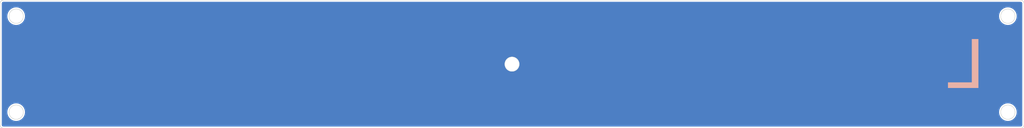
<source format=kicad_pcb>
(kicad_pcb (version 20241229) (generator "pcbnew") (generator_version "9.0")
  (layers (0 "F.Cu" signal) (2 "B.Cu" signal) (13 "F.Paste" user) (15 "B.Paste" user) (5 "F.SilkS" user "F.Silkscreen") (7 "B.SilkS" user "B.Silkscreen") (1 "F.Mask" user) (3 "B.Mask" user) (25 "Edge.Cuts" user))
  (net 0 "")
  (net 1 "GND")
  (footprint "MountingHole:MountingHole_4.5mm_Pad_TopOnly" (layer "B.Cu") (at 160 20)
    (property "Reference" "H1")
    (property "Value" "MountingHole_Pad")
    (pad "1" thru_hole circle (at 0 0) (size 4.9 4.9) (drill 4.5) (layers "*.Cu" "*.Mask") (net 1 "GND"))
    (pad "1" connect circle (at 0 0) (size 9 9) (layers "B.Cu" "B.Mask") (net 1 "GND"))
  )
  (gr_curve (pts (xy 3.530429 3.296811) (xy 3.516625 3.308939) (xy 3.50283 3.321083) (xy 3.489027 3.33321)) (stroke (width 0.105833)) (layer "Edge.Cuts"))
  (gr_line (start 158.296234 18.530861) (end 158.332642 18.489374) (stroke (width 0.105833)) (layer "Edge.Cuts"))
  (gr_line (start 6.20378 6.901064) (end 6.250094 6.871431) (stroke (width 0.105833)) (layer "Edge.Cuts"))
  (gr_line (start 317.244171 34.835129) (end 317.239075 34.780094) (stroke (width 0.105833)) (layer "Edge.Cuts"))
  (gr_line (start 5.384716 7.216872) (end 5.438984 7.206714) (stroke (width 0.105833)) (layer "Edge.Cuts"))
  (gr_curve (pts (xy 313.530731 36.703716) (xy 313.544464 36.715569) (xy 313.55835 36.727425) (xy 313.572174 36.739277)) (stroke (width 0.105833)) (layer "Edge.Cuts"))
  (gr_curve (pts (xy 314.561066 37.206642) (xy 314.579163 37.210033) (xy 314.597198 37.21339) (xy 314.615204 37.216782)) (stroke (width 0.105833)) (layer "Edge.Cuts"))
  (gr_curve (pts (xy 158.160751 21.296083) (xy 158.150314 21.280838) (xy 158.139893 21.26561) (xy 158.12944 21.250364)) (stroke (width 0.105833)) (layer "Edge.Cuts"))
  (gr_line (start 2.75615 34.835129) (end 2.760894 34.780094) (stroke (width 0.105833)) (layer "Edge.Cuts"))
  (gr_curve (pts (xy 4.294206 32.864079) (xy 4.311764 32.85844) (xy 4.329318 32.852791) (xy 4.346872 32.847153)) (stroke (width 0.105833)) (layer "Edge.Cuts"))
  (gr_line (start 317.225525 4.670096) (end 317.233154 4.725131) (stroke (width 0.105833)) (layer "Edge.Cuts"))
  (gr_curve (pts (xy 316.807251 3.660015) (xy 316.817993 3.674969) (xy 316.828705 3.689939) (xy 316.839417 3.704893)) (stroke (width 0.105833)) (layer "Edge.Cuts"))
  (gr_line (start 0.757023 0.03036) (end 0.73324 0.036303) (stroke (width 0.105833)) (layer "Edge.Cuts"))
  (gr_curve (pts (xy 161.704056 18.530861) (xy 161.715912 18.544975) (xy 161.727783 18.55909) (xy 161.739624 18.573204)) (stroke (width 0.105833)) (layer "Edge.Cuts"))
  (gr_curve (pts (xy 162.244217 20.165791) (xy 162.242523 20.184135) (xy 162.240845 20.202465) (xy 162.239151 20.22081)) (stroke (width 0.105833)) (layer "Edge.Cuts"))
  (gr_line (start 4.19024 2.901405) (end 4.139011 2.921737) (stroke (width 0.105833)) (layer "Edge.Cuts"))
  (gr_curve (pts (xy 6.929882 6.156843) (xy 6.939167 6.141033) (xy 6.948453 6.125239) (xy 6.957739 6.10943)) (stroke (width 0.105833)) (layer "Edge.Cuts"))
  (gr_curve (pts (xy 315.220673 7.239722) (xy 315.202271 7.241144) (xy 315.183899 7.242548) (xy 315.165558 7.243969)) (stroke (width 0.105833)) (layer "Edge.Cuts"))
  (gr_curve (pts (xy 316.739563 36.4277) (xy 316.750854 36.413296) (xy 316.762115 36.398922) (xy 316.773407 36.384518)) (stroke (width 0.105833)) (layer "Edge.Cuts"))
  (gr_curve (pts (xy 313.749939 33.129097) (xy 313.734711 33.13953) (xy 313.719452 33.149979) (xy 313.704224 33.160427)) (stroke (width 0.105833)) (layer "Edge.Cuts"))
  (gr_curve (pts (xy 6.900927 36.204185) (xy 6.890906 36.219429) (xy 6.880886 36.234657) (xy 6.870866 36.249901)) (stroke (width 0.105833)) (layer "Edge.Cuts"))
  (gr_line (start 3.749973 36.871357) (end 3.704421 36.840031) (stroke (width 0.105833)) (layer "Edge.Cuts"))
  (gr_curve (pts (xy 312.863495 4.294166) (xy 312.869385 4.276951) (xy 312.875336 4.259753) (xy 312.881287 4.242522)) (stroke (width 0.105833)) (layer "Edge.Cuts"))
  (gr_curve (pts (xy 5.546766 32.81752) (xy 5.56455 32.822315) (xy 5.582326 32.827114) (xy 5.600106 32.831909)) (stroke (width 0.105833)) (layer "Edge.Cuts"))
  (gr_curve (pts (xy 319.773346 0.365643) (xy 319.762634 0.353225) (xy 319.751923 0.340806) (xy 319.74118 0.328388)) (stroke (width 0.105833)) (layer "Edge.Cuts"))
  (gr_curve (pts (xy 7.136467 34.294109) (xy 7.14203 34.31189) (xy 7.147593 34.32967) (xy 7.153148 34.34745)) (stroke (width 0.105833)) (layer "Edge.Cuts"))
  (gr_curve (pts (xy 3.749973 6.871431) (xy 3.765407 6.881314) (xy 3.780849 6.891181) (xy 3.796284 6.901064)) (stroke (width 0.105833)) (layer "Edge.Cuts"))
  (gr_curve (pts (xy 3.296326 33.530415) (xy 3.308515 33.51659) (xy 3.320711 33.50275) (xy 3.332904 33.488926)) (stroke (width 0.105833)) (layer "Edge.Cuts"))
  (gr_line (start 312.921051 4.139234) (end 312.943085 4.088445) (stroke (width 0.105833)) (layer "Edge.Cuts"))
  (gr_curve (pts (xy 317.249237 5.055327) (xy 317.248657 5.073673) (xy 317.248138 5.092018) (xy 317.247559 5.110363)) (stroke (width 0.105833)) (layer "Edge.Cuts"))
  (gr_curve (pts (xy 319.171387 0.015132) (xy 319.163177 0.01371) (xy 319.154999 0.012305) (xy 319.146851 0.010884)) (stroke (width 0.105833)) (layer "Edge.Cuts"))
  (gr_curve (pts (xy 317.009644 36.011978) (xy 317.017853 35.995331) (xy 317.02597 35.97868) (xy 317.03418 35.962032)) (stroke (width 0.105833)) (layer "Edge.Cuts"))
  (gr_line (start 159.346939 22.153749) (end 159.294449 22.13681) (stroke (width 0.105833)) (layer "Edge.Cuts"))
  (gr_curve (pts (xy 5.110395 2.753239) (xy 5.092026 2.7524) (xy 5.073648 2.751544) (xy 5.055279 2.750704)) (stroke (width 0.105833)) (layer "Edge.Cuts"))
  (gr_curve (pts (xy 312.846588 34.34745) (xy 312.841492 34.364937) (xy 312.836365 34.382442) (xy 312.831329 34.399933)) (stroke (width 0.105833)) (layer "Edge.Cuts"))
  (gr_line (start 0.036174 0.733951) (end 0.029993 0.757657) (stroke (width 0.105833)) (layer "Edge.Cuts"))
  (gr_curve (pts (xy 317.182373 4.453345) (xy 317.186554 4.471416) (xy 317.190826 4.48947) (xy 317.195038 4.507541)) (stroke (width 0.105833)) (layer "Edge.Cuts"))
  (gr_line (start 312.761047 34.780094) (end 312.755951 34.835129) (stroke (width 0.105833)) (layer "Edge.Cuts"))
  (gr_curve (pts (xy 312.783081 5.384684) (xy 312.780243 5.366613) (xy 312.777405 5.348559) (xy 312.774628 5.330488)) (stroke (width 0.105833)) (layer "Edge.Cuts"))
  (gr_line (start 0.076138 39.382576) (end 0.085791 39.405426) (stroke (width 0.105833)) (layer "Edge.Cuts"))
  (gr_line (start 162.195129 20.49345) (end 162.182419 20.546791) (stroke (width 0.105833)) (layer "Edge.Cuts"))
  (gr_curve (pts (xy 6.870866 33.750538) (xy 6.880886 33.765781) (xy 6.890906 33.781029) (xy 6.900927 33.796272)) (stroke (width 0.105833)) (layer "Edge.Cuts"))
  (gr_line (start 157.900818 20.810099) (end 157.881363 20.758453) (stroke (width 0.105833)) (layer "Edge.Cuts"))
  (gr_curve (pts (xy 0.118044 39.471474) (xy 0.122001 39.478806) (xy 0.125949 39.486153) (xy 0.129902 39.493484)) (stroke (width 0.105833)) (layer "Edge.Cuts"))
  (gr_line (start 160.962387 17.96615) (end 161.011475 17.990696) (stroke (width 0.105833)) (layer "Edge.Cuts"))
  (gr_line (start 2.943098 35.912083) (end 2.921341 35.861279) (stroke (width 0.105833)) (layer "Edge.Cuts"))
  (gr_line (start 161.839508 18.704445) (end 161.870865 18.750147) (stroke (width 0.105833)) (layer "Edge.Cuts"))
  (gr_line (start 159.944687 22.249432) (end 159.889648 22.247736) (stroke (width 0.105833)) (layer "Edge.Cuts"))
  (gr_curve (pts (xy 159.294449 17.863703) (xy 159.311935 17.858049) (xy 159.329453 17.852413) (xy 159.346939 17.846762)) (stroke (width 0.105833)) (layer "Edge.Cuts"))
  (gr_curve (pts (xy 4.944788 2.750704) (xy 4.926419 2.751544) (xy 4.908041 2.7524) (xy 4.889668 2.753239)) (stroke (width 0.105833)) (layer "Edge.Cuts"))
  (gr_curve (pts (xy 314.13855 7.078864) (xy 314.121643 7.071516) (xy 314.104706 7.064184) (xy 314.087799 7.056852)) (stroke (width 0.105833)) (layer "Edge.Cuts"))
  (gr_curve (pts (xy 314.453522 32.81752) (xy 314.43576 32.822315) (xy 314.417999 32.827114) (xy 314.400238 32.831909)) (stroke (width 0.105833)) (layer "Edge.Cuts"))
  (gr_line (start 312.965973 35.962032) (end 312.990509 36.011978) (stroke (width 0.105833)) (layer "Edge.Cuts"))
  (gr_line (start 316.984192 33.93935) (end 316.958038 33.891098) (stroke (width 0.105833)) (layer "Edge.Cuts"))
  (gr_curve (pts (xy 162.233231 19.724667) (xy 162.235199 19.743011) (xy 162.237183 19.761358) (xy 162.239151 19.779703)) (stroke (width 0.105833)) (layer "Edge.Cuts"))
  (gr_curve (pts (xy 316.295868 36.840031) (xy 316.310516 36.829292) (xy 316.325256 36.818584) (xy 316.339905 36.807846)) (stroke (width 0.105833)) (layer "Edge.Cuts"))
  (gr_line (start 313.070099 33.84367) (end 313.042175 33.891098) (stroke (width 0.105833)) (layer "Edge.Cuts"))
  (gr_line (start 317.249237 34.945183) (end 317.247559 34.890148) (stroke (width 0.105833)) (layer "Edge.Cuts"))
  (gr_line (start 0.901976 0.004974) (end 0.877591 0.007493) (stroke (width 0.105833)) (layer "Edge.Cuts"))
  (gr_line (start 6.469639 36.703716) (end 6.427385 36.739277) (stroke (width 0.105833)) (layer "Edge.Cuts"))
  (gr_line (start 314.724457 2.766788) (end 314.779541 2.760862) (stroke (width 0.105833)) (layer "Edge.Cuts"))
  (gr_curve (pts (xy 6.384292 6.774069) (xy 6.39866 6.762491) (xy 6.413021 6.750928) (xy 6.427385 6.739349)) (stroke (width 0.105833)) (layer "Edge.Cuts"))
  (gr_curve (pts (xy 3.370498 36.551304) (xy 3.357967 36.538044) (xy 3.345435 36.524788) (xy 3.332904 36.511513)) (stroke (width 0.105833)) (layer "Edge.Cuts"))
  (gr_curve (pts (xy 162.099442 20.810099) (xy 162.092667 20.827023) (xy 162.085922 20.843962) (xy 162.079132 20.860903)) (stroke (width 0.105833)) (layer "Edge.Cuts"))
  (gr_curve (pts (xy 316.383911 36.773979) (xy 316.398315 36.762417) (xy 316.412781 36.750839) (xy 316.427124 36.739277)) (stroke (width 0.105833)) (layer "Edge.Cuts"))
  (gr_line (start 4.72457 2.766788) (end 4.669874 2.774411) (stroke (width 0.105833)) (layer "Edge.Cuts"))
  (gr_line (start 5.384716 37.216782) (end 5.33019 37.226116) (stroke (width 0.105833)) (layer "Edge.Cuts"))
  (gr_curve (pts (xy 5.809827 7.099179) (xy 5.826901 7.092412) (xy 5.843975 7.08563) (xy 5.861048 7.078864)) (stroke (width 0.105833)) (layer "Edge.Cuts"))
  (gr_curve (pts (xy 0.686332 39.949837) (xy 0.694119 39.952374) (xy 0.701911 39.954906) (xy 0.709699 39.957458)) (stroke (width 0.105833)) (layer "Edge.Cuts"))
  (gr_line (start 315.653259 2.847226) (end 315.70578 2.86415) (stroke (width 0.105833)) (layer "Edge.Cuts"))
  (gr_curve (pts (xy 312.846588 4.347506) (xy 312.852203 4.329742) (xy 312.85788 4.311946) (xy 312.863495 4.294166)) (stroke (width 0.105833)) (layer "Edge.Cuts"))
  (gr_line (start 161.295959 21.839655) (end 161.250244 21.870966) (stroke (width 0.105833)) (layer "Edge.Cuts"))
  (gr_curve (pts (xy 0.106785 0.551065) (xy 0.103203 0.558396) (xy 0.099618 0.565744) (xy 0.096037 0.573075)) (stroke (width 0.105833)) (layer "Edge.Cuts"))
  (gr_curve (pts (xy 316.901245 36.204185) (xy 316.910797 36.188374) (xy 316.920441 36.172581) (xy 316.930054 36.156769)) (stroke (width 0.105833)) (layer "Edge.Cuts"))
  (gr_curve (pts (xy 3.659713 36.807846) (xy 3.64507 36.796574) (xy 3.630419 36.785271) (xy 3.615776 36.773979)) (stroke (width 0.105833)) (layer "Edge.Cuts"))
  (gr_line (start 158.296234 21.46965) (end 158.260666 21.427309) (stroke (width 0.105833)) (layer "Edge.Cuts"))
  (gr_line (start 5.962059 37.033913) (end 5.911852 37.057621) (stroke (width 0.105833)) (layer "Edge.Cuts"))
  (gr_curve (pts (xy 313.0159 36.061104) (xy 313.024689 36.077171) (xy 313.033386 36.093273) (xy 313.042175 36.109356)) (stroke (width 0.105833)) (layer "Edge.Cuts"))
  (gr_line (start 2.804666 5.493059) (end 2.817451 5.547239) (stroke (width 0.105833)) (layer "Edge.Cuts"))
  (gr_line (start 162.009705 21.011604) (end 161.984283 21.060713) (stroke (width 0.105833)) (layer "Edge.Cuts"))
  (gr_line (start 4.615351 32.783642) (end 4.669874 32.774338) (stroke (width 0.105833)) (layer "Edge.Cuts"))
  (gr_curve (pts (xy 313.704224 6.840102) (xy 313.689301 6.829105) (xy 313.674377 6.818091) (xy 313.659393 6.807078)) (stroke (width 0.105833)) (layer "Edge.Cuts"))
  (gr_curve (pts (xy 158.939697 18.0161) (xy 158.956055 18.007637) (xy 158.972427 17.999159) (xy 158.9888 17.990696)) (stroke (width 0.105833)) (layer "Edge.Cuts"))
  (gr_line (start 319.788605 0.385119) (end 319.773346 0.365643) (stroke (width 0.105833)) (layer "Edge.Cuts"))
  (gr_line (start 7.216904 5.384684) (end 7.225705 5.330488) (stroke (width 0.105833)) (layer "Edge.Cuts"))
  (gr_curve (pts (xy 0.80486 39.981167) (xy 0.812907 39.982571) (xy 0.820949 39.983974) (xy 0.828995 39.985382)) (stroke (width 0.105833)) (layer "Edge.Cuts"))
  (gr_line (start 7.136467 5.706418) (end 7.153148 5.653079) (stroke (width 0.105833)) (layer "Edge.Cuts"))
  (gr_line (start 7.249331 35.055256) (end 7.247296 35.110291) (stroke (width 0.105833)) (layer "Edge.Cuts"))
  (gr_line (start 313.098907 36.204185) (end 313.129333 36.249901) (stroke (width 0.105833)) (layer "Edge.Cuts"))
  (gr_curve (pts (xy 0.096037 39.427437) (xy 0.099618 39.435074) (xy 0.103203 39.44268) (xy 0.106785 39.450302)) (stroke (width 0.105833)) (layer "Edge.Cuts"))
  (gr_line (start 6.250094 36.871357) (end 6.20378 36.900993) (stroke (width 0.105833)) (layer "Edge.Cuts"))
  (gr_line (start 158.659454 21.80747) (end 158.615417 21.774445) (stroke (width 0.105833)) (layer "Edge.Cuts"))
  (gr_curve (pts (xy 160.546646 17.817984) (xy 160.564438 17.822506) (xy 160.58223 17.827011) (xy 160.600006 17.831518)) (stroke (width 0.105833)) (layer "Edge.Cuts"))
  (gr_curve (pts (xy 316.958038 6.10943) (xy 316.94873 6.125239) (xy 316.939362 6.141033) (xy 316.930054 6.156843)) (stroke (width 0.105833)) (layer "Edge.Cuts"))
  (gr_curve (pts (xy 313.987854 7.010279) (xy 313.971771 7.001817) (xy 313.955688 6.993339) (xy 313.939606 6.984877)) (stroke (width 0.105833)) (layer "Edge.Cuts"))
  (gr_curve (pts (xy 2.966041 4.038481) (xy 2.958391 4.05513) (xy 2.950744 4.071796) (xy 2.943098 4.088445)) (stroke (width 0.105833)) (layer "Edge.Cuts"))
  (gr_line (start 316.203613 3.09952) (end 316.250122 3.129153) (stroke (width 0.105833)) (layer "Edge.Cuts"))
  (gr_line (start 313.160706 6.295691) (end 313.129333 6.249973) (stroke (width 0.105833)) (layer "Edge.Cuts"))
  (gr_curve (pts (xy 0.780904 39.976078) (xy 0.788889 39.977776) (xy 0.796879 39.979469) (xy 0.80486 39.981167)) (stroke (width 0.105833)) (layer "Edge.Cuts"))
  (gr_line (start 315.110535 32.753166) (end 315.055481 32.750633) (stroke (width 0.105833)) (layer "Edge.Cuts"))
  (gr_curve (pts (xy 316.930054 33.84367) (xy 316.920441 33.827877) (xy 316.910797 33.812065) (xy 316.901245 33.796272)) (stroke (width 0.105833)) (layer "Edge.Cuts"))
  (gr_line (start 312.755951 4.834346) (end 312.761047 4.78015) (stroke (width 0.105833)) (layer "Edge.Cuts"))
  (gr_line (start 6.900927 33.796272) (end 6.929882 33.84367) (stroke (width 0.105833)) (layer "Edge.Cuts"))
  (gr_curve (pts (xy 4.453297 37.182934) (xy 4.435517 37.178139) (xy 4.417741 37.173328) (xy 4.399957 37.16853)) (stroke (width 0.105833)) (layer "Edge.Cuts"))
  (gr_line (start 5.705857 37.13636) (end 5.653195 37.153301) (stroke (width 0.105833)) (layer "Edge.Cuts"))
  (gr_curve (pts (xy 162.152802 19.347057) (xy 162.158173 19.364838) (xy 162.163528 19.382618) (xy 162.168884 19.400398)) (stroke (width 0.105833)) (layer "Edge.Cuts"))
  (gr_line (start 314.190247 2.901405) (end 314.241913 2.881946) (stroke (width 0.105833)) (layer "Edge.Cuts"))
  (gr_line (start 3.332904 6.511601) (end 3.370498 6.551393) (stroke (width 0.105833)) (layer "Edge.Cuts"))
  (gr_line (start 312.816925 4.453345) (end 312.831329 4.400006) (stroke (width 0.105833)) (layer "Edge.Cuts"))
  (gr_curve (pts (xy 3.19278 6.340569) (xy 3.203927 6.355248) (xy 3.215073 6.369927) (xy 3.22622 6.384591)) (stroke (width 0.105833)) (layer "Edge.Cuts"))
  (gr_curve (pts (xy 7.153148 4.347506) (xy 7.147593 4.329742) (xy 7.14203 4.311946) (xy 7.136467 4.294166)) (stroke (width 0.105833)) (layer "Edge.Cuts"))
  (gr_curve (pts (xy 162.152802 20.653471) (xy 162.14743 20.670959) (xy 162.142075 20.688465) (xy 162.136703 20.705954)) (stroke (width 0.105833)) (layer "Edge.Cuts"))
  (gr_curve (pts (xy 160.329941 22.225725) (xy 160.311859 22.22826) (xy 160.293793 22.230797) (xy 160.275726 22.233332)) (stroke (width 0.105833)) (layer "Edge.Cuts"))
  (gr_line (start 315.809906 7.099179) (end 315.75824 7.118654) (stroke (width 0.105833)) (layer "Edge.Cuts"))
  (gr_curve (pts (xy 316.629425 36.551304) (xy 316.641846 36.538044) (xy 316.654297 36.524788) (xy 316.666687 36.511513)) (stroke (width 0.105833)) (layer "Edge.Cuts"))
  (gr_line (start 314.087799 2.942892) (end 314.13855 2.921737) (stroke (width 0.105833)) (layer "Edge.Cuts"))
  (gr_curve (pts (xy 312.752594 4.890221) (xy 312.753693 4.871602) (xy 312.754852 4.852966) (xy 312.755951 4.834346)) (stroke (width 0.105833)) (layer "Edge.Cuts"))
  (gr_line (start 314.889557 32.753166) (end 314.834564 32.756557) (stroke (width 0.105833)) (layer "Edge.Cuts"))
  (gr_curve (pts (xy 319.949432 39.313992) (xy 319.952026 39.306095) (xy 319.954559 39.298164) (xy 319.957123 39.290268)) (stroke (width 0.105833)) (layer "Edge.Cuts"))
  (gr_line (start 317.15271 5.653079) (end 317.136627 5.706418) (stroke (width 0.105833)) (layer "Edge.Cuts"))
  (gr_curve (pts (xy 315.165558 2.756631) (xy 315.183899 2.758036) (xy 315.202271 2.759457) (xy 315.220673 2.760862)) (stroke (width 0.105833)) (layer "Edge.Cuts"))
  (gr_line (start 315.653259 32.847153) (end 315.599976 32.831909) (stroke (width 0.105833)) (layer "Edge.Cuts"))
  (gr_line (start 160.653351 22.153749) (end 160.600006 22.168995) (stroke (width 0.105833)) (layer "Edge.Cuts"))
  (gr_curve (pts (xy 314.037781 32.966526) (xy 314.021179 32.974438) (xy 314.004517 32.982334) (xy 313.987854 32.990234)) (stroke (width 0.105833)) (layer "Edge.Cuts"))
  (gr_curve (pts (xy 0.001207 39.048988) (xy 0.001712 39.057175) (xy 0.002225 39.065361) (xy 0.002729 39.073551)) (stroke (width 0.105833)) (layer "Edge.Cuts"))
  (gr_line (start 312.881287 5.758062) (end 312.863495 5.706418) (stroke (width 0.105833)) (layer "Edge.Cuts"))
  (gr_line (start 7.078726 34.13916) (end 7.0993 34.190804) (stroke (width 0.105833)) (layer "Edge.Cuts"))
  (gr_curve (pts (xy 317.233154 35.275398) (xy 317.235138 35.257324) (xy 317.237091 35.239273) (xy 317.239075 35.221203)) (stroke (width 0.105833)) (layer "Edge.Cuts"))
  (gr_curve (pts (xy 157.783142 20.385077) (xy 157.780319 20.36673) (xy 157.777512 20.348385) (xy 157.774673 20.33004)) (stroke (width 0.105833)) (layer "Edge.Cuts"))
  (gr_curve (pts (xy 2.900764 34.190804) (xy 2.907619 34.173592) (xy 2.914482 34.156376) (xy 2.921341 34.13916)) (stroke (width 0.105833)) (layer "Edge.Cuts"))
  (gr_curve (pts (xy 159.241959 22.119045) (xy 159.224731 22.112555) (xy 159.20752 22.106062) (xy 159.190292 22.099571)) (stroke (width 0.105833)) (layer "Edge.Cuts"))
  (gr_line (start 315.546539 2.817593) (end 315.599976 2.831981) (stroke (width 0.105833)) (layer "Edge.Cuts"))
  (gr_curve (pts (xy 0.384747 0.21155) (xy 0.378372 0.216912) (xy 0.37199 0.222273) (xy 0.365611 0.227635)) (stroke (width 0.105833)) (layer "Edge.Cuts"))
  (gr_curve (pts (xy 159.190292 17.900957) (xy 159.20752 17.894466) (xy 159.224731 17.887974) (xy 159.241959 17.881481)) (stroke (width 0.105833)) (layer "Edge.Cuts"))
  (gr_curve (pts (xy 0.129902 0.507043) (xy 0.125949 0.514374) (xy 0.122001 0.521706) (xy 0.118044 0.529054)) (stroke (width 0.105833)) (layer "Edge.Cuts"))
  (gr_curve (pts (xy 2.750058 35.000221) (xy 2.750288 34.981876) (xy 2.75051 34.963528) (xy 2.750736 34.945183)) (stroke (width 0.105833)) (layer "Edge.Cuts"))
  (gr_line (start 315.70578 7.136434) (end 315.653259 7.153358) (stroke (width 0.105833)) (layer "Edge.Cuts"))
  (gr_line (start 3.129194 3.750627) (end 3.099136 3.796328) (stroke (width 0.105833)) (layer "Edge.Cuts"))
  (gr_line (start 317.009644 33.988461) (end 316.984192 33.93935) (stroke (width 0.105833)) (layer "Edge.Cuts"))
  (gr_line (start 158.939697 21.984428) (end 158.890594 21.95817) (stroke (width 0.105833)) (layer "Edge.Cuts"))
  (gr_line (start 0.02432 39.219166) (end 0.029993 39.24287) (stroke (width 0.105833)) (layer "Edge.Cuts"))
  (gr_line (start 6.739301 33.572739) (end 6.773843 33.615921) (stroke (width 0.105833)) (layer "Edge.Cuts"))
  (gr_line (start 3.19278 33.659958) (end 3.22622 33.615921) (stroke (width 0.105833)) (layer "Edge.Cuts"))
  (gr_curve (pts (xy 317.195038 34.507469) (xy 317.190826 34.489399) (xy 317.186554 34.471344) (xy 317.182373 34.453274)) (stroke (width 0.105833)) (layer "Edge.Cuts"))
  (gr_curve (pts (xy 316.427124 33.261162) (xy 316.412781 33.249599) (xy 316.398315 33.238022) (xy 316.383911 33.22646)) (stroke (width 0.105833)) (layer "Edge.Cuts"))
  (gr_line (start 7.182612 5.547239) (end 7.195394 5.493059) (stroke (width 0.105833)) (layer "Edge.Cuts"))
  (gr_curve (pts (xy 159.669525 17.774803) (xy 159.687851 17.772251) (xy 159.706223 17.769716) (xy 159.724548 17.767179)) (stroke (width 0.105833)) (layer "Edge.Cuts"))
  (gr_line (start 319.337341 39.94223) (end 319.360199 39.932896) (stroke (width 0.105833)) (layer "Edge.Cuts"))
  (gr_line (start 0.828995 39.985382) (end 0.853295 39.989628) (stroke (width 0.105833)) (layer "Edge.Cuts"))
  (gr_curve (pts (xy 315.91153 7.056852) (xy 315.894592 7.064184) (xy 315.877594 7.071516) (xy 315.860748 7.078864)) (stroke (width 0.105833)) (layer "Edge.Cuts"))
  (gr_line (start 319.218811 0.024433) (end 319.195099 0.019363) (stroke (width 0.105833)) (layer "Edge.Cuts"))
  (gr_curve (pts (xy 157.943161 20.911692) (xy 157.935806 20.894766) (xy 157.928482 20.877827) (xy 157.921143 20.860903)) (stroke (width 0.105833)) (layer "Edge.Cuts"))
  (gr_curve (pts (xy 7.168562 35.600506) (xy 7.163427 35.618011) (xy 7.158284 35.635502) (xy 7.153148 35.653008)) (stroke (width 0.105833)) (layer "Edge.Cuts"))
  (gr_line (start 313.129333 3.750627) (end 313.160706 3.704893) (stroke (width 0.105833)) (layer "Edge.Cuts"))
  (gr_line (start 313.225891 33.615921) (end 313.192871 33.659958) (stroke (width 0.105833)) (layer "Edge.Cuts"))
  (gr_curve (pts (xy 6.427385 36.739277) (xy 6.413021 36.750839) (xy 6.39866 36.762417) (xy 6.384292 36.773979)) (stroke (width 0.105833)) (layer "Edge.Cuts"))
  (gr_curve (pts (xy 161.511032 18.332747) (xy 161.524567 18.345455) (xy 161.538132 18.358149) (xy 161.551666 18.370842)) (stroke (width 0.105833)) (layer "Edge.Cuts"))
  (gr_line (start 161.511032 21.667765) (end 161.469543 21.704165) (stroke (width 0.105833)) (layer "Edge.Cuts"))
  (gr_curve (pts (xy 3.042325 6.10943) (xy 3.05161 6.125239) (xy 3.060896 6.141033) (xy 3.070185 6.156843)) (stroke (width 0.105833)) (layer "Edge.Cuts"))
  (gr_curve (pts (xy 157.846649 20.653471) (xy 157.841568 20.635691) (xy 157.836502 20.61791) (xy 157.831406 20.60013)) (stroke (width 0.105833)) (layer "Edge.Cuts"))
  (gr_line (start 315.329834 7.226173) (end 315.275635 7.232956) (stroke (width 0.105833)) (layer "Edge.Cuts"))
  (gr_curve (pts (xy 312.816925 5.547239) (xy 312.812744 5.529184) (xy 312.808472 5.511114) (xy 312.80426 5.493059)) (stroke (width 0.105833)) (layer "Edge.Cuts"))
  (gr_curve (pts (xy 4.038004 37.033913) (xy 4.021468 37.026016) (xy 4.004927 37.01812) (xy 3.988391 37.010208)) (stroke (width 0.105833)) (layer "Edge.Cuts"))
  (gr_curve (pts (xy 158.7966 18.099072) (xy 158.812134 18.089479) (xy 158.827652 18.07987) (xy 158.84317 18.070295)) (stroke (width 0.105833)) (layer "Edge.Cuts"))
  (gr_line (start 317.057037 5.912155) (end 317.03418 5.962103) (stroke (width 0.105833)) (layer "Edge.Cuts"))
  (gr_line (start 1.000024 -0.000113) (end 0.950915 0.001583) (stroke (width 0.105833)) (layer "Edge.Cuts"))
  (gr_line (start 7.118525 35.757992) (end 7.0993 35.809635) (stroke (width 0.105833)) (layer "Edge.Cuts"))
  (gr_curve (pts (xy 3.070185 33.84367) (xy 3.079839 33.827877) (xy 3.089483 33.812065) (xy 3.099136 33.796272)) (stroke (width 0.105833)) (layer "Edge.Cuts"))
  (gr_curve (pts (xy 0.550354 39.893105) (xy 0.557718 39.89677) (xy 0.56509 39.900452) (xy 0.572454 39.904102)) (stroke (width 0.105833)) (layer "Edge.Cuts"))
  (gr_line (start 5.220551 7.239722) (end 5.275497 7.232956) (stroke (width 0.105833)) (layer "Edge.Cuts"))
  (gr_curve (pts (xy 157.966034 19.038017) (xy 157.974197 19.021641) (xy 157.982391 19.005283) (xy 157.99057 18.988924)) (stroke (width 0.105833)) (layer "Edge.Cuts"))
  (gr_curve (pts (xy 314.561066 2.793886) (xy 314.579163 2.790495) (xy 314.597198 2.78712) (xy 314.615204 2.783729)) (stroke (width 0.105833)) (layer "Edge.Cuts"))
  (gr_line (start 316.870758 36.249901) (end 316.901245 36.204185) (stroke (width 0.105833)) (layer "Edge.Cuts"))
  (gr_curve (pts (xy 314.506897 32.80481) (xy 314.489136 32.809044) (xy 314.471344 32.813274) (xy 314.453522 32.81752)) (stroke (width 0.105833)) (layer "Edge.Cuts"))
  (gr_line (start 2.966041 35.962032) (end 2.943098 35.912083) (stroke (width 0.105833)) (layer "Edge.Cuts"))
  (gr_line (start 316.984192 36.061104) (end 317.009644 36.011978) (stroke (width 0.105833)) (layer "Edge.Cuts"))
  (gr_curve (pts (xy 7.034018 4.038481) (xy 7.025951 4.021831) (xy 7.017885 4.005182) (xy 7.009811 3.988532)) (stroke (width 0.105833)) (layer "Edge.Cuts"))
  (gr_curve (pts (xy 315.275635 32.76757) (xy 315.257294 32.765312) (xy 315.239014 32.76305) (xy 315.220673 32.760788)) (stroke (width 0.105833)) (layer "Edge.Cuts"))
  (gr_curve (pts (xy 160.220703 22.239275) (xy 160.202347 22.240971) (xy 160.184006 22.242649) (xy 160.165649 22.244345)) (stroke (width 0.105833)) (layer "Edge.Cuts"))
  (gr_line (start 6.839626 6.295691) (end 6.870866 6.249973) (stroke (width 0.105833)) (layer "Edge.Cuts"))
  (gr_curve (pts (xy 313.530731 3.296811) (xy 313.544464 3.284958) (xy 313.55835 3.273104) (xy 313.572174 3.261251)) (stroke (width 0.105833)) (layer "Edge.Cuts"))
  (gr_line (start 4.779517 7.239722) (end 4.834552 7.243969) (stroke (width 0.105833)) (layer "Edge.Cuts"))
  (gr_line (start 4.72457 37.233723) (end 4.669874 37.226116) (stroke (width 0.105833)) (layer "Edge.Cuts"))
  (gr_curve (pts (xy 319.817352 39.576458) (xy 319.822205 39.569675) (xy 319.826965 39.562927) (xy 319.831818 39.556145)) (stroke (width 0.105833)) (layer "Edge.Cuts"))
  (gr_curve (pts (xy 2.831505 34.399933) (xy 2.836644 34.382442) (xy 2.84178 34.364937) (xy 2.846915 34.34745)) (stroke (width 0.105833)) (layer "Edge.Cuts"))
  (gr_line (start 312.774628 34.670025) (end 312.766998 34.72506) (stroke (width 0.105833)) (layer "Edge.Cuts"))
  (gr_curve (pts (xy 319.146851 0.010884) (xy 319.138641 0.00977) (xy 319.130432 0.008624) (xy 319.122223 0.007493)) (stroke (width 0.105833)) (layer "Edge.Cuts"))
  (gr_line (start 5.055279 2.750704) (end 4.944788 2.750704) (stroke (width 0.105833)) (layer "Edge.Cuts"))
  (gr_curve (pts (xy 0.424203 39.817738) (xy 0.430945 39.822536) (xy 0.437695 39.827362) (xy 0.444437 39.832161)) (stroke (width 0.105833)) (layer "Edge.Cuts"))
  (gr_curve (pts (xy 2.817451 5.547239) (xy 2.822139 5.565019) (xy 2.826818 5.582798) (xy 2.831505 5.600578)) (stroke (width 0.105833)) (layer "Edge.Cuts"))
  (gr_curve (pts (xy 7.225705 35.330433) (xy 7.222774 35.348488) (xy 7.219835 35.366543) (xy 7.216904 35.384613)) (stroke (width 0.105833)) (layer "Edge.Cuts"))
  (gr_curve (pts (xy 7.243913 4.834346) (xy 7.242331 4.816276) (xy 7.240748 4.798221) (xy 7.239173 4.78015)) (stroke (width 0.105833)) (layer "Edge.Cuts"))
  (gr_curve (pts (xy 316.590546 3.409417) (xy 316.603516 3.422675) (xy 316.616516 3.435934) (xy 316.629425 3.449208)) (stroke (width 0.105833)) (layer "Edge.Cuts"))
  (gr_curve (pts (xy 319.671753 0.258963) (xy 319.665558 0.253602) (xy 319.659332 0.248241) (xy 319.653137 0.242879)) (stroke (width 0.105833)) (layer "Edge.Cuts"))
  (gr_curve (pts (xy 314.834564 37.243881) (xy 314.852936 37.245029) (xy 314.871216 37.246143) (xy 314.889557 37.247272)) (stroke (width 0.105833)) (layer "Edge.Cuts"))
  (gr_curve (pts (xy 319.975739 0.781348) (xy 319.971741 0.765554) (xy 319.967804 0.749744) (xy 319.963837 0.733951)) (stroke (width 0.105833)) (layer "Edge.Cuts"))
  (gr_line (start 2.766994 34.72506) (end 2.774358 34.670025) (stroke (width 0.105833)) (layer "Edge.Cuts"))
  (gr_line (start 314.453522 37.182934) (end 314.506897 37.195629) (stroke (width 0.105833)) (layer "Edge.Cuts"))
  (gr_line (start 2.846915 34.34745) (end 2.863597 34.294109) (stroke (width 0.105833)) (layer "Edge.Cuts"))
  (gr_line (start 319.493134 0.130273) (end 319.47113 0.11842) (stroke (width 0.105833)) (layer "Edge.Cuts"))
  (gr_line (start 3.129194 36.249901) (end 3.099136 36.204185) (stroke (width 0.105833)) (layer "Edge.Cuts"))
  (gr_curve (pts (xy 157.831406 19.400398) (xy 157.836502 19.382618) (xy 157.841568 19.364838) (xy 157.846649 19.347057)) (stroke (width 0.105833)) (layer "Edge.Cuts"))
  (gr_curve (pts (xy 312.80426 34.507469) (xy 312.800598 34.525524) (xy 312.796906 34.543594) (xy 312.793243 34.561649)) (stroke (width 0.105833)) (layer "Edge.Cuts"))
  (gr_curve (pts (xy 0.007473 39.122643) (xy 0.008575 39.130814) (xy 0.009673 39.139) (xy 0.010775 39.14719)) (stroke (width 0.105833)) (layer "Edge.Cuts"))
  (gr_curve (pts (xy 162.057129 19.088821) (xy 162.064453 19.105761) (xy 162.071808 19.122684) (xy 162.079132 19.139626)) (stroke (width 0.105833)) (layer "Edge.Cuts"))
  (gr_curve (pts (xy 315.75824 32.881859) (xy 315.740723 32.875946) (xy 315.723297 32.870003) (xy 315.70578 32.864079)) (stroke (width 0.105833)) (layer "Edge.Cuts"))
  (gr_line (start 319.427979 39.904102) (end 319.449921 39.893105) (stroke (width 0.105833)) (layer "Edge.Cuts"))
  (gr_curve (pts (xy 6.929882 3.843757) (xy 6.920225 3.827948) (xy 6.910584 3.812138) (xy 6.900927 3.796328)) (stroke (width 0.105833)) (layer "Edge.Cuts"))
  (gr_curve (pts (xy 313.890503 6.957795) (xy 313.874756 6.948477) (xy 313.858917 6.939159) (xy 313.843109 6.929842)) (stroke (width 0.105833)) (layer "Edge.Cuts"))
  (gr_line (start 159.724548 17.767179) (end 159.779602 17.761253) (stroke (width 0.105833)) (layer "Edge.Cuts"))
  (gr_line (start 7.233069 34.72506) (end 7.239173 34.780094) (stroke (width 0.105833)) (layer "Edge.Cuts"))
  (gr_line (start 158.192932 21.34096) (end 158.160751 21.296083) (stroke (width 0.105833)) (layer "Edge.Cuts"))
  (gr_line (start 7.239173 4.78015) (end 7.233069 4.725131) (stroke (width 0.105833)) (layer "Edge.Cuts"))
  (gr_curve (pts (xy 3.160438 36.29562) (xy 3.150026 36.280373) (xy 3.139606 36.265144) (xy 3.129194 36.249901)) (stroke (width 0.105833)) (layer "Edge.Cuts"))
  (gr_line (start 162.206985 20.439255) (end 162.195129 20.49345) (stroke (width 0.105833)) (layer "Edge.Cuts"))
  (gr_line (start 313.843109 36.929787) (end 313.890503 36.957706) (stroke (width 0.105833)) (layer "Edge.Cuts"))
  (gr_curve (pts (xy 2.804666 4.507541) (xy 2.800858 4.525596) (xy 2.797047 4.54365) (xy 2.79324 4.561721)) (stroke (width 0.105833)) (layer "Edge.Cuts"))
  (gr_line (start 316.958038 3.891154) (end 316.984192 3.939423) (stroke (width 0.105833)) (layer "Edge.Cuts"))
  (gr_line (start 3.704421 6.840102) (end 3.749973 6.871431) (stroke (width 0.105833)) (layer "Edge.Cuts"))
  (gr_curve (pts (xy 3.939371 6.984877) (xy 3.955709 6.993339) (xy 3.972052 7.001817) (xy 3.988391 7.010279)) (stroke (width 0.105833)) (layer "Edge.Cuts"))
  (gr_curve (pts (xy 158.225967 21.384142) (xy 158.214966 21.369738) (xy 158.203934 21.355349) (xy 158.192932 21.34096)) (stroke (width 0.105833)) (layer "Edge.Cuts"))
  (gr_line (start 162.249313 20.055719) (end 162.24762 20.110754) (stroke (width 0.105833)) (layer "Edge.Cuts"))
  (gr_curve (pts (xy 319.493134 39.870255) (xy 319.500183 39.866299) (xy 319.507233 39.862328) (xy 319.514252 39.858387)) (stroke (width 0.105833)) (layer "Edge.Cuts"))
  (gr_curve (pts (xy 3.704421 3.160482) (xy 3.689515 3.171221) (xy 3.674618 3.181928) (xy 3.659713 3.192667)) (stroke (width 0.105833)) (layer "Edge.Cuts"))
  (gr_curve (pts (xy 0.076138 0.617953) (xy 0.073086 0.625575) (xy 0.070042 0.633198) (xy 0.066994 0.64082)) (stroke (width 0.105833)) (layer "Edge.Cuts"))
  (gr_curve (pts (xy 0.043033 39.290268) (xy 0.04552 39.298164) (xy 0.047999 39.306095) (xy 0.050485 39.313992)) (stroke (width 0.105833)) (layer "Edge.Cuts"))
  (gr_curve (pts (xy 0.31041 39.724625) (xy 0.316421 39.730259) (xy 0.322437 39.735912) (xy 0.328448 39.741547)) (stroke (width 0.105833)) (layer "Edge.Cuts"))
  (gr_line (start 315.75824 7.118654) (end 315.70578 7.136434) (stroke (width 0.105833)) (layer "Edge.Cuts"))
  (gr_line (start 4.669874 7.226173) (end 4.72457 7.232956) (stroke (width 0.105833)) (layer "Edge.Cuts"))
  (gr_line (start 316.839417 33.704823) (end 316.807251 33.659958) (stroke (width 0.105833)) (layer "Edge.Cuts"))
  (gr_curve (pts (xy 0.25902 39.672123) (xy 0.264603 39.678051) (xy 0.270195 39.68396) (xy 0.275783 39.689903)) (stroke (width 0.105833)) (layer "Edge.Cuts"))
  (gr_curve (pts (xy 319.171387 39.985382) (xy 319.17926 39.983974) (xy 319.187225 39.982571) (xy 319.195099 39.981167)) (stroke (width 0.105833)) (layer "Edge.Cuts"))
  (gr_line (start 6.469639 3.296811) (end 6.427385 3.261251) (stroke (width 0.105833)) (layer "Edge.Cuts"))
  (gr_curve (pts (xy 316.510956 36.667301) (xy 316.524536 36.654884) (xy 316.538025 36.642464) (xy 316.551605 36.630062)) (stroke (width 0.105833)) (layer "Edge.Cuts"))
  (gr_line (start 313.659393 3.192667) (end 313.704224 3.160482) (stroke (width 0.105833)) (layer "Edge.Cuts"))
  (gr_line (start 315.055481 7.24988) (end 314.94458 7.24988) (stroke (width 0.105833)) (layer "Edge.Cuts"))
  (gr_curve (pts (xy 157.783142 19.615452) (xy 157.78653 19.597382) (xy 157.789902 19.579327) (xy 157.793304 19.561274)) (stroke (width 0.105833)) (layer "Edge.Cuts"))
  (gr_line (start 5.546766 2.817593) (end 5.493002 2.804883) (stroke (width 0.105833)) (layer "Edge.Cuts"))
  (gr_line (start 6.427385 33.261162) (end 6.469639 33.296722) (stroke (width 0.105833)) (layer "Edge.Cuts"))
  (gr_curve (pts (xy 317.168793 35.600506) (xy 317.173309 35.582726) (xy 317.177856 35.564945) (xy 317.182373 35.547165)) (stroke (width 0.105833)) (layer "Edge.Cuts"))
  (gr_line (start 3.615776 33.22646) (end 3.659713 33.193436) (stroke (width 0.105833)) (layer "Edge.Cuts"))
  (gr_curve (pts (xy 315.329834 2.774411) (xy 315.348236 2.777511) (xy 315.366516 2.780628) (xy 315.384857 2.783729)) (stroke (width 0.105833)) (layer "Edge.Cuts"))
  (gr_line (start 159.453613 22.182543) (end 159.400284 22.168995) (stroke (width 0.105833)) (layer "Edge.Cuts"))
  (gr_curve (pts (xy 159.453613 17.817984) (xy 159.47139 17.813738) (xy 159.489197 17.809523) (xy 159.506973 17.805275)) (stroke (width 0.105833)) (layer "Edge.Cuts"))
  (gr_curve (pts (xy 319.267059 39.964211) (xy 319.274628 39.961964) (xy 319.282318 39.959705) (xy 319.289917 39.957458)) (stroke (width 0.105833)) (layer "Edge.Cuts"))
  (gr_curve (pts (xy 2.760894 4.78015) (xy 2.759315 4.798221) (xy 2.757733 4.816276) (xy 2.75615 4.834346)) (stroke (width 0.105833)) (layer "Edge.Cuts"))
  (gr_line (start 162.239151 19.779703) (end 162.244217 19.834738) (stroke (width 0.105833)) (layer "Edge.Cuts"))
  (gr_line (start 160.758331 17.881481) (end 160.809982 17.900957) (stroke (width 0.105833)) (layer "Edge.Cuts"))
  (gr_curve (pts (xy 312.774628 35.330433) (xy 312.777405 35.348488) (xy 312.780243 35.366543) (xy 312.783081 35.384613)) (stroke (width 0.105833)) (layer "Edge.Cuts"))
  (gr_line (start 7.182612 4.453345) (end 7.168562 4.400006) (stroke (width 0.105833)) (layer "Edge.Cuts"))
  (gr_curve (pts (xy 5.75801 2.881946) (xy 5.740625 2.876003) (xy 5.723241 2.870077) (xy 5.705857 2.86415)) (stroke (width 0.105833)) (layer "Edge.Cuts"))
  (gr_curve (pts (xy 7.153148 5.653079) (xy 7.158284 5.635573) (xy 7.163427 5.618084) (xy 7.168562 5.600578)) (stroke (width 0.105833)) (layer "Edge.Cuts"))
  (gr_curve (pts (xy 5.809827 32.901333) (xy 5.826901 32.9081) (xy 5.843975 32.914883) (xy 5.861048 32.92165)) (stroke (width 0.105833)) (layer "Edge.Cuts"))
  (gr_line (start 312.783081 35.384613) (end 312.793243 35.439632) (stroke (width 0.105833)) (layer "Edge.Cuts"))
  (gr_line (start 3.988391 2.990321) (end 3.939371 3.015707) (stroke (width 0.105833)) (layer "Edge.Cuts"))
  (gr_curve (pts (xy 6.839626 33.704823) (xy 6.850042 33.720066) (xy 6.860458 33.735294) (xy 6.870866 33.750538)) (stroke (width 0.105833)) (layer "Edge.Cuts"))
  (gr_curve (pts (xy 4.294206 37.13636) (xy 4.276822 37.130436) (xy 4.259442 37.124508) (xy 4.242057 37.118584)) (stroke (width 0.105833)) (layer "Edge.Cuts"))
  (gr_line (start 3.796284 36.900993) (end 3.749973 36.871357) (stroke (width 0.105833)) (layer "Edge.Cuts"))
  (gr_curve (pts (xy 6.060692 36.984806) (xy 6.044354 36.993267) (xy 6.028015 37.001743) (xy 6.011672 37.010208)) (stroke (width 0.105833)) (layer "Edge.Cuts"))
  (gr_curve (pts (xy 157.863586 19.294558) (xy 157.869507 19.277069) (xy 157.875412 19.259563) (xy 157.881363 19.242073)) (stroke (width 0.105833)) (layer "Edge.Cuts"))
  (gr_curve (pts (xy 3.332904 36.511513) (xy 3.320711 36.497688) (xy 3.308515 36.483868) (xy 3.296326 36.470028)) (stroke (width 0.105833)) (layer "Edge.Cuts"))
  (gr_curve (pts (xy 0.507091 39.870255) (xy 0.514261 39.874195) (xy 0.521427 39.878151) (xy 0.528593 39.882092)) (stroke (width 0.105833)) (layer "Edge.Cuts"))
  (gr_curve (pts (xy 6.384292 36.773979) (xy 6.369641 36.785271) (xy 6.354998 36.796574) (xy 6.340347 36.807846)) (stroke (width 0.105833)) (layer "Edge.Cuts"))
  (gr_curve (pts (xy 157.750961 19.944809) (xy 157.751526 19.926464) (xy 157.752106 19.908119) (xy 157.752655 19.889772)) (stroke (width 0.105833)) (layer "Edge.Cuts"))
  (gr_curve (pts (xy 319.427979 0.096409) (xy 319.420349 0.093018) (xy 319.412659 0.089642) (xy 319.40509 0.086251)) (stroke (width 0.105833)) (layer "Edge.Cuts"))
  (gr_line (start 3.939371 3.015707) (end 3.891029 3.042805) (stroke (width 0.105833)) (layer "Edge.Cuts"))
  (gr_curve (pts (xy 316.930054 36.156769) (xy 316.939362 36.140976) (xy 316.94873 36.125153) (xy 316.958038 36.109356)) (stroke (width 0.105833)) (layer "Edge.Cuts"))
  (gr_curve (pts (xy 6.870866 36.249901) (xy 6.860458 36.265144) (xy 6.850042 36.280373) (xy 6.839626 36.29562)) (stroke (width 0.105833)) (layer "Edge.Cuts"))
  (gr_line (start 5.600106 7.168603) (end 5.653195 7.153358) (stroke (width 0.105833)) (layer "Edge.Cuts"))
  (gr_line (start 6.98432 6.061161) (end 7.009811 6.012068) (stroke (width 0.105833)) (layer "Edge.Cuts"))
  (gr_curve (pts (xy 317.225525 5.330488) (xy 317.222687 5.348559) (xy 317.219818 5.366613) (xy 317.217041 5.384684)) (stroke (width 0.105833)) (layer "Edge.Cuts"))
  (gr_curve (pts (xy 3.296326 6.470115) (xy 3.308515 6.483939) (xy 3.320711 6.497762) (xy 3.332904 6.511601)) (stroke (width 0.105833)) (layer "Edge.Cuts"))
  (gr_curve (pts (xy 158.12944 18.750147) (xy 158.139893 18.734919) (xy 158.150314 18.719673) (xy 158.160751 18.704445)) (stroke (width 0.105833)) (layer "Edge.Cuts"))
  (gr_curve (pts (xy 313.749939 6.871431) (xy 313.734711 6.860999) (xy 313.719452 6.850551) (xy 313.704224 6.840102)) (stroke (width 0.105833)) (layer "Edge.Cuts"))
  (gr_curve (pts (xy 312.846588 5.653079) (xy 312.841492 5.635573) (xy 312.836365 5.618084) (xy 312.831329 5.600578)) (stroke (width 0.105833)) (layer "Edge.Cuts"))
  (gr_line (start 312.816925 35.547165) (end 312.831329 35.600506) (stroke (width 0.105833)) (layer "Edge.Cuts"))
  (gr_curve (pts (xy 6.703733 3.530485) (xy 6.691548 3.516662) (xy 6.679356 3.502822) (xy 6.667164 3.488999)) (stroke (width 0.105833)) (layer "Edge.Cuts"))
  (gr_curve (pts (xy 162.057129 20.911692) (xy 162.0495 20.928616) (xy 162.041901 20.945555) (xy 162.034256 20.962496)) (stroke (width 0.105833)) (layer "Edge.Cuts"))
  (gr_curve (pts (xy 158.098953 21.203793) (xy 158.089355 21.188272) (xy 158.079742 21.172754) (xy 158.07016 21.157234)) (stroke (width 0.105833)) (layer "Edge.Cuts"))
  (gr_line (start 2.783163 5.384684) (end 2.79324 5.438863) (stroke (width 0.105833)) (layer "Edge.Cuts"))
  (gr_curve (pts (xy 6.109038 3.042805) (xy 6.092926 3.033778) (xy 6.076809 3.024734) (xy 6.060692 3.015707)) (stroke (width 0.105833)) (layer "Edge.Cuts"))
  (gr_curve (pts (xy 317.03418 5.962103) (xy 317.02597 5.978769) (xy 317.017853 5.995419) (xy 317.009644 6.012068)) (stroke (width 0.105833)) (layer "Edge.Cuts"))
  (gr_curve (pts (xy 6.629569 33.449135) (xy 6.642101 33.462395) (xy 6.654632 33.47567) (xy 6.667164 33.488926)) (stroke (width 0.105833)) (layer "Edge.Cuts"))
  (gr_line (start 4.669874 32.774338) (end 4.72457 32.76757) (stroke (width 0.105833)) (layer "Edge.Cuts"))
  (gr_curve (pts (xy 315.809906 32.901333) (xy 315.792664 32.89484) (xy 315.775482 32.888348) (xy 315.75824 32.881859)) (stroke (width 0.105833)) (layer "Edge.Cuts"))
  (gr_line (start 312.755951 34.835129) (end 312.752594 34.890148) (stroke (width 0.105833)) (layer "Edge.Cuts"))
  (gr_curve (pts (xy 313.408752 33.409328) (xy 313.383362 33.43586) (xy 313.35791 33.462395) (xy 313.33255 33.488926)) (stroke (width 0.105833)) (layer "Edge.Cuts"))
  (gr_line (start 317.249237 35.055256) (end 317.250061 35.000221) (stroke (width 0.105833)) (layer "Edge.Cuts"))
  (gr_curve (pts (xy 0.663134 0.059153) (xy 0.655455 0.061979) (xy 0.64778 0.064805) (xy 0.640101 0.067615)) (stroke (width 0.105833)) (layer "Edge.Cuts"))
  (gr_line (start 319.653137 39.757633) (end 319.671753 39.741547) (stroke (width 0.105833)) (layer "Edge.Cuts"))
  (gr_curve (pts (xy 6.839626 36.29562) (xy 6.828846 36.310589) (xy 6.818067 36.325542) (xy 6.807288 36.340496)) (stroke (width 0.105833)) (layer "Edge.Cuts"))
  (gr_line (start 313.530731 6.703789) (end 313.489197 6.667374) (stroke (width 0.105833)) (layer "Edge.Cuts"))
  (gr_curve (pts (xy 4.346872 2.847226) (xy 4.329318 2.852862) (xy 4.311764 2.858514) (xy 4.294206 2.86415)) (stroke (width 0.105833)) (layer "Edge.Cuts"))
  (gr_curve (pts (xy 314.13855 2.921737) (xy 314.155731 2.914954) (xy 314.173004 2.908188) (xy 314.190247 2.901405)) (stroke (width 0.105833)) (layer "Edge.Cuts"))
  (gr_curve (pts (xy 0.594719 39.914276) (xy 0.602252 39.917667) (xy 0.609794 39.921043) (xy 0.617327 39.924419)) (stroke (width 0.105833)) (layer "Edge.Cuts"))
  (gr_curve (pts (xy 0.058443 39.336842) (xy 0.061293 39.344738) (xy 0.064143 39.35265) (xy 0.066994 39.360546)) (stroke (width 0.105833)) (layer "Edge.Cuts"))
  (gr_line (start 319.924072 39.382576) (end 319.93335 39.360546) (stroke (width 0.105833)) (layer "Edge.Cuts"))
  (gr_curve (pts (xy 0.528593 39.882092) (xy 0.535848 39.885773) (xy 0.543099 39.889423) (xy 0.550354 39.893105)) (stroke (width 0.105833)) (layer "Edge.Cuts"))
  (gr_line (start 7.243913 34.835129) (end 7.247296 34.890148) (stroke (width 0.105833)) (layer "Edge.Cuts"))
  (gr_line (start 0.572454 0.096409) (end 0.550354 0.107406) (stroke (width 0.105833)) (layer "Edge.Cuts"))
  (gr_line (start 312.774628 5.330488) (end 312.766998 5.275469) (stroke (width 0.105833)) (layer "Edge.Cuts"))
  (gr_line (start 7.009811 6.012068) (end 7.034018 5.962103) (stroke (width 0.105833)) (layer "Edge.Cuts"))
  (gr_line (start 0.424203 0.182773) (end 0.404308 0.197146) (stroke (width 0.105833)) (layer "Edge.Cuts"))
  (gr_curve (pts (xy 7.0993 35.809635) (xy 7.092436 35.826866) (xy 7.085581 35.844063) (xy 7.078726 35.861279)) (stroke (width 0.105833)) (layer "Edge.Cuts"))
  (gr_curve (pts (xy 316.551605 33.370392) (xy 316.538025 33.357975) (xy 316.524536 33.345558) (xy 316.510956 33.333138)) (stroke (width 0.105833)) (layer "Edge.Cuts"))
  (gr_line (start 316.839417 3.704893) (end 316.870758 3.750627) (stroke (width 0.105833)) (layer "Edge.Cuts"))
  (gr_curve (pts (xy 160.275726 17.767179) (xy 160.293793 17.769716) (xy 160.311859 17.772251) (xy 160.329941 17.774803)) (stroke (width 0.105833)) (layer "Edge.Cuts"))
  (gr_curve (pts (xy 4.561079 37.206642) (xy 4.543077 37.202961) (xy 4.525067 37.199295) (xy 4.507065 37.195629)) (stroke (width 0.105833)) (layer "Edge.Cuts"))
  (gr_curve (pts (xy 313.192871 3.660015) (xy 313.203857 3.645352) (xy 313.214905 3.630673) (xy 313.225891 3.615993)) (stroke (width 0.105833)) (layer "Edge.Cuts"))
  (gr_curve (pts (xy 160.439133 17.793423) (xy 160.457199 17.797379) (xy 160.47525 17.801334) (xy 160.493332 17.805275)) (stroke (width 0.105833)) (layer "Edge.Cuts"))
  (gr_line (start 312.990509 36.011978) (end 313.0159 36.061104) (stroke (width 0.105833)) (layer "Edge.Cuts"))
  (gr_curve (pts (xy 312.816925 34.453274) (xy 312.812744 34.471344) (xy 312.808472 34.489399) (xy 312.80426 34.507469)) (stroke (width 0.105833)) (layer "Edge.Cuts"))
  (gr_curve (pts (xy 317.07901 35.861279) (xy 317.085785 35.844063) (xy 317.09259 35.826866) (xy 317.099365 35.809635)) (stroke (width 0.105833)) (layer "Edge.Cuts"))
  (gr_curve (pts (xy 312.793243 35.439632) (xy 312.796906 35.457409) (xy 312.800598 35.475208) (xy 312.80426 35.49297)) (stroke (width 0.105833)) (layer "Edge.Cuts"))
  (gr_curve (pts (xy 317.168793 4.400006) (xy 317.173309 4.417786) (xy 317.177856 4.435565) (xy 317.182373 4.453345)) (stroke (width 0.105833)) (layer "Edge.Cuts"))
  (gr_line (start 5.75801 7.118654) (end 5.809827 7.099179) (stroke (width 0.105833)) (layer "Edge.Cuts"))
  (gr_curve (pts (xy 2.966041 5.962103) (xy 2.974112 5.978769) (xy 2.982186 5.995419) (xy 2.990257 6.012068)) (stroke (width 0.105833)) (layer "Edge.Cuts"))
  (gr_line (start 4.779517 2.760862) (end 4.72457 2.766788) (stroke (width 0.105833)) (layer "Edge.Cuts"))
  (gr_line (start 159.241959 17.881481) (end 159.294449 17.863703) (stroke (width 0.105833)) (layer "Edge.Cuts"))
  (gr_curve (pts (xy 6.511036 33.333138) (xy 6.524529 33.345558) (xy 6.538013 33.357975) (xy 6.551506 33.370392)) (stroke (width 0.105833)) (layer "Edge.Cuts"))
  (gr_line (start 319.773346 39.634869) (end 319.788605 39.61541) (stroke (width 0.105833)) (layer "Edge.Cuts"))
  (gr_curve (pts (xy 312.761047 4.78015) (xy 312.763 4.761806) (xy 312.765015 4.743476) (xy 312.766998 4.725131)) (stroke (width 0.105833)) (layer "Edge.Cuts"))
  (gr_curve (pts (xy 316.703979 3.530485) (xy 316.715851 3.544599) (xy 316.727692 3.558713) (xy 316.739563 3.572828)) (stroke (width 0.105833)) (layer "Edge.Cuts"))
  (gr_line (start 313.098907 6.204256) (end 313.070099 6.156843) (stroke (width 0.105833)) (layer "Edge.Cuts"))
  (gr_line (start 3.891029 3.042805) (end 3.843273 3.070743) (stroke (width 0.105833)) (layer "Edge.Cuts"))
  (gr_line (start 315.220673 32.760788) (end 315.165558 32.756557) (stroke (width 0.105833)) (layer "Edge.Cuts"))
  (gr_curve (pts (xy 313.659393 33.193436) (xy 313.644714 33.204449) (xy 313.630066 33.215462) (xy 313.615326 33.22646)) (stroke (width 0.105833)) (layer "Edge.Cuts"))
  (gr_line (start 319.049438 0.001583) (end 319.000336 -0.000113) (stroke (width 0.105833)) (layer "Edge.Cuts"))
  (gr_curve (pts (xy 5.861048 37.078793) (xy 5.843975 37.085556) (xy 5.826901 37.092339) (xy 5.809827 37.099106)) (stroke (width 0.105833)) (layer "Edge.Cuts"))
  (gr_curve (pts (xy 6.109038 33.042732) (xy 6.124953 33.052052) (xy 6.140876 33.061352) (xy 6.15679 33.070671)) (stroke (width 0.105833)) (layer "Edge.Cuts"))
  (gr_curve (pts (xy 6.703733 36.470028) (xy 6.691548 36.483868) (xy 6.679356 36.497688) (xy 6.667164 36.511513)) (stroke (width 0.105833)) (layer "Edge.Cuts"))
  (gr_curve (pts (xy 317.206909 34.561649) (xy 317.202972 34.543594) (xy 317.199036 34.525524) (xy 317.195038 34.507469)) (stroke (width 0.105833)) (layer "Edge.Cuts"))
  (gr_curve (pts (xy 0.010775 0.853323) (xy 0.009673 0.861511) (xy 0.008575 0.869698) (xy 0.007473 0.877869)) (stroke (width 0.105833)) (layer "Edge.Cuts"))
  (gr_curve (pts (xy 317.195038 35.49297) (xy 317.199036 35.475208) (xy 317.202972 35.457409) (xy 317.206909 35.439632)) (stroke (width 0.105833)) (layer "Edge.Cuts"))
  (gr_line (start 6.060692 3.015707) (end 6.011672 2.990321) (stroke (width 0.105833)) (layer "Edge.Cuts"))
  (gr_curve (pts (xy 5.546766 37.182934) (xy 5.528845 37.187164) (xy 5.510924 37.191399) (xy 5.493002 37.195629)) (stroke (width 0.105833)) (layer "Edge.Cuts"))
  (gr_curve (pts (xy 0.901976 39.995556) (xy 0.91829 39.996685) (xy 0.934601 39.997799) (xy 0.950915 39.998947)) (stroke (width 0.105833)) (layer "Edge.Cuts"))
  (gr_curve (pts (xy 319.615021 39.788979) (xy 319.621552 39.783615) (xy 319.628021 39.77824) (xy 319.634552 39.772892)) (stroke (width 0.105833)) (layer "Edge.Cuts"))
  (gr_line (start 0.709699 39.957458) (end 0.73324 39.964211) (stroke (width 0.105833)) (layer "Edge.Cuts"))
  (gr_curve (pts (xy 2.881546 4.242522) (xy 2.875559 4.259753) (xy 2.86958 4.276951) (xy 2.863597 4.294166)) (stroke (width 0.105833)) (layer "Edge.Cuts"))
  (gr_curve (pts (xy 3.843273 33.070671) (xy 3.859192 33.061352) (xy 3.87511 33.052052) (xy 3.891029 33.042732)) (stroke (width 0.105833)) (layer "Edge.Cuts"))
  (gr_line (start 312.75 5.000292) (end 312.750854 4.945257) (stroke (width 0.105833)) (layer "Edge.Cuts"))
  (gr_curve (pts (xy 0.002729 0.926994) (xy 0.002225 0.935182) (xy 0.001712 0.943353) (xy 0.001207 0.951541)) (stroke (width 0.105833)) (layer "Edge.Cuts"))
  (gr_curve (pts (xy 3.530429 6.703789) (xy 3.544511 6.715643) (xy 3.5586 6.727496) (xy 3.572682 6.739349)) (stroke (width 0.105833)) (layer "Edge.Cuts"))
  (gr_curve (pts (xy 314.615204 37.216782) (xy 314.633301 37.219883) (xy 314.651398 37.223015) (xy 314.669403 37.226116)) (stroke (width 0.105833)) (layer "Edge.Cuts"))
  (gr_line (start 0.227017 0.365643) (end 0.211607 0.385119) (stroke (width 0.105833)) (layer "Edge.Cuts"))
  (gr_line (start 316.383911 6.774069) (end 316.295868 6.840102) (stroke (width 0.105833)) (layer "Edge.Cuts"))
  (gr_line (start 159.83461 17.756166) (end 159.889648 17.752792) (stroke (width 0.105833)) (layer "Edge.Cuts"))
  (gr_curve (pts (xy 312.793243 4.561721) (xy 312.796906 4.54365) (xy 312.800598 4.525596) (xy 312.80426 4.507541)) (stroke (width 0.105833)) (layer "Edge.Cuts"))
  (gr_curve (pts (xy 157.756042 20.165791) (xy 157.754913 20.147446) (xy 157.753799 20.129099) (xy 157.752655 20.110754)) (stroke (width 0.105833)) (layer "Edge.Cuts"))
  (gr_line (start 0.346817 0.242879) (end 0.328448 0.258963) (stroke (width 0.105833)) (layer "Edge.Cuts"))
  (gr_curve (pts (xy 317.07901 34.13916) (xy 317.071716 34.122238) (xy 317.064362 34.105297) (xy 317.057037 34.088356)) (stroke (width 0.105833)) (layer "Edge.Cuts"))
  (gr_line (start 319.93335 0.64082) (end 319.924072 0.617953) (stroke (width 0.105833)) (layer "Edge.Cuts"))
  (gr_curve (pts (xy 3.489027 33.333138) (xy 3.50283 33.321011) (xy 3.516625 33.308865) (xy 3.530429 33.296722)) (stroke (width 0.105833)) (layer "Edge.Cuts"))
  (gr_line (start 2.966041 34.038406) (end 2.990257 33.988461) (stroke (width 0.105833)) (layer "Edge.Cuts"))
  (gr_line (start 313.098907 33.796272) (end 313.070099 33.84367) (stroke (width 0.105833)) (layer "Edge.Cuts"))
  (gr_line (start 313.489197 3.33321) (end 313.530731 3.296811) (stroke (width 0.105833)) (layer "Edge.Cuts"))
  (gr_curve (pts (xy 316.469482 33.296722) (xy 316.455353 33.28487) (xy 316.441254 33.273014) (xy 316.427124 33.261162)) (stroke (width 0.105833)) (layer "Edge.Cuts"))
  (gr_line (start 7.195394 5.493059) (end 7.206827 5.438863) (stroke (width 0.105833)) (layer "Edge.Cuts"))
  (gr_curve (pts (xy 5.493002 32.80481) (xy 5.510924 32.809044) (xy 5.528845 32.813274) (xy 5.546766 32.81752)) (stroke (width 0.105833)) (layer "Edge.Cuts"))
  (gr_curve (pts (xy 6.340347 3.192667) (xy 6.325417 3.181928) (xy 6.310487 3.171221) (xy 6.295558 3.160482)) (stroke (width 0.105833)) (layer "Edge.Cuts"))
  (gr_curve (pts (xy 316.203613 33.099464) (xy 316.18811 33.089855) (xy 316.172546 33.080261) (xy 316.157043 33.070671)) (stroke (width 0.105833)) (layer "Edge.Cuts"))
  (gr_line (start 319.243347 0.03036) (end 319.218811 0.024433) (stroke (width 0.105833)) (layer "Edge.Cuts"))
  (gr_line (start 5.911852 37.057621) (end 5.861048 37.078793) (stroke (width 0.105833)) (layer "Edge.Cuts"))
  (gr_curve (pts (xy 0.950915 39.998947) (xy 0.967286 39.999493) (xy 0.983653 40.000076) (xy 1.000024 40.000641)) (stroke (width 0.105833)) (layer "Edge.Cuts"))
  (gr_curve (pts (xy 313.0159 3.939423) (xy 313.024689 3.923339) (xy 313.033386 3.907255) (xy 313.042175 3.891154)) (stroke (width 0.105833)) (layer "Edge.Cuts"))
  (gr_curve (pts (xy 313.987854 2.990321) (xy 314.021179 2.974511) (xy 314.054443 2.958702) (xy 314.087799 2.942892)) (stroke (width 0.105833)) (layer "Edge.Cuts"))
  (gr_line (start 3.409017 3.409417) (end 3.370498 3.449208) (stroke (width 0.105833)) (layer "Edge.Cuts"))
  (gr_curve (pts (xy 157.99057 21.011604) (xy 157.982391 20.99523) (xy 157.974197 20.97887) (xy 157.966034 20.962496)) (stroke (width 0.105833)) (layer "Edge.Cuts"))
  (gr_curve (pts (xy 6.929882 36.156769) (xy 6.920225 36.172581) (xy 6.910584 36.188374) (xy 6.900927 36.204185)) (stroke (width 0.105833)) (layer "Edge.Cuts"))
  (gr_curve (pts (xy 316.510956 6.667374) (xy 316.497131 6.679518) (xy 316.483246 6.691662) (xy 316.469482 6.703789)) (stroke (width 0.105833)) (layer "Edge.Cuts"))
  (gr_line (start 4.139011 32.92165) (end 4.19024 32.901333) (stroke (width 0.105833)) (layer "Edge.Cuts"))
  (gr_curve (pts (xy 317.057037 4.088445) (xy 317.064362 4.10537) (xy 317.071716 4.12231) (xy 317.07901 4.139234)) (stroke (width 0.105833)) (layer "Edge.Cuts"))
  (gr_line (start 3.891029 33.042732) (end 3.939371 33.015636) (stroke (width 0.105833)) (layer "Edge.Cuts"))
  (gr_line (start 5.705857 2.86415) (end 5.653195 2.847226) (stroke (width 0.105833)) (layer "Edge.Cuts"))
  (gr_curve (pts (xy 312.965973 34.038406) (xy 312.958344 34.055058) (xy 312.950653 34.071709) (xy 312.943085 34.088356)) (stroke (width 0.105833)) (layer "Edge.Cuts"))
  (gr_line (start 4.779517 32.760788) (end 4.834552 32.756557) (stroke (width 0.105833)) (layer "Edge.Cuts"))
  (gr_curve (pts (xy 6.011672 7.010279) (xy 6.028015 7.001817) (xy 6.044354 6.993339) (xy 6.060692 6.984877)) (stroke (width 0.105833)) (layer "Edge.Cuts"))
  (gr_curve (pts (xy 313.489197 33.333138) (xy 313.475616 33.345558) (xy 313.462128 33.357975) (xy 313.448547 33.370392)) (stroke (width 0.105833)) (layer "Edge.Cuts"))
  (gr_curve (pts (xy 7.225705 5.330488) (xy 7.22816 5.312143) (xy 7.230615 5.293814) (xy 7.233069 5.275469)) (stroke (width 0.105833)) (layer "Edge.Cuts"))
  (gr_curve (pts (xy 161.011475 22.009815) (xy 160.995102 22.018002) (xy 160.97876 22.02619) (xy 160.962387 22.034378)) (stroke (width 0.105833)) (layer "Edge.Cuts"))
  (gr_line (start 315.70578 37.13636) (end 315.75824 37.118584) (stroke (width 0.105833)) (layer "Edge.Cuts"))
  (gr_line (start 4.294206 2.86415) (end 4.242057 2.881946) (stroke (width 0.105833)) (layer "Edge.Cuts"))
  (gr_curve (pts (xy 3.099136 3.796328) (xy 3.089483 3.812138) (xy 3.079839 3.827948) (xy 3.070185 3.843757)) (stroke (width 0.105833)) (layer "Edge.Cuts"))
  (gr_line (start 312.990509 3.988532) (end 313.0159 3.939423) (stroke (width 0.105833)) (layer "Edge.Cuts"))
  (gr_curve (pts (xy 313.987854 37.010208) (xy 314.021179 37.026016) (xy 314.054443 37.041824) (xy 314.087799 37.057621)) (stroke (width 0.105833)) (layer "Edge.Cuts"))
  (gr_line (start 4.038004 7.033986) (end 4.088215 7.056852) (stroke (width 0.105833)) (layer "Edge.Cuts"))
  (gr_curve (pts (xy 4.669874 2.774411) (xy 4.651698 2.777511) (xy 4.633527 2.780628) (xy 4.615351 2.783729)) (stroke (width 0.105833)) (layer "Edge.Cuts"))
  (gr_curve (pts (xy 312.80426 35.49297) (xy 312.808472 35.51104) (xy 312.812744 35.529095) (xy 312.816925 35.547165)) (stroke (width 0.105833)) (layer "Edge.Cuts"))
  (gr_curve (pts (xy 4.507065 37.195629) (xy 4.489143 37.191399) (xy 4.471218 37.187164) (xy 4.453297 37.182934)) (stroke (width 0.105833)) (layer "Edge.Cuts"))
  (gr_line (start 2.804666 34.507469) (end 2.817451 34.453274) (stroke (width 0.105833)) (layer "Edge.Cuts"))
  (gr_line (start 315.439056 37.206642) (end 315.493256 37.195629) (stroke (width 0.105833)) (layer "Edge.Cuts"))
  (gr_line (start 2.774358 4.670096) (end 2.766994 4.725131) (stroke (width 0.105833)) (layer "Edge.Cuts"))
  (gr_curve (pts (xy 315.384857 7.216872) (xy 315.366516 7.219972) (xy 315.348236 7.223073) (xy 315.329834 7.226173)) (stroke (width 0.105833)) (layer "Edge.Cuts"))
  (gr_line (start 6.20378 36.900993) (end 6.15679 36.929787) (stroke (width 0.105833)) (layer "Edge.Cuts"))
  (gr_line (start 5.493002 2.804883) (end 5.438984 2.793886) (stroke (width 0.105833)) (layer "Edge.Cuts"))
  (gr_line (start 0.709699 0.043069) (end 0.686332 0.050675) (stroke (width 0.105833)) (layer "Edge.Cuts"))
  (gr_line (start 316.250122 33.129097) (end 316.203613 33.099464) (stroke (width 0.105833)) (layer "Edge.Cuts"))
  (gr_line (start 7.233069 5.275469) (end 7.239173 5.220434) (stroke (width 0.105833)) (layer "Edge.Cuts"))
  (gr_line (start 0.25902 0.328388) (end 0.242762 0.347007) (stroke (width 0.105833)) (layer "Edge.Cuts"))
  (gr_line (start 5.653195 7.153358) (end 5.705857 7.136434) (stroke (width 0.105833)) (layer "Edge.Cuts"))
  (gr_curve (pts (xy 2.900764 35.809635) (xy 2.894356 35.792419) (xy 2.887954 35.775204) (xy 2.881546 35.757992)) (stroke (width 0.105833)) (layer "Edge.Cuts"))
  (gr_curve (pts (xy 3.260767 33.572739) (xy 3.27262 33.55864) (xy 3.284469 33.54451) (xy 3.296326 33.530415)) (stroke (width 0.105833)) (layer "Edge.Cuts"))
  (gr_line (start 316.590546 6.591183) (end 316.551605 6.630135) (stroke (width 0.105833)) (layer "Edge.Cuts"))
  (gr_curve (pts (xy 6.20378 3.09952) (xy 6.188119 3.089944) (xy 6.172455 3.080335) (xy 6.15679 3.070743)) (stroke (width 0.105833)) (layer "Edge.Cuts"))
  (gr_curve (pts (xy 312.863495 34.294109) (xy 312.85788 34.31189) (xy 312.852203 34.32967) (xy 312.846588 34.34745)) (stroke (width 0.105833)) (layer "Edge.Cuts"))
  (gr_line (start 2.79324 34.561649) (end 2.804666 34.507469) (stroke (width 0.105833)) (layer "Edge.Cuts"))
  (gr_curve (pts (xy 160.600006 22.168995) (xy 160.58223 22.1735) (xy 160.564438 22.178022) (xy 160.546646 22.182543)) (stroke (width 0.105833)) (layer "Edge.Cuts"))
  (gr_curve (pts (xy 158.84317 18.070295) (xy 158.858994 18.060976) (xy 158.874771 18.051659) (xy 158.890594 18.042341)) (stroke (width 0.105833)) (layer "Edge.Cuts"))
  (gr_line (start 161.807358 21.34096) (end 161.739624 21.427309) (stroke (width 0.105833)) (layer "Edge.Cuts"))
  (gr_curve (pts (xy 161.108856 18.042341) (xy 161.124939 18.051659) (xy 161.141037 18.060976) (xy 161.157135 18.070295)) (stroke (width 0.105833)) (layer "Edge.Cuts"))
  (gr_curve (pts (xy 314.346802 37.153301) (xy 314.364655 37.158371) (xy 314.382477 37.16346) (xy 314.400238 37.16853)) (stroke (width 0.105833)) (layer "Edge.Cuts"))
  (gr_line (start 6.773843 6.384591) (end 6.807288 6.340569) (stroke (width 0.105833)) (layer "Edge.Cuts"))
  (gr_line (start 316.510956 3.33321) (end 316.551605 3.370466) (stroke (width 0.105833)) (layer "Edge.Cuts"))
  (gr_curve (pts (xy 317.182373 35.547165) (xy 317.186554 35.529095) (xy 317.190826 35.51104) (xy 317.195038 35.49297)) (stroke (width 0.105833)) (layer "Edge.Cuts"))
  (gr_curve (pts (xy 4.038004 2.966599) (xy 4.021468 2.974511) (xy 4.004927 2.982408) (xy 3.988391 2.990321)) (stroke (width 0.105833)) (layer "Edge.Cuts"))
  (gr_curve (pts (xy 2.846915 4.347506) (xy 2.84178 4.365011) (xy 2.836644 4.3825) (xy 2.831505 4.400006)) (stroke (width 0.105833)) (layer "Edge.Cuts"))
  (gr_curve (pts (xy 3.070185 36.156769) (xy 3.060896 36.140976) (xy 3.05161 36.125153) (xy 3.042325 36.109356)) (stroke (width 0.105833)) (layer "Edge.Cuts"))
  (gr_curve (pts (xy 162.217117 20.385077) (xy 162.21373 20.40313) (xy 162.210373 20.421185) (xy 162.206985 20.439255)) (stroke (width 0.105833)) (layer "Edge.Cuts"))
  (gr_curve (pts (xy 314.94458 37.249825) (xy 314.962921 37.250114) (xy 314.981262 37.250374) (xy 314.999634 37.250664)) (stroke (width 0.105833)) (layer "Edge.Cuts"))
  (gr_curve (pts (xy 315.055481 2.750704) (xy 315.073914 2.751544) (xy 315.092194 2.7524) (xy 315.110535 2.753239)) (stroke (width 0.105833)) (layer "Edge.Cuts"))
  (gr_curve (pts (xy 313.26059 36.4277) (xy 313.272461 36.441814) (xy 313.284271 36.455929) (xy 313.296173 36.470028)) (stroke (width 0.105833)) (layer "Edge.Cuts"))
  (gr_line (start 314.13855 37.078793) (end 314.190247 37.099106) (stroke (width 0.105833)) (layer "Edge.Cuts"))
  (gr_line (start 317.195038 4.507541) (end 317.206909 4.561721) (stroke (width 0.105833)) (layer "Edge.Cuts"))
  (gr_curve (pts (xy 315.599976 32.831909) (xy 315.582153 32.827114) (xy 315.564301 32.822315) (xy 315.546539 32.81752)) (stroke (width 0.105833)) (layer "Edge.Cuts"))
  (gr_curve (pts (xy 312.761047 35.221203) (xy 312.763 35.239273) (xy 312.765015 35.257324) (xy 312.766998 35.275398)) (stroke (width 0.105833)) (layer "Edge.Cuts"))
  (gr_curve (pts (xy 319.313629 0.050675) (xy 319.305756 0.04814) (xy 319.297821 0.045604) (xy 319.289917 0.043069)) (stroke (width 0.105833)) (layer "Edge.Cuts"))
  (gr_curve (pts (xy 320.000275 1.000649) (xy 319.999451 0.976087) (xy 319.998535 0.951541) (xy 319.997772 0.926994)) (stroke (width 0.105833)) (layer "Edge.Cuts"))
  (gr_line (start 313.296173 3.530485) (end 313.33255 3.488999) (stroke (width 0.105833)) (layer "Edge.Cuts"))
  (gr_curve (pts (xy 314.779541 37.239651) (xy 314.797882 37.241055) (xy 314.816162 37.242477) (xy 314.834564 37.243881)) (stroke (width 0.105833)) (layer "Edge.Cuts"))
  (gr_line (start 312.831329 5.600578) (end 312.816925 5.547239) (stroke (width 0.105833)) (layer "Edge.Cuts"))
  (gr_curve (pts (xy 6.511036 6.667374) (xy 6.524529 6.654971) (xy 6.538013 6.642553) (xy 6.551506 6.630135)) (stroke (width 0.105833)) (layer "Edge.Cuts"))
  (gr_curve (pts (xy 3.704421 36.840031) (xy 3.689515 36.829292) (xy 3.674618 36.818584) (xy 3.659713 36.807846)) (stroke (width 0.105833)) (layer "Edge.Cuts"))
  (gr_curve (pts (xy 6.011672 2.990321) (xy 5.995136 2.982408) (xy 5.978596 2.974511) (xy 5.962059 2.966599)) (stroke (width 0.105833)) (layer "Edge.Cuts"))
  (gr_line (start 0.001207 0.951541) (end 0.000275 0.976087) (stroke (width 0.105833)) (layer "Edge.Cuts"))
  (gr_line (start 3.749973 3.129153) (end 3.704421 3.160482) (stroke (width 0.105833)) (layer "Edge.Cuts"))
  (gr_line (start 319.000122 39.999882) (end 0.999822 39.999882) (stroke (width 0.105833)) (layer "Edge.Cuts"))
  (gr_curve (pts (xy 3.042325 36.109356) (xy 3.033463 36.093273) (xy 3.024605 36.077171) (xy 3.015743 36.061104)) (stroke (width 0.105833)) (layer "Edge.Cuts"))
  (gr_line (start 2.75615 5.165398) (end 2.760894 5.220434) (stroke (width 0.105833)) (layer "Edge.Cuts"))
  (gr_line (start 317.206909 4.561721) (end 317.217041 4.615916) (stroke (width 0.105833)) (layer "Edge.Cuts"))
  (gr_curve (pts (xy 0.80486 0.019363) (xy 0.796879 0.021058) (xy 0.788889 0.022738) (xy 0.780904 0.024433)) (stroke (width 0.105833)) (layer "Edge.Cuts"))
  (gr_curve (pts (xy 313.042175 6.10943) (xy 313.033386 6.093346) (xy 313.024689 6.077261) (xy 313.0159 6.061161)) (stroke (width 0.105833)) (layer "Edge.Cuts"))
  (gr_line (start 2.783163 4.615916) (end 2.774358 4.670096) (stroke (width 0.105833)) (layer "Edge.Cuts"))
  (gr_curve (pts (xy 313.26059 3.572828) (xy 313.272461 3.558713) (xy 313.284271 3.544599) (xy 313.296173 3.530485)) (stroke (width 0.105833)) (layer "Edge.Cuts"))
  (gr_line (start 6.929882 33.84367) (end 6.957739 33.891098) (stroke (width 0.105833)) (layer "Edge.Cuts"))
  (gr_curve (pts (xy 3.296326 36.470028) (xy 3.284469 36.455929) (xy 3.27262 36.441814) (xy 3.260767 36.4277)) (stroke (width 0.105833)) (layer "Edge.Cuts"))
  (gr_curve (pts (xy 157.793304 20.439255) (xy 157.789902 20.421185) (xy 157.78653 20.40313) (xy 157.783142 20.385077)) (stroke (width 0.105833)) (layer "Edge.Cuts"))
  (gr_line (start 7.206827 4.561721) (end 7.195394 4.507541) (stroke (width 0.105833)) (layer "Edge.Cuts"))
  (gr_curve (pts (xy 314.506897 2.804883) (xy 314.524963 2.801218) (xy 314.542999 2.797552) (xy 314.561066 2.793886)) (stroke (width 0.105833)) (layer "Edge.Cuts"))
  (gr_curve (pts (xy 319.57608 0.182773) (xy 319.562531 0.17373) (xy 319.549011 0.164702) (xy 319.535461 0.155675)) (stroke (width 0.105833)) (layer "Edge.Cuts"))
  (gr_curve (pts (xy 317.225525 34.670025) (xy 317.222687 34.651955) (xy 317.219818 34.6339) (xy 317.217041 34.615829)) (stroke (width 0.105833)) (layer "Edge.Cuts"))
  (gr_curve (pts (xy 4.834552 32.756557) (xy 4.852921 32.755428) (xy 4.871299 32.754299) (xy 4.889668 32.753166)) (stroke (width 0.105833)) (layer "Edge.Cuts"))
  (gr_line (start 6.591046 6.591183) (end 6.629569 6.551393) (stroke (width 0.105833)) (layer "Edge.Cuts"))
  (gr_curve (pts (xy 3.659713 6.807078) (xy 3.674618 6.818091) (xy 3.689515 6.829105) (xy 3.704421 6.840102)) (stroke (width 0.105833)) (layer "Edge.Cuts"))
  (gr_line (start 0.465011 0.155675) (end 0.444437 0.169224) (stroke (width 0.105833)) (layer "Edge.Cuts"))
  (gr_line (start 314.453522 7.182992) (end 314.400238 7.168603) (stroke (width 0.105833)) (layer "Edge.Cuts"))
  (gr_curve (pts (xy 317.057037 34.088356) (xy 317.049438 34.071709) (xy 317.041809 34.055058) (xy 317.03418 34.038406)) (stroke (width 0.105833)) (layer "Edge.Cuts"))
  (gr_curve (pts (xy 313.572174 6.739349) (xy 313.55835 6.727496) (xy 313.544464 6.715643) (xy 313.530731 6.703789)) (stroke (width 0.105833)) (layer "Edge.Cuts"))
  (gr_curve (pts (xy 2.881546 34.242466) (xy 2.887954 34.225235) (xy 2.894356 34.208019) (xy 2.900764 34.190804)) (stroke (width 0.105833)) (layer "Edge.Cuts"))
  (gr_line (start 0.365611 0.227635) (end 0.346817 0.242879) (stroke (width 0.105833)) (layer "Edge.Cuts"))
  (gr_curve (pts (xy 6.591046 3.409417) (xy 6.577868 3.396433) (xy 6.564683 3.38345) (xy 6.551506 3.370466)) (stroke (width 0.105833)) (layer "Edge.Cuts"))
  (gr_curve (pts (xy 4.294206 7.136434) (xy 4.311764 7.142087) (xy 4.329318 7.147722) (xy 4.346872 7.153358)) (stroke (width 0.105833)) (layer "Edge.Cuts"))
  (gr_line (start 319.40509 0.086251) (end 319.382996 0.076094) (stroke (width 0.105833)) (layer "Edge.Cuts"))
  (gr_line (start 3.843273 36.929787) (end 3.796284 36.900993) (stroke (width 0.105833)) (layer "Edge.Cuts"))
  (gr_line (start 315.329834 32.774338) (end 315.275635 32.76757) (stroke (width 0.105833)) (layer "Edge.Cuts"))
  (gr_curve (pts (xy 317.136627 34.294109) (xy 317.124237 34.259663) (xy 317.111755 34.225235) (xy 317.099365 34.190804)) (stroke (width 0.105833)) (layer "Edge.Cuts"))
  (gr_curve (pts (xy 0.106785 39.450302) (xy 0.110539 39.457359) (xy 0.114294 39.464417) (xy 0.118044 39.471474)) (stroke (width 0.105833)) (layer "Edge.Cuts"))
  (gr_line (start 319.857971 39.514656) (end 319.869873 39.493484) (stroke (width 0.105833)) (layer "Edge.Cuts"))
  (gr_curve (pts (xy 158.489273 18.332747) (xy 158.503113 18.320618) (xy 158.516937 18.308474) (xy 158.530762 18.296347)) (stroke (width 0.105833)) (layer "Edge.Cuts"))
  (gr_line (start 2.921341 5.861351) (end 2.943098 5.912155) (stroke (width 0.105833)) (layer "Edge.Cuts"))
  (gr_line (start 0.010775 39.14719) (end 0.014671 39.170895) (stroke (width 0.105833)) (layer "Edge.Cuts"))
  (gr_curve (pts (xy 159.037903 22.034378) (xy 159.02153 22.02619) (xy 159.005173 22.018002) (xy 158.9888 22.009815)) (stroke (width 0.105833)) (layer "Edge.Cuts"))
  (gr_curve (pts (xy 3.260767 36.4277) (xy 3.249252 36.413296) (xy 3.237734 36.398922) (xy 3.22622 36.384518)) (stroke (width 0.105833)) (layer "Edge.Cuts"))
  (gr_line (start 2.990257 36.011978) (end 2.966041 35.962032) (stroke (width 0.105833)) (layer "Edge.Cuts"))
  (gr_line (start 319.93335 39.360546) (end 319.941833 39.336842) (stroke (width 0.105833)) (layer "Edge.Cuts"))
  (gr_curve (pts (xy 0.085791 39.405426) (xy 0.089206 39.412773) (xy 0.092622 39.420105) (xy 0.096037 39.427437)) (stroke (width 0.105833)) (layer "Edge.Cuts"))
  (gr_line (start 2.783163 34.615829) (end 2.79324 34.561649) (stroke (width 0.105833)) (layer "Edge.Cuts"))
  (gr_curve (pts (xy 316.773407 36.384518) (xy 316.784729 36.369839) (xy 316.795959 36.355175) (xy 316.807251 36.340496)) (stroke (width 0.105833)) (layer "Edge.Cuts"))
  (gr_curve (pts (xy 5.055279 7.24988) (xy 5.073648 7.24904) (xy 5.092026 7.248185) (xy 5.110395 7.247344)) (stroke (width 0.105833)) (layer "Edge.Cuts"))
  (gr_curve (pts (xy 312.881287 34.242466) (xy 312.875336 34.259682) (xy 312.869385 34.276894) (xy 312.863495 34.294109)) (stroke (width 0.105833)) (layer "Edge.Cuts"))
  (gr_line (start 3.042325 3.891154) (end 3.015743 3.939423) (stroke (width 0.105833)) (layer "Edge.Cuts"))
  (gr_curve (pts (xy 316.469482 3.296811) (xy 316.483246 3.308939) (xy 316.497131 3.321083) (xy 316.510956 3.33321)) (stroke (width 0.105833)) (layer "Edge.Cuts"))
  (gr_line (start 7.239173 35.221203) (end 7.233069 35.275398) (stroke (width 0.105833)) (layer "Edge.Cuts"))
  (gr_curve (pts (xy 3.939371 36.984806) (xy 3.923258 36.975777) (xy 3.907142 36.966751) (xy 3.891029 36.957706)) (stroke (width 0.105833)) (layer "Edge.Cuts"))
  (gr_curve (pts (xy 3.129194 33.750538) (xy 3.139606 33.735294) (xy 3.150026 33.720066) (xy 3.160438 33.704823)) (stroke (width 0.105833)) (layer "Edge.Cuts"))
  (gr_curve (pts (xy 319.40509 39.914276) (xy 319.412659 39.910885) (xy 319.420349 39.907494) (xy 319.427979 39.904102)) (stroke (width 0.105833)) (layer "Edge.Cuts"))
  (gr_line (start 2.750736 4.945257) (end 2.750058 5.000292) (stroke (width 0.105833)) (layer "Edge.Cuts"))
  (gr_line (start 6.739301 36.4277) (end 6.703733 36.470028) (stroke (width 0.105833)) (layer "Edge.Cuts"))
  (gr_curve (pts (xy 5.962059 32.966526) (xy 5.978596 32.974438) (xy 5.995136 32.982334) (xy 6.011672 32.990234)) (stroke (width 0.105833)) (layer "Edge.Cuts"))
  (gr_line (start 160.911591 17.943283) (end 160.962387 17.96615) (stroke (width 0.105833)) (layer "Edge.Cuts"))
  (gr_curve (pts (xy 314.506897 7.195701) (xy 314.489136 7.19147) (xy 314.471344 7.187239) (xy 314.453522 7.182992)) (stroke (width 0.105833)) (layer "Edge.Cuts"))
  (gr_curve (pts (xy 158.042236 21.108965) (xy 158.033478 21.092882) (xy 158.024734 21.076797) (xy 158.015976 21.060713)) (stroke (width 0.105833)) (layer "Edge.Cuts"))
  (gr_curve (pts (xy 313.615326 6.774069) (xy 313.600983 6.762491) (xy 313.586517 6.750928) (xy 313.572174 6.739349)) (stroke (width 0.105833)) (layer "Edge.Cuts"))
  (gr_curve (pts (xy 161.807358 18.659567) (xy 161.818085 18.67452) (xy 161.828796 18.689491) (xy 161.839508 18.704445)) (stroke (width 0.105833)) (layer "Edge.Cuts"))
  (gr_line (start 315.546539 37.182934) (end 315.599976 37.16853) (stroke (width 0.105833)) (layer "Edge.Cuts"))
  (gr_line (start 314.779541 32.760788) (end 314.669403 32.774338) (stroke (width 0.105833)) (layer "Edge.Cuts"))
  (gr_curve (pts (xy 317.07901 5.861351) (xy 317.071716 5.878274) (xy 317.064362 5.895215) (xy 317.057037 5.912155)) (stroke (width 0.105833)) (layer "Edge.Cuts"))
  (gr_line (start 317.233154 34.72506) (end 317.225525 34.670025) (stroke (width 0.105833)) (layer "Edge.Cuts"))
  (gr_curve (pts (xy 319.903717 39.427437) (xy 319.907135 39.420105) (xy 319.910492 39.412773) (xy 319.91391 39.405426)) (stroke (width 0.105833)) (layer "Edge.Cuts"))
  (gr_curve (pts (xy 6.98432 36.061104) (xy 6.975462 36.077171) (xy 6.966596 36.093273) (xy 6.957739 36.109356)) (stroke (width 0.105833)) (layer "Edge.Cuts"))
  (gr_curve (pts (xy 2.943098 34.088356) (xy 2.950744 34.071709) (xy 2.958391 34.055058) (xy 2.966041 34.038406)) (stroke (width 0.105833)) (layer "Edge.Cuts"))
  (gr_curve (pts (xy 316.666687 3.488999) (xy 316.679169 3.502822) (xy 316.691559 3.516662) (xy 316.703979 3.530485)) (stroke (width 0.105833)) (layer "Edge.Cuts"))
  (gr_line (start 0.292884 0.292828) (end 0.275783 0.310608) (stroke (width 0.105833)) (layer "Edge.Cuts"))
  (gr_curve (pts (xy 160.758331 22.119045) (xy 160.740845 22.124956) (xy 160.723343 22.130899) (xy 160.705841 22.13681)) (stroke (width 0.105833)) (layer "Edge.Cuts"))
  (gr_curve (pts (xy 159.138657 17.921272) (xy 159.155884 17.914507) (xy 159.17308 17.907724) (xy 159.190292 17.900957)) (stroke (width 0.105833)) (layer "Edge.Cuts"))
  (gr_line (start 3.988391 7.010279) (end 4.038004 7.033986) (stroke (width 0.105833)) (layer "Edge.Cuts"))
  (gr_line (start 313.843109 33.070671) (end 313.796539 33.099464) (stroke (width 0.105833)) (layer "Edge.Cuts"))
  (gr_line (start 5.809827 37.099106) (end 5.75801 37.118584) (stroke (width 0.105833)) (layer "Edge.Cuts"))
  (gr_curve (pts (xy 2.863597 34.294109) (xy 2.86958 34.276894) (xy 2.875559 34.259682) (xy 2.881546 34.242466)) (stroke (width 0.105833)) (layer "Edge.Cuts"))
  (gr_line (start 0.029993 0.757657) (end 0.02432 0.781348) (stroke (width 0.105833)) (layer "Edge.Cuts"))
  (gr_line (start 160.110626 17.752792) (end 160.165649 17.756166) (stroke (width 0.105833)) (layer "Edge.Cuts"))
  (gr_curve (pts (xy 316.773407 3.615993) (xy 316.784729 3.630673) (xy 316.795959 3.645352) (xy 316.807251 3.660015)) (stroke (width 0.105833)) (layer "Edge.Cuts"))
  (gr_curve (pts (xy 3.19278 36.340496) (xy 3.182 36.325542) (xy 3.171217 36.310589) (xy 3.160438 36.29562)) (stroke (width 0.105833)) (layer "Edge.Cuts"))
  (gr_line (start 314.400238 7.168603) (end 314.346802 7.153358) (stroke (width 0.105833)) (layer "Edge.Cuts"))
  (gr_line (start 319.957123 39.290268) (end 319.963837 39.26656) (stroke (width 0.105833)) (layer "Edge.Cuts"))
  (gr_line (start 0.465011 39.844837) (end 0.485924 39.858387) (stroke (width 0.105833)) (layer "Edge.Cuts"))
  (gr_line (start 159.08786 17.943283) (end 159.138657 17.921272) (stroke (width 0.105833)) (layer "Edge.Cuts"))
  (gr_curve (pts (xy 3.015743 33.93935) (xy 3.024605 33.923267) (xy 3.033463 33.907166) (xy 3.042325 33.891098)) (stroke (width 0.105833)) (layer "Edge.Cuts"))
  (gr_curve (pts (xy 4.399957 7.168603) (xy 4.417741 7.173399) (xy 4.435517 7.178195) (xy 4.453297 7.182992)) (stroke (width 0.105833)) (layer "Edge.Cuts"))
  (gr_line (start 2.900764 5.809706) (end 2.921341 5.861351) (stroke (width 0.105833)) (layer "Edge.Cuts"))
  (gr_line (start 314.037781 7.033986) (end 313.987854 7.010279) (stroke (width 0.105833)) (layer "Edge.Cuts"))
  (gr_line (start 159.400284 17.831518) (end 159.453613 17.817984) (stroke (width 0.105833)) (layer "Edge.Cuts"))
  (gr_curve (pts (xy 161.839508 21.296083) (xy 161.828796 21.311037) (xy 161.818085 21.326006) (xy 161.807358 21.34096)) (stroke (width 0.105833)) (layer "Edge.Cuts"))
  (gr_curve (pts (xy 3.370498 3.449208) (xy 3.357967 3.462466) (xy 3.345435 3.475724) (xy 3.332904 3.488999)) (stroke (width 0.105833)) (layer "Edge.Cuts"))
  (gr_curve (pts (xy 158.098953 18.796721) (xy 158.109116 18.7812) (xy 158.119263 18.765682) (xy 158.12944 18.750147)) (stroke (width 0.105833)) (layer "Edge.Cuts"))
  (gr_curve (pts (xy 3.988391 32.990234) (xy 4.004927 32.982334) (xy 4.021468 32.974438) (xy 4.038004 32.966526)) (stroke (width 0.105833)) (layer "Edge.Cuts"))
  (gr_curve (pts (xy 0.014671 0.829617) (xy 0.013375 0.837513) (xy 0.012071 0.845426) (xy 0.010775 0.853323)) (stroke (width 0.105833)) (layer "Edge.Cuts"))
  (gr_curve (pts (xy 160.860794 22.079256) (xy 160.843857 22.086021) (xy 160.82692 22.092804) (xy 160.809982 22.099571)) (stroke (width 0.105833)) (layer "Edge.Cuts"))
  (gr_curve (pts (xy 312.863495 5.706418) (xy 312.85788 5.688638) (xy 312.852203 5.670858) (xy 312.846588 5.653079)) (stroke (width 0.105833)) (layer "Edge.Cuts"))
  (gr_line (start 4.399957 2.831981) (end 4.346872 2.847226) (stroke (width 0.105833)) (layer "Edge.Cuts"))
  (gr_line (start 161.295959 18.160873) (end 161.339996 18.193043) (stroke (width 0.105833)) (layer "Edge.Cuts"))
  (gr_curve (pts (xy 157.966034 20.962496) (xy 157.958389 20.945555) (xy 157.95079 20.928616) (xy 157.943161 20.911692)) (stroke (width 0.105833)) (layer "Edge.Cuts"))
  (gr_line (start 0.640101 0.067615) (end 0.617327 0.076094) (stroke (width 0.105833)) (layer "Edge.Cuts"))
  (gr_curve (pts (xy 313.890503 3.042805) (xy 313.906921 3.033778) (xy 313.923187 3.024734) (xy 313.939606 3.015707)) (stroke (width 0.105833)) (layer "Edge.Cuts"))
  (gr_curve (pts (xy 313.572174 33.261162) (xy 313.55835 33.273014) (xy 313.544464 33.28487) (xy 313.530731 33.296722)) (stroke (width 0.105833)) (layer "Edge.Cuts"))
  (gr_curve (pts (xy 160.653351 17.846762) (xy 160.670853 17.852413) (xy 160.688339 17.858049) (xy 160.705841 17.863703)) (stroke (width 0.105833)) (layer "Edge.Cuts"))
  (gr_line (start 314.294373 7.136434) (end 314.241913 7.118654) (stroke (width 0.105833)) (layer "Edge.Cuts"))
  (gr_curve (pts (xy 6.807288 36.340496) (xy 6.796137 36.355175) (xy 6.784986 36.369839) (xy 6.773843 36.384518)) (stroke (width 0.105833)) (layer "Edge.Cuts"))
  (gr_line (start 3.448558 6.630135) (end 3.489027 6.667374) (stroke (width 0.105833)) (layer "Edge.Cuts"))
  (gr_line (start 314.453522 2.817593) (end 314.506897 2.804883) (stroke (width 0.105833)) (layer "Edge.Cuts"))
  (gr_curve (pts (xy 319.817352 0.42407) (xy 319.8078 0.411086) (xy 319.798157 0.398102) (xy 319.788605 0.385119)) (stroke (width 0.105833)) (layer "Edge.Cuts"))
  (gr_line (start 0.877591 39.993019) (end 0.901976 39.995556) (stroke (width 0.105833)) (layer "Edge.Cuts"))
  (gr_curve (pts (xy 315.384857 37.216782) (xy 315.402954 37.21339) (xy 315.42099 37.210033) (xy 315.439056 37.206642)) (stroke (width 0.105833)) (layer "Edge.Cuts"))
  (gr_line (start 5.861048 32.92165) (end 5.911852 32.943661) (stroke (width 0.105833)) (layer "Edge.Cuts"))
  (gr_line (start 162.136703 20.705954) (end 162.118088 20.758453) (stroke (width 0.105833)) (layer "Edge.Cuts"))
  (gr_curve (pts (xy 161.384018 21.774445) (xy 161.369339 21.785458) (xy 161.354675 21.796473) (xy 161.339996 21.80747)) (stroke (width 0.105833)) (layer "Edge.Cuts"))
  (gr_curve (pts (xy 6.667164 36.511513) (xy 6.654632 36.524788) (xy 6.642101 36.538044) (xy 6.629569 36.551304)) (stroke (width 0.105833)) (layer "Edge.Cuts"))
  (gr_curve (pts (xy 315.275635 2.766788) (xy 315.293732 2.76934) (xy 315.311798 2.771875) (xy 315.329834 2.774411)) (stroke (width 0.105833)) (layer "Edge.Cuts"))
  (gr_curve (pts (xy 161.666809 21.511137) (xy 161.654373 21.524687) (xy 161.641968 21.538235) (xy 161.629547 21.551785)) (stroke (width 0.105833)) (layer "Edge.Cuts"))
  (gr_curve (pts (xy 157.767075 19.724667) (xy 157.769608 19.706596) (xy 157.772125 19.688541) (xy 157.774673 19.670471)) (stroke (width 0.105833)) (layer "Edge.Cuts"))
  (gr_curve (pts (xy 3.015743 36.061104) (xy 3.007249 36.044731) (xy 2.998751 36.028355) (xy 2.990257 36.011978)) (stroke (width 0.105833)) (layer "Edge.Cuts"))
  (gr_curve (pts (xy 313.296173 36.470028) (xy 313.308258 36.483868) (xy 313.320465 36.497688) (xy 313.33255 36.511513)) (stroke (width 0.105833)) (layer "Edge.Cuts"))
  (gr_line (start 5.110395 7.247344) (end 5.165515 7.243969) (stroke (width 0.105833)) (layer "Edge.Cuts"))
  (gr_curve (pts (xy 6.340347 33.193436) (xy 6.354998 33.204449) (xy 6.369641 33.215462) (xy 6.384292 33.22646)) (stroke (width 0.105833)) (layer "Edge.Cuts"))
  (gr_line (start 3.260767 6.427773) (end 3.296326 6.470115) (stroke (width 0.105833)) (layer "Edge.Cuts"))
  (gr_curve (pts (xy 3.843273 3.070743) (xy 3.827613 3.080335) (xy 3.811948 3.089944) (xy 3.796284 3.09952)) (stroke (width 0.105833)) (layer "Edge.Cuts"))
  (gr_curve (pts (xy 319.122223 39.993019) (xy 319.130432 39.991871) (xy 319.138641 39.990757) (xy 319.146851 39.989628)) (stroke (width 0.105833)) (layer "Edge.Cuts"))
  (gr_line (start 319.74118 39.672123) (end 319.773346 39.634869) (stroke (width 0.105833)) (layer "Edge.Cuts"))
  (gr_curve (pts (xy 313.33255 6.511601) (xy 313.320465 6.497762) (xy 313.308258 6.483939) (xy 313.296173 6.470115)) (stroke (width 0.105833)) (layer "Edge.Cuts"))
  (gr_curve (pts (xy 0.828995 0.015132) (xy 0.820949 0.016536) (xy 0.812907 0.017958) (xy 0.80486 0.019363)) (stroke (width 0.105833)) (layer "Edge.Cuts"))
  (gr_curve (pts (xy 316.295868 3.160482) (xy 316.310516 3.171221) (xy 316.325256 3.181928) (xy 316.339905 3.192667)) (stroke (width 0.105833)) (layer "Edge.Cuts"))
  (gr_curve (pts (xy 313.749939 3.129153) (xy 313.765442 3.119286) (xy 313.781036 3.109403) (xy 313.796539 3.09952)) (stroke (width 0.105833)) (layer "Edge.Cuts"))
  (gr_line (start 159.037903 17.96615) (end 159.08786 17.943283) (stroke (width 0.105833)) (layer "Edge.Cuts"))
  (gr_curve (pts (xy 162.233231 20.275845) (xy 162.230682 20.293915) (xy 162.228149 20.31197) (xy 162.225601 20.33004)) (stroke (width 0.105833)) (layer "Edge.Cuts"))
  (gr_curve (pts (xy 313.987854 32.990234) (xy 313.971771 32.998695) (xy 313.955688 33.007172) (xy 313.939606 33.015636)) (stroke (width 0.105833)) (layer "Edge.Cuts"))
  (gr_line (start 312.921051 34.13916) (end 312.900726 34.190804) (stroke (width 0.105833)) (layer "Edge.Cuts"))
  (gr_curve (pts (xy 312.863495 35.706345) (xy 312.869385 35.72356) (xy 312.875336 35.740761) (xy 312.881287 35.757992)) (stroke (width 0.105833)) (layer "Edge.Cuts"))
  (gr_curve (pts (xy 5.438984 37.206642) (xy 5.420894 37.210033) (xy 5.402807 37.21339) (xy 5.384716 37.216782)) (stroke (width 0.105833)) (layer "Edge.Cuts"))
  (gr_curve (pts (xy 312.943085 4.088445) (xy 312.950653 4.071796) (xy 312.958344 4.05513) (xy 312.965973 4.038481)) (stroke (width 0.105833)) (layer "Edge.Cuts"))
  (gr_curve (pts (xy 3.370498 6.551393) (xy 3.383337 6.564651) (xy 3.396175 6.577925) (xy 3.409017 6.591183)) (stroke (width 0.105833)) (layer "Edge.Cuts"))
  (gr_line (start 316.203613 36.900993) (end 316.250122 36.871357) (stroke (width 0.105833)) (layer "Edge.Cuts"))
  (gr_line (start 2.774358 34.670025) (end 2.783163 34.615829) (stroke (width 0.105833)) (layer "Edge.Cuts"))
  (gr_curve (pts (xy 6.957739 33.891098) (xy 6.966596 33.907166) (xy 6.975462 33.923267) (xy 6.98432 33.93935)) (stroke (width 0.105833)) (layer "Edge.Cuts"))
  (gr_curve (pts (xy 315.860748 7.078864) (xy 315.84375 7.08563) (xy 315.826843 7.092412) (xy 315.809906 7.099179)) (stroke (width 0.105833)) (layer "Edge.Cuts"))
  (gr_line (start 319.831818 0.444385) (end 319.817352 0.42407) (stroke (width 0.105833)) (layer "Edge.Cuts"))
  (gr_line (start 317.206909 35.439632) (end 317.217041 35.384613) (stroke (width 0.105833)) (layer "Edge.Cuts"))
  (gr_curve (pts (xy 314.13855 32.92165) (xy 314.121643 32.928997) (xy 314.104706 32.936329) (xy 314.087799 32.943661)) (stroke (width 0.105833)) (layer "Edge.Cuts"))
  (gr_line (start 3.099136 33.796272) (end 3.129194 33.750538) (stroke (width 0.105833)) (layer "Edge.Cuts"))
  (gr_curve (pts (xy 312.774628 4.670096) (xy 312.777405 4.652025) (xy 312.780243 4.633971) (xy 312.783081 4.615916)) (stroke (width 0.105833)) (layer "Edge.Cuts"))
  (gr_curve (pts (xy 6.957739 6.10943) (xy 6.966596 6.093346) (xy 6.975462 6.077261) (xy 6.98432 6.061161)) (stroke (width 0.105833)) (layer "Edge.Cuts"))
  (gr_curve (pts (xy 6.011672 32.990234) (xy 6.028015 32.998695) (xy 6.044354 33.007172) (xy 6.060692 33.015636)) (stroke (width 0.105833)) (layer "Edge.Cuts"))
  (gr_curve (pts (xy 314.779541 7.239722) (xy 314.742798 7.235217) (xy 314.706177 7.230695) (xy 314.669403 7.226173)) (stroke (width 0.105833)) (layer "Edge.Cuts"))
  (gr_curve (pts (xy 158.07016 21.157234) (xy 158.060852 21.14115) (xy 158.051529 21.12505) (xy 158.042236 21.108965)) (stroke (width 0.105833)) (layer "Edge.Cuts"))
  (gr_line (start 6.807288 33.659958) (end 6.839626 33.704823) (stroke (width 0.105833)) (layer "Edge.Cuts"))
  (gr_line (start 3.409017 6.591183) (end 3.448558 6.630135) (stroke (width 0.105833)) (layer "Edge.Cuts"))
  (gr_line (start 314.190247 32.901333) (end 314.13855 32.92165) (stroke (width 0.105833)) (layer "Edge.Cuts"))
  (gr_curve (pts (xy 160.329941 17.774803) (xy 160.348267 17.777628) (xy 160.366623 17.780437) (xy 160.384949 17.783264)) (stroke (width 0.105833)) (layer "Edge.Cuts"))
  (gr_curve (pts (xy 315.384857 2.783729) (xy 315.402954 2.78712) (xy 315.42099 2.790495) (xy 315.439056 2.793886)) (stroke (width 0.105833)) (layer "Edge.Cuts"))
  (gr_line (start 3.796284 33.099464) (end 3.843273 33.070671) (stroke (width 0.105833)) (layer "Edge.Cuts"))
  (gr_line (start 7.182612 35.547165) (end 7.168562 35.600506) (stroke (width 0.105833)) (layer "Edge.Cuts"))
  (gr_curve (pts (xy 0.853295 39.989628) (xy 0.86139 39.990757) (xy 0.869492 39.991871) (xy 0.877591 39.993019)) (stroke (width 0.105833)) (layer "Edge.Cuts"))
  (gr_curve (pts (xy 313.890503 33.042732) (xy 313.874756 33.052052) (xy 313.858917 33.061352) (xy 313.843109 33.070671)) (stroke (width 0.105833)) (layer "Edge.Cuts"))
  (gr_curve (pts (xy 316.930054 3.843757) (xy 316.939362 3.859551) (xy 316.94873 3.875361) (xy 316.958038 3.891154)) (stroke (width 0.105833)) (layer "Edge.Cuts"))
  (gr_curve (pts (xy 316.011383 37.010208) (xy 316.027802 37.001743) (xy 316.044128 36.993267) (xy 316.060547 36.984806)) (stroke (width 0.105833)) (layer "Edge.Cuts"))
  (gr_line (start 5.861048 7.078864) (end 5.911852 7.056852) (stroke (width 0.105833)) (layer "Edge.Cuts"))
  (gr_curve (pts (xy 5.600106 37.16853) (xy 5.582326 37.173328) (xy 5.56455 37.178139) (xy 5.546766 37.182934)) (stroke (width 0.105833)) (layer "Edge.Cuts"))
  (gr_line (start 313.408752 3.409417) (end 313.448547 3.370466) (stroke (width 0.105833)) (layer "Edge.Cuts"))
  (gr_line (start 313.26059 6.427773) (end 313.225891 6.384591) (stroke (width 0.105833)) (layer "Edge.Cuts"))
  (gr_line (start 158.7043 18.160873) (end 158.750046 18.129545) (stroke (width 0.105833)) (layer "Edge.Cuts"))
  (gr_line (start 0.346817 39.757633) (end 0.365611 39.772892) (stroke (width 0.105833)) (layer "Edge.Cuts"))
  (gr_curve (pts (xy 161.629547 21.551785) (xy 161.616562 21.565042) (xy 161.603577 21.578318) (xy 161.590607 21.591576)) (stroke (width 0.105833)) (layer "Edge.Cuts"))
  (gr_line (start 3.891029 6.957795) (end 3.939371 6.984877) (stroke (width 0.105833)) (layer "Edge.Cuts"))
  (gr_curve (pts (xy 162.099442 19.19043) (xy 162.105652 19.207644) (xy 162.111877 19.224859) (xy 162.118088 19.242073)) (stroke (width 0.105833)) (layer "Edge.Cuts"))
  (gr_line (start 7.216904 4.615916) (end 7.206827 4.561721) (stroke (width 0.105833)) (layer "Edge.Cuts"))
  (gr_curve (pts (xy 161.739624 18.573204) (xy 161.762192 18.60198) (xy 161.78479 18.630774) (xy 161.807358 18.659567)) (stroke (width 0.105833)) (layer "Edge.Cuts"))
  (gr_line (start 316.870758 3.750627) (end 316.901245 3.796328) (stroke (width 0.105833)) (layer "Edge.Cuts"))
  (gr_curve (pts (xy 0.73324 39.964211) (xy 0.741165 39.966194) (xy 0.749098 39.968166) (xy 0.757023 39.97015)) (stroke (width 0.105833)) (layer "Edge.Cuts"))
  (gr_line (start 6.551506 3.370466) (end 6.511036 3.33321) (stroke (width 0.105833)) (layer "Edge.Cuts"))
  (gr_curve (pts (xy 317.217041 4.615916) (xy 317.219818 4.633971) (xy 317.222687 4.652025) (xy 317.225525 4.670096)) (stroke (width 0.105833)) (layer "Edge.Cuts"))
  (gr_line (start 4.72457 7.232956) (end 4.779517 7.239722) (stroke (width 0.105833)) (layer "Edge.Cuts"))
  (gr_line (start 313.070099 36.156769) (end 313.098907 36.204185) (stroke (width 0.105833)) (layer "Edge.Cuts"))
  (gr_curve (pts (xy 160.384949 17.783264) (xy 160.40303 17.786655) (xy 160.421066 17.790031) (xy 160.439133 17.793423)) (stroke (width 0.105833)) (layer "Edge.Cuts"))
  (gr_curve (pts (xy 314.615204 2.783729) (xy 314.633301 2.780628) (xy 314.651398 2.777511) (xy 314.669403 2.774411)) (stroke (width 0.105833)) (layer "Edge.Cuts"))
  (gr_line (start 7.249331 5.055327) (end 7.250009 5.000292) (stroke (width 0.105833)) (layer "Edge.Cuts"))
  (gr_curve (pts (xy 315.860748 2.921737) (xy 315.877594 2.928794) (xy 315.894592 2.935835) (xy 315.91153 2.942892)) (stroke (width 0.105833)) (layer "Edge.Cuts"))
  (gr_curve (pts (xy 319.097687 39.995556) (xy 319.105896 39.994698) (xy 319.114105 39.993858) (xy 319.122223 39.993019)) (stroke (width 0.105833)) (layer "Edge.Cuts"))
  (gr_curve (pts (xy 3.448558 33.370392) (xy 3.462046 33.357975) (xy 3.475539 33.345558) (xy 3.489027 33.333138)) (stroke (width 0.105833)) (layer "Edge.Cuts"))
  (gr_curve (pts (xy 4.889668 37.247272) (xy 4.871299 37.246143) (xy 4.852921 37.245029) (xy 4.834552 37.243881)) (stroke (width 0.105833)) (layer "Edge.Cuts"))
  (gr_curve (pts (xy 158.7043 21.839655) (xy 158.689362 21.828915) (xy 158.674393 21.818209) (xy 158.659454 21.80747)) (stroke (width 0.105833)) (layer "Edge.Cuts"))
  (gr_curve (pts (xy 158.659454 18.193043) (xy 158.674393 18.18232) (xy 158.689362 18.171597) (xy 158.7043 18.160873)) (stroke (width 0.105833)) (layer "Edge.Cuts"))
  (gr_curve (pts (xy 2.766994 5.275469) (xy 2.769449 5.293814) (xy 2.771904 5.312143) (xy 2.774358 5.330488)) (stroke (width 0.105833)) (layer "Edge.Cuts"))
  (gr_line (start 2.752767 35.110291) (end 2.750736 35.055256) (stroke (width 0.105833)) (layer "Edge.Cuts"))
  (gr_line (start 160.384949 22.217264) (end 160.329941 22.225725) (stroke (width 0.105833)) (layer "Edge.Cuts"))
  (gr_line (start 314.94458 32.750633) (end 314.889557 32.753166) (stroke (width 0.105833)) (layer "Edge.Cuts"))
  (gr_line (start 158.260666 21.427309) (end 158.225967 21.384142) (stroke (width 0.105833)) (layer "Edge.Cuts"))
  (gr_curve (pts (xy 0.617327 39.924419) (xy 0.624917 39.927261) (xy 0.632511 39.930069) (xy 0.640101 39.932896)) (stroke (width 0.105833)) (layer "Edge.Cuts"))
  (gr_curve (pts (xy 3.099136 6.204256) (xy 3.109157 6.219501) (xy 3.119173 6.234729) (xy 3.129194 6.249973)) (stroke (width 0.105833)) (layer "Edge.Cuts"))
  (gr_curve (pts (xy 157.750137 20.000685) (xy 157.750412 19.982048) (xy 157.750702 19.963428) (xy 157.750961 19.944809)) (stroke (width 0.105833)) (layer "Edge.Cuts"))
  (gr_curve (pts (xy 3.659713 3.192667) (xy 3.64507 3.203939) (xy 3.630419 3.215243) (xy 3.615776 3.226531)) (stroke (width 0.105833)) (layer "Edge.Cuts"))
  (gr_curve (pts (xy 162.118088 19.242073) (xy 162.124283 19.259563) (xy 162.130508 19.277069) (xy 162.136703 19.294558)) (stroke (width 0.105833)) (layer "Edge.Cuts"))
  (gr_curve (pts (xy 0.211607 39.61541) (xy 0.216742 39.621883) (xy 0.221878 39.628376) (xy 0.227017 39.634869)) (stroke (width 0.105833)) (layer "Edge.Cuts"))
  (gr_line (start 5.809827 2.901405) (end 5.75801 2.881946) (stroke (width 0.105833)) (layer "Edge.Cuts"))
  (gr_line (start 3.448558 3.370466) (end 3.409017 3.409417) (stroke (width 0.105833)) (layer "Edge.Cuts"))
  (gr_curve (pts (xy 315.70578 32.864079) (xy 315.688263 32.85844) (xy 315.670776 32.852791) (xy 315.653259 32.847153)) (stroke (width 0.105833)) (layer "Edge.Cuts"))
  (gr_line (start 0.550354 0.107406) (end 0.528593 0.11842) (stroke (width 0.105833)) (layer "Edge.Cuts"))
  (gr_curve (pts (xy 313.704224 33.160427) (xy 313.689301 33.171425) (xy 313.674377 33.182438) (xy 313.659393 33.193436)) (stroke (width 0.105833)) (layer "Edge.Cuts"))
  (gr_curve (pts (xy 0.485924 0.142982) (xy 0.478956 0.147197) (xy 0.471983 0.151444) (xy 0.465011 0.155675)) (stroke (width 0.105833)) (layer "Edge.Cuts"))
  (gr_line (start 316.958038 33.891098) (end 316.930054 33.84367) (stroke (width 0.105833)) (layer "Edge.Cuts"))
  (gr_curve (pts (xy 6.98432 33.93935) (xy 6.992822 33.955727) (xy 7.001317 33.972084) (xy 7.009811 33.988461)) (stroke (width 0.105833)) (layer "Edge.Cuts"))
  (gr_line (start 159.400284 22.168995) (end 159.346939 22.153749) (stroke (width 0.105833)) (layer "Edge.Cuts"))
  (gr_curve (pts (xy 316.250122 3.129153) (xy 316.265442 3.139601) (xy 316.280609 3.15005) (xy 316.295868 3.160482)) (stroke (width 0.105833)) (layer "Edge.Cuts"))
  (gr_curve (pts (xy 316.984192 6.061161) (xy 316.975464 6.077261) (xy 316.966736 6.093346) (xy 316.958038 6.10943)) (stroke (width 0.105833)) (layer "Edge.Cuts"))
  (gr_curve (pts (xy 317.15271 4.347506) (xy 317.158081 4.365011) (xy 317.163452 4.3825) (xy 317.168793 4.400006)) (stroke (width 0.105833)) (layer "Edge.Cuts"))
  (gr_line (start 313.129333 6.249973) (end 313.098907 6.204256) (stroke (width 0.105833)) (layer "Edge.Cuts"))
  (gr_curve (pts (xy 3.370498 33.449135) (xy 3.383337 33.43586) (xy 3.396175 33.422604) (xy 3.409017 33.409328)) (stroke (width 0.105833)) (layer "Edge.Cuts"))
  (gr_line (start 160.705841 17.863703) (end 160.758331 17.881481) (stroke (width 0.105833)) (layer "Edge.Cuts"))
  (gr_line (start 315.546539 7.182992) (end 315.493256 7.195701) (stroke (width 0.105833)) (layer "Edge.Cuts"))
  (gr_curve (pts (xy 0.058443 0.663671) (xy 0.05579 0.671277) (xy 0.053134 0.678915) (xy 0.050485 0.686521)) (stroke (width 0.105833)) (layer "Edge.Cuts"))
  (gr_curve (pts (xy 319.881744 39.471474) (xy 319.885681 39.464417) (xy 319.889618 39.457359) (xy 319.893585 39.450302)) (stroke (width 0.105833)) (layer "Edge.Cuts"))
  (gr_curve (pts (xy 316.666687 6.511601) (xy 316.654297 6.52486) (xy 316.641846 6.538134) (xy 316.629425 6.551393)) (stroke (width 0.105833)) (layer "Edge.Cuts"))
  (gr_curve (pts (xy 313.129333 33.750538) (xy 313.119171 33.765781) (xy 313.109039 33.781029) (xy 313.098907 33.796272)) (stroke (width 0.105833)) (layer "Edge.Cuts"))
  (gr_curve (pts (xy 162.244217 19.834738) (xy 162.245377 19.853083) (xy 162.24649 19.871428) (xy 162.24762 19.889772)) (stroke (width 0.105833)) (layer "Edge.Cuts"))
  (gr_curve (pts (xy 313.489197 6.667374) (xy 313.475616 6.654971) (xy 313.462128 6.642553) (xy 313.448547 6.630135)) (stroke (width 0.105833)) (layer "Edge.Cuts"))
  (gr_curve (pts (xy 160.493332 22.195236) (xy 160.47525 22.199192) (xy 160.457199 22.20315) (xy 160.439133 22.20709)) (stroke (width 0.105833)) (layer "Edge.Cuts"))
  (gr_line (start 313.070099 3.843757) (end 313.098907 3.796328) (stroke (width 0.105833)) (layer "Edge.Cuts"))
  (gr_curve (pts (xy 313.33255 3.488999) (xy 313.35791 3.462466) (xy 313.383362 3.435934) (xy 313.408752 3.409417)) (stroke (width 0.105833)) (layer "Edge.Cuts"))
  (gr_line (start 6.15679 33.070671) (end 6.20378 33.099464) (stroke (width 0.105833)) (layer "Edge.Cuts"))
  (gr_curve (pts (xy 161.4272 18.260786) (xy 161.441315 18.27264) (xy 161.455414 18.284492) (xy 161.469543 18.296347)) (stroke (width 0.105833)) (layer "Edge.Cuts"))
  (gr_curve (pts (xy 0.365611 39.772892) (xy 0.37199 39.77824) (xy 0.378372 39.783615) (xy 0.384747 39.788979)) (stroke (width 0.105833)) (layer "Edge.Cuts"))
  (gr_line (start 319.857971 0.485871) (end 319.844482 0.465556) (stroke (width 0.105833)) (layer "Edge.Cuts"))
  (gr_curve (pts (xy 313.615326 36.773979) (xy 313.630066 36.785271) (xy 313.644714 36.796574) (xy 313.659393 36.807846)) (stroke (width 0.105833)) (layer "Edge.Cuts"))
  (gr_curve (pts (xy 161.93013 18.843294) (xy 161.939438 18.859377) (xy 161.948746 18.875462) (xy 161.958069 18.891546)) (stroke (width 0.105833)) (layer "Edge.Cuts"))
  (gr_line (start 315.439056 2.793886) (end 315.493256 2.804883) (stroke (width 0.105833)) (layer "Edge.Cuts"))
  (gr_curve (pts (xy 319.893585 0.551065) (xy 319.885681 0.536385) (xy 319.877747 0.521706) (xy 319.869873 0.507043)) (stroke (width 0.105833)) (layer "Edge.Cuts"))
  (gr_curve (pts (xy 5.705857 32.864079) (xy 5.723241 32.870003) (xy 5.740625 32.875946) (xy 5.75801 32.881859)) (stroke (width 0.105833)) (layer "Edge.Cuts"))
  (gr_curve (pts (xy 312.965973 5.962103) (xy 312.958344 5.945454) (xy 312.950653 5.928804) (xy 312.943085 5.912155)) (stroke (width 0.105833)) (layer "Edge.Cuts"))
  (gr_curve (pts (xy 3.530429 36.703716) (xy 3.516625 36.691574) (xy 3.50283 36.679428) (xy 3.489027 36.667301)) (stroke (width 0.105833)) (layer "Edge.Cuts"))
  (gr_line (start 312.750854 5.055327) (end 312.75 5.000292) (stroke (width 0.105833)) (layer "Edge.Cuts"))
  (gr_curve (pts (xy 2.760894 34.780094) (xy 2.762925 34.761749) (xy 2.764964 34.743404) (xy 2.766994 34.72506)) (stroke (width 0.105833)) (layer "Edge.Cuts"))
  (gr_line (start 314.400238 2.831981) (end 314.453522 2.817593) (stroke (width 0.105833)) (layer "Edge.Cuts"))
  (gr_line (start 7.195394 34.507469) (end 7.206827 34.561649) (stroke (width 0.105833)) (layer "Edge.Cuts"))
  (gr_line (start 6.469639 33.296722) (end 6.511036 33.333138) (stroke (width 0.105833)) (layer "Edge.Cuts"))
  (gr_curve (pts (xy 6.703733 33.530415) (xy 6.715586 33.54451) (xy 6.727448 33.55864) (xy 6.739301 33.572739)) (stroke (width 0.105833)) (layer "Edge.Cuts"))
  (gr_curve (pts (xy 312.831329 4.400006) (xy 312.836365 4.3825) (xy 312.841492 4.365011) (xy 312.846588 4.347506)) (stroke (width 0.105833)) (layer "Edge.Cuts"))
  (gr_curve (pts (xy 313.749939 36.871357) (xy 313.765442 36.881226) (xy 313.781036 36.891109) (xy 313.796539 36.900993)) (stroke (width 0.105833)) (layer "Edge.Cuts"))
  (gr_line (start 2.79324 35.439632) (end 2.783163 35.384613) (stroke (width 0.105833)) (layer "Edge.Cuts"))
  (gr_curve (pts (xy 0.211607 0.385119) (xy 0.206665 0.39161) (xy 0.201732 0.398102) (xy 0.19679 0.404594)) (stroke (width 0.105833)) (layer "Edge.Cuts"))
  (gr_curve (pts (xy 0.019241 39.195457) (xy 0.020937 39.203354) (xy 0.022625 39.211266) (xy 0.02432 39.219166)) (stroke (width 0.105833)) (layer "Edge.Cuts"))
  (gr_line (start 5.75801 32.881859) (end 5.809827 32.901333) (stroke (width 0.105833)) (layer "Edge.Cuts"))
  (gr_curve (pts (xy 158.530762 18.296347) (xy 158.544601 18.284492) (xy 158.558411 18.27264) (xy 158.572235 18.260786)) (stroke (width 0.105833)) (layer "Edge.Cuts"))
  (gr_curve (pts (xy 317.217041 35.384613) (xy 317.219818 35.366543) (xy 317.222687 35.348488) (xy 317.225525 35.330433)) (stroke (width 0.105833)) (layer "Edge.Cuts"))
  (gr_curve (pts (xy 161.958069 21.108965) (xy 161.948746 21.12505) (xy 161.939438 21.14115) (xy 161.93013 21.157234)) (stroke (width 0.105833)) (layer "Edge.Cuts"))
  (gr_curve (pts (xy 6.295558 6.840102) (xy 6.310487 6.829105) (xy 6.325417 6.818091) (xy 6.340347 6.807078)) (stroke (width 0.105833)) (layer "Edge.Cuts"))
  (gr_curve (pts (xy 0.16851 39.556145) (xy 0.173136 39.562927) (xy 0.177763 39.569675) (xy 0.182394 39.576458)) (stroke (width 0.105833)) (layer "Edge.Cuts"))
  (gr_line (start 7.195394 35.49297) (end 7.182612 35.547165) (stroke (width 0.105833)) (layer "Edge.Cuts"))
  (gr_curve (pts (xy 6.15679 3.070743) (xy 6.140876 3.061425) (xy 6.124953 3.052123) (xy 6.109038 3.042805)) (stroke (width 0.105833)) (layer "Edge.Cuts"))
  (gr_curve (pts (xy 0.757023 39.97015) (xy 0.764985 39.972137) (xy 0.772946 39.974091) (xy 0.780904 39.976078)) (stroke (width 0.105833)) (layer "Edge.Cuts"))
  (gr_line (start 312.752594 34.890148) (end 312.750854 34.945183) (stroke (width 0.105833)) (layer "Edge.Cuts"))
  (gr_curve (pts (xy 161.108856 21.95817) (xy 161.092773 21.966923) (xy 161.076675 21.975676) (xy 161.060593 21.984428)) (stroke (width 0.105833)) (layer "Edge.Cuts"))
  (gr_curve (pts (xy 5.33019 2.774411) (xy 5.311962 2.771875) (xy 5.293729 2.76934) (xy 5.275497 2.766788)) (stroke (width 0.105833)) (layer "Edge.Cuts"))
  (gr_line (start 4.19024 32.901333) (end 4.242057 32.881859) (stroke (width 0.105833)) (layer "Edge.Cuts"))
  (gr_curve (pts (xy 161.666809 18.489374) (xy 161.679214 18.503214) (xy 161.691635 18.517036) (xy 161.704056 18.530861)) (stroke (width 0.105833)) (layer "Edge.Cuts"))
  (gr_line (start 312.761047 5.220434) (end 312.755951 5.165398) (stroke (width 0.105833)) (layer "Edge.Cuts"))
  (gr_line (start 2.760894 35.221203) (end 2.75615 35.166164) (stroke (width 0.105833)) (layer "Edge.Cuts"))
  (gr_curve (pts (xy 316.427124 6.739349) (xy 316.412781 6.750928) (xy 316.398315 6.762491) (xy 316.383911 6.774069)) (stroke (width 0.105833)) (layer "Edge.Cuts"))
  (gr_curve (pts (xy 316.807251 6.340569) (xy 316.795959 6.355248) (xy 316.784729 6.369927) (xy 316.773407 6.384591)) (stroke (width 0.105833)) (layer "Edge.Cuts"))
  (gr_curve (pts (xy 5.33019 37.226116) (xy 5.311962 37.228653) (xy 5.293729 37.231171) (xy 5.275497 37.233723)) (stroke (width 0.105833)) (layer "Edge.Cuts"))
  (gr_line (start 316.958038 36.109356) (end 316.984192 36.061104) (stroke (width 0.105833)) (layer "Edge.Cuts"))
  (gr_line (start 312.921051 35.861279) (end 312.943085 35.912083) (stroke (width 0.105833)) (layer "Edge.Cuts"))
  (gr_curve (pts (xy 6.295558 36.840031) (xy 6.280402 36.85046) (xy 6.26525 36.860909) (xy 6.250094 36.871357)) (stroke (width 0.105833)) (layer "Edge.Cuts"))
  (gr_curve (pts (xy 314.087799 32.943661) (xy 314.071136 32.951283) (xy 314.054443 32.958904) (xy 314.037781 32.966526)) (stroke (width 0.105833)) (layer "Edge.Cuts"))
  (gr_line (start 7.233069 35.275398) (end 7.225705 35.330433) (stroke (width 0.105833)) (layer "Edge.Cuts"))
  (gr_curve (pts (xy 0.155134 39.534973) (xy 0.159595 39.54203) (xy 0.164048 39.549088) (xy 0.16851 39.556145)) (stroke (width 0.105833)) (layer "Edge.Cuts"))
  (gr_curve (pts (xy 316.108795 3.042805) (xy 316.124878 3.052123) (xy 316.140961 3.061425) (xy 316.157043 3.070743)) (stroke (width 0.105833)) (layer "Edge.Cuts"))
  (gr_line (start 158.260666 18.573204) (end 158.296234 18.530861) (stroke (width 0.105833)) (layer "Edge.Cuts"))
  (gr_curve (pts (xy 0.14226 39.514656) (xy 0.146551 39.521439) (xy 0.150847 39.528191) (xy 0.155134 39.534973)) (stroke (width 0.105833)) (layer "Edge.Cuts"))
  (gr_line (start 6.511036 36.667301) (end 6.469639 36.703716) (stroke (width 0.105833)) (layer "Edge.Cuts"))
  (gr_curve (pts (xy 316.930054 6.156843) (xy 316.920441 6.172637) (xy 316.910797 6.188446) (xy 316.901245 6.204256)) (stroke (width 0.105833)) (layer "Edge.Cuts"))
  (gr_curve (pts (xy 0.00002 38.999878) (xy 0.000105 39.008064) (xy 0.000194 39.016235) (xy 0.000275 39.024426)) (stroke (width 0.105833)) (layer "Edge.Cuts"))
  (gr_curve (pts (xy 159.999725 22.250273) (xy 159.981369 22.249998) (xy 159.963028 22.249706) (xy 159.944687 22.249432)) (stroke (width 0.105833)) (layer "Edge.Cuts"))
  (gr_line (start 313.939606 3.015707) (end 313.987854 2.990321) (stroke (width 0.105833)) (layer "Edge.Cuts"))
  (gr_curve (pts (xy 0.877591 0.007493) (xy 0.869492 0.008624) (xy 0.86139 0.00977) (xy 0.853295 0.010884)) (stroke (width 0.105833)) (layer "Edge.Cuts"))
  (gr_curve (pts (xy 7.009811 3.988532) (xy 7.001317 3.972157) (xy 6.992822 3.955798) (xy 6.98432 3.939423)) (stroke (width 0.105833)) (layer "Edge.Cuts"))
  (gr_curve (pts (xy 316.250122 36.871357) (xy 316.265442 36.860909) (xy 316.280609 36.85046) (xy 316.295868 36.840031)) (stroke (width 0.105833)) (layer "Edge.Cuts"))
  (gr_curve (pts (xy 316.295868 33.160427) (xy 316.280609 33.149979) (xy 316.265442 33.13953) (xy 316.250122 33.129097)) (stroke (width 0.105833)) (layer "Edge.Cuts"))
  (gr_line (start 3.572682 3.261251) (end 3.530429 3.296811) (stroke (width 0.105833)) (layer "Edge.Cuts"))
  (gr_curve (pts (xy 319.74118 0.328388) (xy 319.729889 0.316534) (xy 319.718567 0.304681) (xy 319.707336 0.292828)) (stroke (width 0.105833)) (layer "Edge.Cuts"))
  (gr_curve (pts (xy 317.03418 35.962032) (xy 317.041809 35.945381) (xy 317.049438 35.928734) (xy 317.057037 35.912083)) (stroke (width 0.105833)) (layer "Edge.Cuts"))
  (gr_curve (pts (xy 157.804306 19.507076) (xy 157.813339 19.471518) (xy 157.822388 19.435957) (xy 157.831406 19.400398)) (stroke (width 0.105833)) (layer "Edge.Cuts"))
  (gr_curve (pts (xy 3.160438 33.704823) (xy 3.171217 33.689865) (xy 3.182 33.674911) (xy 3.19278 33.659958)) (stroke (width 0.105833)) (layer "Edge.Cuts"))
  (gr_line (start 313.192871 36.340496) (end 313.225891 36.384518) (stroke (width 0.105833)) (layer "Edge.Cuts"))
  (gr_curve (pts (xy 315.439056 7.206714) (xy 315.42099 7.210089) (xy 315.402954 7.21348) (xy 315.384857 7.216872)) (stroke (width 0.105833)) (layer "Edge.Cuts"))
  (gr_line (start 316.383911 33.22646) (end 316.295868 33.160427) (stroke (width 0.105833)) (layer "Edge.Cuts"))
  (gr_curve (pts (xy 314.294373 32.864079) (xy 314.276917 32.870003) (xy 314.259369 32.875946) (xy 314.241913 32.881859)) (stroke (width 0.105833)) (layer "Edge.Cuts"))
  (gr_line (start 6.20378 33.099464) (end 6.250094 33.129097) (stroke (width 0.105833)) (layer "Edge.Cuts"))
  (gr_line (start 314.294373 2.86415) (end 314.346802 2.847226) (stroke (width 0.105833)) (layer "Edge.Cuts"))
  (gr_curve (pts (xy 2.766994 35.275398) (xy 2.764964 35.257324) (xy 2.762925 35.239273) (xy 2.760894 35.221203)) (stroke (width 0.105833)) (layer "Edge.Cuts"))
  (gr_curve (pts (xy 6.295558 33.160427) (xy 6.310487 33.171425) (xy 6.325417 33.182438) (xy 6.340347 33.193436)) (stroke (width 0.105833)) (layer "Edge.Cuts"))
  (gr_line (start 315.055481 32.750633) (end 314.94458 32.750633) (stroke (width 0.105833)) (layer "Edge.Cuts"))
  (gr_line (start 159.889648 17.752792) (end 159.944687 17.751097) (stroke (width 0.105833)) (layer "Edge.Cuts"))
  (gr_curve (pts (xy 159.779602 17.761253) (xy 159.797928 17.759558) (xy 159.816284 17.757862) (xy 159.83461 17.756166)) (stroke (width 0.105833)) (layer "Edge.Cuts"))
  (gr_curve (pts (xy 160.809982 17.900957) (xy 160.82692 17.907724) (xy 160.843857 17.914507) (xy 160.860794 17.921272)) (stroke (width 0.105833)) (layer "Edge.Cuts"))
  (gr_line (start 0.029993 39.24287) (end 0.036174 39.26656) (stroke (width 0.105833)) (layer "Edge.Cuts"))
  (gr_curve (pts (xy 313.448547 36.630062) (xy 313.462128 36.642464) (xy 313.475616 36.654884) (xy 313.489197 36.667301)) (stroke (width 0.105833)) (layer "Edge.Cuts"))
  (gr_curve (pts (xy 159.506973 17.805275) (xy 159.52504 17.801334) (xy 159.543076 17.797379) (xy 159.561157 17.793423)) (stroke (width 0.105833)) (layer "Edge.Cuts"))
  (gr_line (start 317.239075 4.78015) (end 317.244171 4.834346) (stroke (width 0.105833)) (layer "Edge.Cuts"))
  (gr_curve (pts (xy 161.901337 21.203793) (xy 161.891174 21.219328) (xy 161.880997 21.234831) (xy 161.870865 21.250364)) (stroke (width 0.105833)) (layer "Edge.Cuts"))
  (gr_line (start 3.891029 36.957706) (end 3.843273 36.929787) (stroke (width 0.105833)) (layer "Edge.Cuts"))
  (gr_line (start 2.752767 34.890148) (end 2.75615 34.835129) (stroke (width 0.105833)) (layer "Edge.Cuts"))
  (gr_line (start 319.997772 0.926994) (end 319.992645 0.877869) (stroke (width 0.105833)) (layer "Edge.Cuts"))
  (gr_curve (pts (xy 0.227017 39.634869) (xy 0.232265 39.641071) (xy 0.23751 39.647305) (xy 0.242762 39.653503)) (stroke (width 0.105833)) (layer "Edge.Cuts"))
  (gr_curve (pts (xy 158.750046 21.870966) (xy 158.734802 21.860535) (xy 158.719543 21.850086) (xy 158.7043 21.839655)) (stroke (width 0.105833)) (layer "Edge.Cuts"))
  (gr_line (start 317.247559 35.110291) (end 317.249237 35.055256) (stroke (width 0.105833)) (layer "Edge.Cuts"))
  (gr_line (start 5.220551 37.239651) (end 5.165515 37.243881) (stroke (width 0.105833)) (layer "Edge.Cuts"))
  (gr_line (start 319.382996 39.924419) (end 319.40509 39.914276) (stroke (width 0.105833)) (layer "Edge.Cuts"))
  (gr_line (start 3.615776 6.774069) (end 3.659713 6.807078) (stroke (width 0.105833)) (layer "Edge.Cuts"))
  (gr_curve (pts (xy 2.766994 4.725131) (xy 2.764964 4.743476) (xy 2.762925 4.761806) (xy 2.760894 4.78015)) (stroke (width 0.105833)) (layer "Edge.Cuts"))
  (gr_curve (pts (xy 314.724457 37.233723) (xy 314.742798 37.23571) (xy 314.7612 37.237663) (xy 314.779541 37.239651)) (stroke (width 0.105833)) (layer "Edge.Cuts"))
  (gr_curve (pts (xy 313.225891 36.384518) (xy 313.237457 36.398922) (xy 313.249023 36.413296) (xy 313.26059 36.4277)) (stroke (width 0.105833)) (layer "Edge.Cuts"))
  (gr_curve (pts (xy 5.384716 2.783729) (xy 5.366541 2.780628) (xy 5.348365 2.777511) (xy 5.33019 2.774411)) (stroke (width 0.105833)) (layer "Edge.Cuts"))
  (gr_line (start 313.070099 6.156843) (end 313.042175 6.10943) (stroke (width 0.105833)) (layer "Edge.Cuts"))
  (gr_curve (pts (xy 0.155134 0.465556) (xy 0.150847 0.472323) (xy 0.146551 0.479105) (xy 0.14226 0.485871)) (stroke (width 0.105833)) (layer "Edge.Cuts"))
  (gr_line (start 161.984283 18.939816) (end 162.009705 18.988924) (stroke (width 0.105833)) (layer "Edge.Cuts"))
  (gr_curve (pts (xy 158.890594 18.042341) (xy 158.906952 18.033604) (xy 158.923325 18.024836) (xy 158.939697 18.0161)) (stroke (width 0.105833)) (layer "Edge.Cuts"))
  (gr_curve (pts (xy 4.507065 32.80481) (xy 4.525067 32.801144) (xy 4.543077 32.797478) (xy 4.561079 32.793797)) (stroke (width 0.105833)) (layer "Edge.Cuts"))
  (gr_line (start 320.000061 0.99989) (end 320.000061 38.999119) (stroke (width 0.105833)) (layer "Edge.Cuts"))
  (gr_curve (pts (xy 313.659393 6.807078) (xy 313.644714 6.79608) (xy 313.630066 6.785067) (xy 313.615326 6.774069)) (stroke (width 0.105833)) (layer "Edge.Cuts"))
  (gr_line (start 4.242057 7.118654) (end 4.294206 7.136434) (stroke (width 0.105833)) (layer "Edge.Cuts"))
  (gr_line (start 314.087799 7.056852) (end 314.037781 7.033986) (stroke (width 0.105833)) (layer "Edge.Cuts"))
  (gr_line (start 312.943085 5.912155) (end 312.921051 5.861351) (stroke (width 0.105833)) (layer "Edge.Cuts"))
  (gr_line (start 315.96228 32.966526) (end 315.91153 32.943661) (stroke (width 0.105833)) (layer "Edge.Cuts"))
  (gr_curve (pts (xy 4.889668 32.753166) (xy 4.908041 32.752327) (xy 4.926419 32.751488) (xy 4.944788 32.750633)) (stroke (width 0.105833)) (layer "Edge.Cuts"))
  (gr_curve (pts (xy 312.846588 35.653008) (xy 312.852203 35.670769) (xy 312.85788 35.688564) (xy 312.863495 35.706345)) (stroke (width 0.105833)) (layer "Edge.Cuts"))
  (gr_curve (pts (xy 3.659713 33.193436) (xy 3.674618 33.182438) (xy 3.689515 33.171425) (xy 3.704421 33.160427)) (stroke (width 0.105833)) (layer "Edge.Cuts"))
  (gr_curve (pts (xy 161.250244 18.129545) (xy 161.265472 18.139994) (xy 161.280731 18.150442) (xy 161.295959 18.160873)) (stroke (width 0.105833)) (layer "Edge.Cuts"))
  (gr_line (start 159.83461 22.244345) (end 159.779602 22.239275) (stroke (width 0.105833)) (layer "Edge.Cuts"))
  (gr_curve (pts (xy 6.591046 33.409328) (xy 6.603884 33.422604) (xy 6.616731 33.43586) (xy 6.629569 33.449135)) (stroke (width 0.105833)) (layer "Edge.Cuts"))
  (gr_line (start 5.220551 2.760862) (end 5.165515 2.756631) (stroke (width 0.105833)) (layer "Edge.Cuts"))
  (gr_curve (pts (xy 314.669403 32.774338) (xy 314.651398 32.777439) (xy 314.633301 32.78054) (xy 314.615204 32.783642)) (stroke (width 0.105833)) (layer "Edge.Cuts"))
  (gr_curve (pts (xy 316.739563 3.572828) (xy 316.750854 3.587216) (xy 316.762115 3.601605) (xy 316.773407 3.615993)) (stroke (width 0.105833)) (layer "Edge.Cuts"))
  (gr_curve (pts (xy 6.870866 6.249973) (xy 6.880886 6.234729) (xy 6.890906 6.219501) (xy 6.900927 6.204256)) (stroke (width 0.105833)) (layer "Edge.Cuts"))
  (gr_line (start 317.217041 5.384684) (end 317.206909 5.438863) (stroke (width 0.105833)) (layer "Edge.Cuts"))
  (gr_curve (pts (xy 2.75615 4.834346) (xy 2.755024 4.852966) (xy 2.753893 4.871602) (xy 2.752767 4.890221)) (stroke (width 0.105833)) (layer "Edge.Cuts"))
  (gr_curve (pts (xy 159.615326 17.783264) (xy 159.633377 17.780437) (xy 159.651459 17.777628) (xy 159.669525 17.774803)) (stroke (width 0.105833)) (layer "Edge.Cuts"))
  (gr_curve (pts (xy 317.099365 4.190878) (xy 317.111755 4.225307) (xy 317.124237 4.259753) (xy 317.136627 4.294166)) (stroke (width 0.105833)) (layer "Edge.Cuts"))
  (gr_curve (pts (xy 0.000275 0.976087) (xy 0.000194 0.984275) (xy 0.000105 0.992462) (xy 0.00002 1.000649)) (stroke (width 0.105833)) (layer "Edge.Cuts"))
  (gr_curve (pts (xy 317.244171 4.834346) (xy 317.24527 4.852966) (xy 317.24646 4.871602) (xy 317.247559 4.890221)) (stroke (width 0.105833)) (layer "Edge.Cuts"))
  (gr_line (start 7.250009 35.000221) (end 7.249331 35.055256) (stroke (width 0.105833)) (layer "Edge.Cuts"))
  (gr_line (start 7.249331 34.945183) (end 7.250009 35.000221) (stroke (width 0.105833)) (layer "Edge.Cuts"))
  (gr_curve (pts (xy 7.034018 35.962032) (xy 7.025951 35.97868) (xy 7.017885 35.995331) (xy 7.009811 36.011978)) (stroke (width 0.105833)) (layer "Edge.Cuts"))
  (gr_line (start 158.750046 18.129545) (end 158.7966 18.099072) (stroke (width 0.105833)) (layer "Edge.Cuts"))
  (gr_line (start 319.514252 39.858387) (end 319.535461 39.844837) (stroke (width 0.105833)) (layer "Edge.Cuts"))
  (gr_line (start 7.118525 4.242522) (end 7.0993 4.190878) (stroke (width 0.105833)) (layer "Edge.Cuts"))
  (gr_line (start 5.220551 32.760788) (end 5.275497 32.76757) (stroke (width 0.105833)) (layer "Edge.Cuts"))
  (gr_curve (pts (xy 312.793243 34.561649) (xy 312.789795 34.57972) (xy 312.786438 34.597775) (xy 312.783081 34.615829)) (stroke (width 0.105833)) (layer "Edge.Cuts"))
  (gr_curve (pts (xy 316.339905 3.192667) (xy 316.354584 3.203939) (xy 316.369232 3.215243) (xy 316.383911 3.226531)) (stroke (width 0.105833)) (layer "Edge.Cuts"))
  (gr_curve (pts (xy 316.901245 3.796328) (xy 316.910797 3.812138) (xy 316.920441 3.827948) (xy 316.930054 3.843757)) (stroke (width 0.105833)) (layer "Edge.Cuts"))
  (gr_curve (pts (xy 0.275783 39.689903) (xy 0.281483 39.695831) (xy 0.287184 39.701756) (xy 0.292884 39.707699)) (stroke (width 0.105833)) (layer "Edge.Cuts"))
  (gr_curve (pts (xy 2.79324 5.438863) (xy 2.797047 5.456934) (xy 2.800858 5.474988) (xy 2.804666 5.493059)) (stroke (width 0.105833)) (layer "Edge.Cuts"))
  (gr_curve (pts (xy 6.957739 36.109356) (xy 6.948453 36.125153) (xy 6.939167 36.140976) (xy 6.929882 36.156769)) (stroke (width 0.105833)) (layer "Edge.Cuts"))
  (gr_line (start 7.056965 34.088356) (end 7.078726 34.13916) (stroke (width 0.105833)) (layer "Edge.Cuts"))
  (gr_line (start 2.752767 5.110363) (end 2.75615 5.165398) (stroke (width 0.105833)) (layer "Edge.Cuts"))
  (gr_curve (pts (xy 157.750961 20.055719) (xy 157.750702 20.037374) (xy 157.750412 20.01903) (xy 157.750137 20.000685)) (stroke (width 0.105833)) (layer "Edge.Cuts"))
  (gr_curve (pts (xy 313.615326 33.22646) (xy 313.600983 33.238022) (xy 313.586517 33.249599) (xy 313.572174 33.261162)) (stroke (width 0.105833)) (layer "Edge.Cuts"))
  (gr_curve (pts (xy 161.060593 21.984428) (xy 161.04422 21.992891) (xy 161.027863 22.001352) (xy 161.011475 22.009815)) (stroke (width 0.105833)) (layer "Edge.Cuts"))
  (gr_curve (pts (xy 159.944687 17.751097) (xy 159.963028 17.750805) (xy 159.981369 17.75053) (xy 159.999725 17.75024)) (stroke (width 0.105833)) (layer "Edge.Cuts"))
  (gr_curve (pts (xy 159.724548 22.233332) (xy 159.706223 22.230797) (xy 159.687851 22.22826) (xy 159.669525 22.225725)) (stroke (width 0.105833)) (layer "Edge.Cuts"))
  (gr_line (start 4.088215 7.056852) (end 4.139011 7.078864) (stroke (width 0.105833)) (layer "Edge.Cuts"))
  (gr_curve (pts (xy 313.704224 36.840031) (xy 313.719452 36.85046) (xy 313.734711 36.860909) (xy 313.749939 36.871357)) (stroke (width 0.105833)) (layer "Edge.Cuts"))
  (gr_line (start 0.31041 0.275904) (end 0.292884 0.292828) (stroke (width 0.105833)) (layer "Edge.Cuts"))
  (gr_line (start 5.962059 2.966599) (end 5.911852 2.942892) (stroke (width 0.105833)) (layer "Edge.Cuts"))
  (gr_curve (pts (xy 316.108795 36.957706) (xy 316.124878 36.948406) (xy 316.140961 36.939087) (xy 316.157043 36.929787)) (stroke (width 0.105833)) (layer "Edge.Cuts"))
  (gr_curve (pts (xy 319.989227 0.853323) (xy 319.987885 0.845426) (xy 319.986389 0.837513) (xy 319.985046 0.829617)) (stroke (width 0.105833)) (layer "Edge.Cuts"))
  (gr_line (start 2.79324 4.561721) (end 2.783163 4.615916) (stroke (width 0.105833)) (layer "Edge.Cuts"))
  (gr_curve (pts (xy 316.703979 36.470028) (xy 316.715851 36.455929) (xy 316.727692 36.441814) (xy 316.739563 36.4277)) (stroke (width 0.105833)) (layer "Edge.Cuts"))
  (gr_line (start 7.168562 5.600578) (end 7.182612 5.547239) (stroke (width 0.105833)) (layer "Edge.Cuts"))
  (gr_curve (pts (xy 315.91153 2.942892) (xy 315.928436 2.950805) (xy 315.945374 2.958702) (xy 315.96228 2.966599)) (stroke (width 0.105833)) (layer "Edge.Cuts"))
  (gr_line (start 319.57608 39.817738) (end 319.615021 39.788979) (stroke (width 0.105833)) (layer "Edge.Cuts"))
  (gr_curve (pts (xy 0.096037 0.573075) (xy 0.092622 0.580423) (xy 0.089206 0.587755) (xy 0.085791 0.595086)) (stroke (width 0.105833)) (layer "Edge.Cuts"))
  (gr_curve (pts (xy 161.629547 18.448744) (xy 161.641968 18.462292) (xy 161.654373 18.475826) (xy 161.666809 18.489374)) (stroke (width 0.105833)) (layer "Edge.Cuts"))
  (gr_curve (pts (xy 2.750736 5.055327) (xy 2.751415 5.073673) (xy 2.752089 5.092018) (xy 2.752767 5.110363)) (stroke (width 0.105833)) (layer "Edge.Cuts"))
  (gr_line (start 312.921051 5.861351) (end 312.900726 5.809706) (stroke (width 0.105833)) (layer "Edge.Cuts"))
  (gr_line (start 0.000275 39.024426) (end 0.001207 39.048988) (stroke (width 0.105833)) (layer "Edge.Cuts"))
  (gr_curve (pts (xy 2.831505 35.600506) (xy 2.826818 35.582726) (xy 2.822139 35.564945) (xy 2.817451 35.547165)) (stroke (width 0.105833)) (layer "Edge.Cuts"))
  (gr_curve (pts (xy 6.15679 36.929787) (xy 6.140876 36.939087) (xy 6.124953 36.948406) (xy 6.109038 36.957706)) (stroke (width 0.105833)) (layer "Edge.Cuts"))
  (gr_curve (pts (xy 317.182373 5.547239) (xy 317.177856 5.565019) (xy 317.173309 5.582798) (xy 317.168793 5.600578)) (stroke (width 0.105833)) (layer "Edge.Cuts"))
  (gr_line (start 313.448547 6.630135) (end 313.408752 6.591183) (stroke (width 0.105833)) (layer "Edge.Cuts"))
  (gr_line (start 0.00002 1.000649) (end 0.00002 38.999878) (stroke (width 0.105833)) (layer "Edge.Cuts"))
  (gr_curve (pts (xy 319.963837 39.26656) (xy 319.967804 39.250767) (xy 319.971741 39.234959) (xy 319.975739 39.219166)) (stroke (width 0.105833)) (layer "Edge.Cuts"))
  (gr_line (start 4.453297 2.817593) (end 4.399957 2.831981) (stroke (width 0.105833)) (layer "Edge.Cuts"))
  (gr_line (start 158.530762 21.704165) (end 158.489273 21.667765) (stroke (width 0.105833)) (layer "Edge.Cuts"))
  (gr_curve (pts (xy 7.118525 5.758062) (xy 7.124508 5.740848) (xy 7.130483 5.723633) (xy 7.136467 5.706418)) (stroke (width 0.105833)) (layer "Edge.Cuts"))
  (gr_line (start 5.546766 7.182992) (end 5.600106 7.168603) (stroke (width 0.105833)) (layer "Edge.Cuts"))
  (gr_line (start 320.000275 38.999878) (end 320.000061 38.999119) (stroke (width 0.105833)) (layer "Edge.Cuts"))
  (gr_curve (pts (xy 0.066994 39.360546) (xy 0.070042 39.367897) (xy 0.073086 39.375225) (xy 0.076138 39.382576)) (stroke (width 0.105833)) (layer "Edge.Cuts"))
  (gr_line (start 317.009644 6.012068) (end 316.984192 6.061161) (stroke (width 0.105833)) (layer "Edge.Cuts"))
  (gr_line (start 2.783163 35.384613) (end 2.774358 35.330433) (stroke (width 0.105833)) (layer "Edge.Cuts"))
  (gr_curve (pts (xy 6.109038 6.957795) (xy 6.124953 6.948477) (xy 6.140876 6.939159) (xy 6.15679 6.929842)) (stroke (width 0.105833)) (layer "Edge.Cuts"))
  (gr_curve (pts (xy 316.629425 33.449135) (xy 316.616516 33.43586) (xy 316.603516 33.422604) (xy 316.590546 33.409328)) (stroke (width 0.105833)) (layer "Edge.Cuts"))
  (gr_curve (pts (xy 159.294449 22.13681) (xy 159.276947 22.130899) (xy 159.25946 22.124956) (xy 159.241959 22.119045)) (stroke (width 0.105833)) (layer "Edge.Cuts"))
  (gr_line (start 2.943098 5.912155) (end 2.966041 5.962103) (stroke (width 0.105833)) (layer "Edge.Cuts"))
  (gr_curve (pts (xy 158.572235 21.73974) (xy 158.558411 21.727888) (xy 158.544601 21.716019) (xy 158.530762 21.704165)) (stroke (width 0.105833)) (layer "Edge.Cuts"))
  (gr_line (start 314.346802 2.847226) (end 314.400238 2.831981) (stroke (width 0.105833)) (layer "Edge.Cuts"))
  (gr_curve (pts (xy 161.011475 17.990696) (xy 161.027863 17.999159) (xy 161.04422 18.007637) (xy 161.060593 18.0161)) (stroke (width 0.105833)) (layer "Edge.Cuts"))
  (gr_line (start 2.990257 33.988461) (end 3.015743 33.93935) (stroke (width 0.105833)) (layer "Edge.Cuts"))
  (gr_curve (pts (xy 316.469482 6.703789) (xy 316.455353 6.715643) (xy 316.441254 6.727496) (xy 316.427124 6.739349)) (stroke (width 0.105833)) (layer "Edge.Cuts"))
  (gr_curve (pts (xy 7.118525 34.242466) (xy 7.124508 34.259682) (xy 7.130483 34.276894) (xy 7.136467 34.294109)) (stroke (width 0.105833)) (layer "Edge.Cuts"))
  (gr_curve (pts (xy 6.957739 3.891154) (xy 6.948453 3.875361) (xy 6.939167 3.859551) (xy 6.929882 3.843757)) (stroke (width 0.105833)) (layer "Edge.Cuts"))
  (gr_line (start 7.247296 35.110291) (end 7.243913 35.166164) (stroke (width 0.105833)) (layer "Edge.Cuts"))
  (gr_line (start 315.96228 7.033986) (end 315.91153 7.056852) (stroke (width 0.105833)) (layer "Edge.Cuts"))
  (gr_curve (pts (xy 4.889668 7.247344) (xy 4.908041 7.248185) (xy 4.926419 7.24904) (xy 4.944788 7.24988)) (stroke (width 0.105833)) (layer "Edge.Cuts"))
  (gr_curve (pts (xy 157.774673 20.33004) (xy 157.772125 20.31197) (xy 157.769608 20.293915) (xy 157.767075 20.275845)) (stroke (width 0.105833)) (layer "Edge.Cuts"))
  (gr_line (start 5.911852 7.056852) (end 5.962059 7.033986) (stroke (width 0.105833)) (layer "Edge.Cuts"))
  (gr_curve (pts (xy 161.901337 18.796721) (xy 161.910904 18.812239) (xy 161.920532 18.827774) (xy 161.93013 18.843294)) (stroke (width 0.105833)) (layer "Edge.Cuts"))
  (gr_line (start 319.869873 0.507043) (end 319.857971 0.485871) (stroke (width 0.105833)) (layer "Edge.Cuts"))
  (gr_curve (pts (xy 160.439133 22.20709) (xy 160.421066 22.210482) (xy 160.40303 22.213873) (xy 160.384949 22.217264)) (stroke (width 0.105833)) (layer "Edge.Cuts"))
  (gr_line (start 319.000122 39.999882) (end 319.000336 40.000641) (stroke (width 0.105833)) (layer "Edge.Cuts"))
  (gr_line (start 6.739301 6.427773) (end 6.773843 6.384591) (stroke (width 0.105833)) (layer "Edge.Cuts"))
  (gr_line (start 7.182612 34.453274) (end 7.195394 34.507469) (stroke (width 0.105833)) (layer "Edge.Cuts"))
  (gr_curve (pts (xy 160.055618 22.249432) (xy 160.036972 22.249706) (xy 160.018341 22.249998) (xy 159.999725 22.250273)) (stroke (width 0.105833)) (layer "Edge.Cuts"))
  (gr_curve (pts (xy 7.0993 34.190804) (xy 7.105703 34.208019) (xy 7.112114 34.225235) (xy 7.118525 34.242466)) (stroke (width 0.105833)) (layer "Edge.Cuts"))
  (gr_curve (pts (xy 4.346872 37.153301) (xy 4.329318 37.147652) (xy 4.311764 37.141998) (xy 4.294206 37.13636)) (stroke (width 0.105833)) (layer "Edge.Cuts"))
  (gr_line (start 7.056965 4.088445) (end 7.034018 4.038481) (stroke (width 0.105833)) (layer "Edge.Cuts"))
  (gr_line (start 2.921341 34.13916) (end 2.943098 34.088356) (stroke (width 0.105833)) (layer "Edge.Cuts"))
  (gr_curve (pts (xy 319.985046 0.829617) (xy 319.983612 0.821429) (xy 319.982208 0.813242) (xy 319.980774 0.80507)) (stroke (width 0.105833)) (layer "Edge.Cuts"))
  (gr_curve (pts (xy 316.839417 6.295691) (xy 316.828705 6.310645) (xy 316.817993 6.325615) (xy 316.807251 6.340569)) (stroke (width 0.105833)) (layer "Edge.Cuts"))
  (gr_curve (pts (xy 0.182394 0.42407) (xy 0.177763 0.430836) (xy 0.173136 0.437619) (xy 0.16851 0.444385)) (stroke (width 0.105833)) (layer "Edge.Cuts"))
  (gr_line (start 317.244171 5.165398) (end 317.239075 5.220434) (stroke (width 0.105833)) (layer "Edge.Cuts"))
  (gr_curve (pts (xy 317.195038 5.493059) (xy 317.190826 5.511114) (xy 317.186554 5.529184) (xy 317.182373 5.547239)) (stroke (width 0.105833)) (layer "Edge.Cuts"))
  (gr_curve (pts (xy 319.844482 0.465556) (xy 319.840271 0.458483) (xy 319.836029 0.451442) (xy 319.831818 0.444385)) (stroke (width 0.105833)) (layer "Edge.Cuts"))
  (gr_curve (pts (xy 4.346872 32.847153) (xy 4.364567 32.842068) (xy 4.382266 32.836979) (xy 4.399957 32.831909)) (stroke (width 0.105833)) (layer "Edge.Cuts"))
  (gr_line (start 161.984283 21.060713) (end 161.958069 21.108965) (stroke (width 0.105833)) (layer "Edge.Cuts"))
  (gr_curve (pts (xy 315.75824 2.881946) (xy 315.775482 2.888422) (xy 315.792664 2.894914) (xy 315.809906 2.901405)) (stroke (width 0.105833)) (layer "Edge.Cuts"))
  (gr_curve (pts (xy 316.703979 33.530415) (xy 316.691559 33.51659) (xy 316.679169 33.50275) (xy 316.666687 33.488926)) (stroke (width 0.105833)) (layer "Edge.Cuts"))
  (gr_line (start 1.000024 40.000641) (end 0.999822 39.999882) (stroke (width 0.105833)) (layer "Edge.Cuts"))
  (gr_curve (pts (xy 6.551506 36.630062) (xy 6.538013 36.642464) (xy 6.524529 36.654884) (xy 6.511036 36.667301)) (stroke (width 0.105833)) (layer "Edge.Cuts"))
  (gr_line (start 312.750854 34.945183) (end 312.75 35.000221) (stroke (width 0.105833)) (layer "Edge.Cuts"))
  (gr_line (start 313.0159 33.93935) (end 312.990509 33.988461) (stroke (width 0.105833)) (layer "Edge.Cuts"))
  (gr_curve (pts (xy 6.384292 33.22646) (xy 6.39866 33.238022) (xy 6.413021 33.249599) (xy 6.427385 33.261162)) (stroke (width 0.105833)) (layer "Edge.Cuts"))
  (gr_line (start 317.239075 35.221203) (end 317.244171 35.166164) (stroke (width 0.105833)) (layer "Edge.Cuts"))
  (gr_curve (pts (xy 316.203613 6.901064) (xy 316.18811 6.910656) (xy 316.172546 6.920249) (xy 316.157043 6.929842)) (stroke (width 0.105833)) (layer "Edge.Cuts"))
  (gr_line (start 161.339996 21.80747) (end 161.295959 21.839655) (stroke (width 0.105833)) (layer "Edge.Cuts"))
  (gr_line (start 317.217041 34.615829) (end 317.206909 34.561649) (stroke (width 0.105833)) (layer "Edge.Cuts"))
  (gr_curve (pts (xy 313.704224 3.160482) (xy 313.719452 3.15005) (xy 313.734711 3.139601) (xy 313.749939 3.129153)) (stroke (width 0.105833)) (layer "Edge.Cuts"))
  (gr_curve (pts (xy 159.999725 17.75024) (xy 160.018341 17.75053) (xy 160.036972 17.750805) (xy 160.055618 17.751097)) (stroke (width 0.105833)) (layer "Edge.Cuts"))
  (gr_line (start 3.572682 36.739277) (end 3.530429 36.703716) (stroke (width 0.105833)) (layer "Edge.Cuts"))
  (gr_line (start 161.704056 21.46965) (end 161.666809 21.511137) (stroke (width 0.105833)) (layer "Edge.Cuts"))
  (gr_curve (pts (xy 316.773407 6.384591) (xy 316.762115 6.398995) (xy 316.750854 6.413384) (xy 316.739563 6.427773)) (stroke (width 0.105833)) (layer "Edge.Cuts"))
  (gr_curve (pts (xy 0.129902 39.493484) (xy 0.13402 39.500542) (xy 0.138142 39.507599) (xy 0.14226 39.514656)) (stroke (width 0.105833)) (layer "Edge.Cuts"))
  (gr_curve (pts (xy 5.110395 37.247272) (xy 5.092026 37.248127) (xy 5.073648 37.248966) (xy 5.055279 37.249825)) (stroke (width 0.105833)) (layer "Edge.Cuts"))
  (gr_line (start 319.289917 39.957458) (end 319.337341 39.94223) (stroke (width 0.105833)) (layer "Edge.Cuts"))
  (gr_line (start 312.752594 5.110363) (end 312.750854 5.055327) (stroke (width 0.105833)) (layer "Edge.Cuts"))
  (gr_curve (pts (xy 314.999634 37.250664) (xy 315.01828 37.250374) (xy 315.036896 37.250114) (xy 315.055481 37.249825)) (stroke (width 0.105833)) (layer "Edge.Cuts"))
  (gr_curve (pts (xy 7.0993 4.190878) (xy 7.092436 4.173663) (xy 7.085581 4.156448) (xy 7.078726 4.139234)) (stroke (width 0.105833)) (layer "Edge.Cuts"))
  (gr_curve (pts (xy 2.881546 5.758062) (xy 2.887954 5.775277) (xy 2.894356 5.792492) (xy 2.900764 5.809706)) (stroke (width 0.105833)) (layer "Edge.Cuts"))
  (gr_line (start 5.275497 2.766788) (end 5.220551 2.760862) (stroke (width 0.105833)) (layer "Edge.Cuts"))
  (gr_line (start 317.099365 5.809706) (end 317.07901 5.861351) (stroke (width 0.105833)) (layer "Edge.Cuts"))
  (gr_curve (pts (xy 317.168793 5.600578) (xy 317.163452 5.618084) (xy 317.158081 5.635573) (xy 317.15271 5.653079)) (stroke (width 0.105833)) (layer "Edge.Cuts"))
  (gr_line (start 317.249237 4.945257) (end 317.250061 5.000292) (stroke (width 0.105833)) (layer "Edge.Cuts"))
  (gr_curve (pts (xy 0.002729 39.073551) (xy 0.003407 39.081722) (xy 0.00409 39.089893) (xy 0.004764 39.09808)) (stroke (width 0.105833)) (layer "Edge.Cuts"))
  (gr_line (start 319.831818 39.556145) (end 319.844482 39.534973) (stroke (width 0.105833)) (layer "Edge.Cuts"))
  (gr_curve (pts (xy 162.217117 19.615452) (xy 162.219971 19.633797) (xy 162.222778 19.652126) (xy 162.225601 19.670471)) (stroke (width 0.105833)) (layer "Edge.Cuts"))
  (gr_curve (pts (xy 7.056965 35.912083) (xy 7.049319 35.928734) (xy 7.041665 35.945381) (xy 7.034018 35.962032)) (stroke (width 0.105833)) (layer "Edge.Cuts"))
  (gr_curve (pts (xy 6.427385 3.261251) (xy 6.413021 3.249672) (xy 6.39866 3.23811) (xy 6.384292 3.226531)) (stroke (width 0.105833)) (layer "Edge.Cuts"))
  (gr_curve (pts (xy 7.009811 33.988461) (xy 7.017885 34.005108) (xy 7.025951 34.021759) (xy 7.034018 34.038406)) (stroke (width 0.105833)) (layer "Edge.Cuts"))
  (gr_line (start 157.756042 19.834738) (end 157.761124 19.779703) (stroke (width 0.105833)) (layer "Edge.Cuts"))
  (gr_curve (pts (xy 317.182373 34.453274) (xy 317.177856 34.435509) (xy 317.173309 34.417713) (xy 317.168793 34.399933)) (stroke (width 0.105833)) (layer "Edge.Cuts"))
  (gr_line (start 312.900726 4.190878) (end 312.921051 4.139234) (stroke (width 0.105833)) (layer "Edge.Cuts"))
  (gr_curve (pts (xy 4.19024 37.099106) (xy 4.173166 37.092339) (xy 4.156085 37.085556) (xy 4.139011 37.078793)) (stroke (width 0.105833)) (layer "Edge.Cuts"))
  (gr_curve (pts (xy 315.275635 37.233723) (xy 315.293732 37.231171) (xy 315.311798 37.228653) (xy 315.329834 37.226116)) (stroke (width 0.105833)) (layer "Edge.Cuts"))
  (gr_curve (pts (xy 316.295868 6.840102) (xy 316.280609 6.850551) (xy 316.265442 6.860999) (xy 316.250122 6.871431)) (stroke (width 0.105833)) (layer "Edge.Cuts"))
  (gr_line (start 0.404308 39.803368) (end 0.424203 39.817738) (stroke (width 0.105833)) (layer "Edge.Cuts"))
  (gr_line (start 319.653137 0.242879) (end 319.634552 0.227635) (stroke (width 0.105833)) (layer "Edge.Cuts"))
  (gr_curve (pts (xy 161.551666 21.629671) (xy 161.538132 21.642363) (xy 161.524567 21.655073) (xy 161.511032 21.667765)) (stroke (width 0.105833)) (layer "Edge.Cuts"))
  (gr_line (start 313.659393 36.807846) (end 313.704224 36.840031) (stroke (width 0.105833)) (layer "Edge.Cuts"))
  (gr_curve (pts (xy 316.157043 36.929787) (xy 316.172546 36.920177) (xy 316.18811 36.910583) (xy 316.203613 36.900993)) (stroke (width 0.105833)) (layer "Edge.Cuts"))
  (gr_curve (pts (xy 158.332642 21.511137) (xy 158.320496 21.497314) (xy 158.308365 21.483475) (xy 158.296234 21.46965)) (stroke (width 0.105833)) (layer "Edge.Cuts"))
  (gr_curve (pts (xy 316.870758 6.249973) (xy 316.860291 6.265218) (xy 316.849884 6.280463) (xy 316.839417 6.295691)) (stroke (width 0.105833)) (layer "Edge.Cuts"))
  (gr_curve (pts (xy 6.427385 6.739349) (xy 6.441467 6.727496) (xy 6.455557 6.715643) (xy 6.469639 6.703789)) (stroke (width 0.105833)) (layer "Edge.Cuts"))
  (gr_curve (pts (xy 0.14226 0.485871) (xy 0.138142 0.492929) (xy 0.13402 0.499969) (xy 0.129902 0.507043)) (stroke (width 0.105833)) (layer "Edge.Cuts"))
  (gr_curve (pts (xy 157.804306 20.49345) (xy 157.800629 20.47538) (xy 157.796982 20.457325) (xy 157.793304 20.439255)) (stroke (width 0.105833)) (layer "Edge.Cuts"))
  (gr_curve (pts (xy 319.535461 0.155675) (xy 319.521362 0.147197) (xy 319.507233 0.138735) (xy 319.493134 0.130273)) (stroke (width 0.105833)) (layer "Edge.Cuts"))
  (gr_curve (pts (xy 5.600106 32.831909) (xy 5.617801 32.836979) (xy 5.6355 32.842068) (xy 5.653195 32.847153)) (stroke (width 0.105833)) (layer "Edge.Cuts"))
  (gr_curve (pts (xy 2.831505 5.600578) (xy 2.836644 5.618084) (xy 2.84178 5.635573) (xy 2.846915 5.653079)) (stroke (width 0.105833)) (layer "Edge.Cuts"))
  (gr_curve (pts (xy 2.900764 4.190878) (xy 2.894356 4.208092) (xy 2.887954 4.225307) (xy 2.881546 4.242522)) (stroke (width 0.105833)) (layer "Edge.Cuts"))
  (gr_curve (pts (xy 316.011383 32.990234) (xy 315.995026 32.982334) (xy 315.978699 32.974438) (xy 315.96228 32.966526)) (stroke (width 0.105833)) (layer "Edge.Cuts"))
  (gr_curve (pts (xy 6.295558 3.160482) (xy 6.280402 3.15005) (xy 6.26525 3.139601) (xy 6.250094 3.129153)) (stroke (width 0.105833)) (layer "Edge.Cuts"))
  (gr_curve (pts (xy 161.469543 21.704165) (xy 161.455414 21.716019) (xy 161.441315 21.727888) (xy 161.4272 21.73974)) (stroke (width 0.105833)) (layer "Edge.Cuts"))
  (gr_line (start 5.653195 37.153301) (end 5.600106 37.16853) (stroke (width 0.105833)) (layer "Edge.Cuts"))
  (gr_line (start 313.0159 6.061161) (end 312.990509 6.012068) (stroke (width 0.105833)) (layer "Edge.Cuts"))
  (gr_curve (pts (xy 314.834564 2.756631) (xy 314.852936 2.7555) (xy 314.871216 2.75437) (xy 314.889557 2.753239)) (stroke (width 0.105833)) (layer "Edge.Cuts"))
  (gr_curve (pts (xy 0.444437 39.832161) (xy 0.451297 39.836391) (xy 0.458156 39.840607) (xy 0.465011 39.844837)) (stroke (width 0.105833)) (layer "Edge.Cuts"))
  (gr_line (start 320.000061 0.99989) (end 320.000275 1.000649) (stroke (width 0.105833)) (layer "Edge.Cuts"))
  (gr_line (start 315.165558 32.756557) (end 315.110535 32.753166) (stroke (width 0.105833)) (layer "Edge.Cuts"))
  (gr_curve (pts (xy 158.9888 22.009815) (xy 158.972427 22.001352) (xy 158.956055 21.992891) (xy 158.939697 21.984428)) (stroke (width 0.105833)) (layer "Edge.Cuts"))
  (gr_curve (pts (xy 319.555725 39.832161) (xy 319.562531 39.827362) (xy 319.569305 39.822536) (xy 319.57608 39.817738)) (stroke (width 0.105833)) (layer "Edge.Cuts"))
  (gr_line (start 313.796539 33.099464) (end 313.749939 33.129097) (stroke (width 0.105833)) (layer "Edge.Cuts"))
  (gr_line (start 0.617327 0.076094) (end 0.594719 0.086251) (stroke (width 0.105833)) (layer "Edge.Cuts"))
  (gr_curve (pts (xy 0.328448 39.741547) (xy 0.334569 39.74691) (xy 0.340693 39.752289) (xy 0.346817 39.757633)) (stroke (width 0.105833)) (layer "Edge.Cuts"))
  (gr_curve (pts (xy 312.80426 4.507541) (xy 312.808472 4.48947) (xy 312.812744 4.471416) (xy 312.816925 4.453345)) (stroke (width 0.105833)) (layer "Edge.Cuts"))
  (gr_curve (pts (xy 3.22622 33.615921) (xy 3.237734 33.601532) (xy 3.249252 33.587143) (xy 3.260767 33.572739)) (stroke (width 0.105833)) (layer "Edge.Cuts"))
  (gr_line (start 316.739563 6.427773) (end 316.703979 6.470115) (stroke (width 0.105833)) (layer "Edge.Cuts"))
  (gr_curve (pts (xy 159.190292 22.099571) (xy 159.17308 22.092804) (xy 159.155884 22.086021) (xy 159.138657 22.079256)) (stroke (width 0.105833)) (layer "Edge.Cuts"))
  (gr_line (start 162.182419 20.546791) (end 162.168884 20.60013) (stroke (width 0.105833)) (layer "Edge.Cuts"))
  (gr_curve (pts (xy 0.328448 0.258963) (xy 0.322437 0.264616) (xy 0.316421 0.270252) (xy 0.31041 0.275904)) (stroke (width 0.105833)) (layer "Edge.Cuts"))
  (gr_line (start 159.346939 17.846762) (end 159.400284 17.831518) (stroke (width 0.105833)) (layer "Edge.Cuts"))
  (gr_curve (pts (xy 319.992645 39.122643) (xy 319.994354 39.106266) (xy 319.996033 39.089909) (xy 319.997772 39.073551)) (stroke (width 0.105833)) (layer "Edge.Cuts"))
  (gr_line (start 313.042175 36.109356) (end 313.070099 36.156769) (stroke (width 0.105833)) (layer "Edge.Cuts"))
  (gr_curve (pts (xy 314.834564 7.243969) (xy 314.816162 7.242548) (xy 314.797882 7.241144) (xy 314.779541 7.239722)) (stroke (width 0.105833)) (layer "Edge.Cuts"))
  (gr_curve (pts (xy 4.242057 32.881859) (xy 4.259442 32.875946) (xy 4.276822 32.870003) (xy 4.294206 32.864079)) (stroke (width 0.105833)) (layer "Edge.Cuts"))
  (gr_line (start 315.493256 32.80481) (end 315.439056 32.793797) (stroke (width 0.105833)) (layer "Edge.Cuts"))
  (gr_line (start 2.817451 4.453345) (end 2.804666 4.507541) (stroke (width 0.105833)) (layer "Edge.Cuts"))
  (gr_line (start 4.19024 7.099179) (end 4.242057 7.118654) (stroke (width 0.105833)) (layer "Edge.Cuts"))
  (gr_line (start 4.038004 32.966526) (end 4.088215 32.943661) (stroke (width 0.105833)) (layer "Edge.Cuts"))
  (gr_line (start 158.408829 21.591576) (end 158.370728 21.551785) (stroke (width 0.105833)) (layer "Edge.Cuts"))
  (gr_curve (pts (xy 5.438984 7.206714) (xy 5.456991 7.203032) (xy 5.475001 7.199367) (xy 5.493002 7.195701)) (stroke (width 0.105833)) (layer "Edge.Cuts"))
  (gr_curve (pts (xy 319.289917 0.043069) (xy 319.282318 0.040808) (xy 319.274628 0.038547) (xy 319.267059 0.036303)) (stroke (width 0.105833)) (layer "Edge.Cuts"))
  (gr_curve (pts (xy 2.990257 6.012068) (xy 2.998751 6.028427) (xy 3.007249 6.044786) (xy 3.015743 6.061161)) (stroke (width 0.105833)) (layer "Edge.Cuts"))
  (gr_curve (pts (xy 2.863597 4.294166) (xy 2.858038 4.311946) (xy 2.852478 4.329742) (xy 2.846915 4.347506)) (stroke (width 0.105833)) (layer "Edge.Cuts"))
  (gr_curve (pts (xy 316.629425 6.551393) (xy 316.616516 6.564651) (xy 316.603516 6.577925) (xy 316.590546 6.591183)) (stroke (width 0.105833)) (layer "Edge.Cuts"))
  (gr_curve (pts (xy 161.250244 21.870966) (xy 161.234726 21.881124) (xy 161.219208 21.891298) (xy 161.203674 21.901457)) (stroke (width 0.105833)) (layer "Edge.Cuts"))
  (gr_line (start 317.03418 4.038481) (end 317.057037 4.088445) (stroke (width 0.105833)) (layer "Edge.Cuts"))
  (gr_curve (pts (xy 319.707336 39.707699) (xy 319.718567 39.695831) (xy 319.729889 39.683994) (xy 319.74118 39.672123)) (stroke (width 0.105833)) (layer "Edge.Cuts"))
  (gr_curve (pts (xy 315.75824 37.118584) (xy 315.775482 37.112091) (xy 315.792664 37.105598) (xy 315.809906 37.099106)) (stroke (width 0.105833)) (layer "Edge.Cuts"))
  (gr_line (start 6.667164 3.488999) (end 6.629569 3.449208) (stroke (width 0.105833)) (layer "Edge.Cuts"))
  (gr_line (start 7.078726 5.861351) (end 7.0993 5.809706) (stroke (width 0.105833)) (layer "Edge.Cuts"))
  (gr_line (start 314.94458 2.750704) (end 315.055481 2.750704) (stroke (width 0.105833)) (layer "Edge.Cuts"))
  (gr_curve (pts (xy 319.985046 39.170895) (xy 319.986389 39.162998) (xy 319.987885 39.155087) (xy 319.989227 39.14719)) (stroke (width 0.105833)) (layer "Edge.Cuts"))
  (gr_line (start 162.009705 18.988924) (end 162.034256 19.038017) (stroke (width 0.105833)) (layer "Edge.Cuts"))
  (gr_curve (pts (xy 7.216904 34.615829) (xy 7.219835 34.6339) (xy 7.222774 34.651955) (xy 7.225705 34.670025)) (stroke (width 0.105833)) (layer "Edge.Cuts"))
  (gr_curve (pts (xy 2.863597 5.706418) (xy 2.86958 5.723633) (xy 2.875559 5.740848) (xy 2.881546 5.758062)) (stroke (width 0.105833)) (layer "Edge.Cuts"))
  (gr_curve (pts (xy 158.332642 18.489374) (xy 158.345337 18.475826) (xy 158.358047 18.462292) (xy 158.370728 18.448744)) (stroke (width 0.105833)) (layer "Edge.Cuts"))
  (gr_curve (pts (xy 313.615326 3.226531) (xy 313.630066 3.215243) (xy 313.644714 3.203939) (xy 313.659393 3.192667)) (stroke (width 0.105833)) (layer "Edge.Cuts"))
  (gr_line (start 312.990509 33.988461) (end 312.965973 34.038406) (stroke (width 0.105833)) (layer "Edge.Cuts"))
  (gr_curve (pts (xy 159.138657 22.079256) (xy 159.121735 22.071907) (xy 159.104782 22.064575) (xy 159.08786 22.057228)) (stroke (width 0.105833)) (layer "Edge.Cuts"))
  (gr_line (start 314.669403 7.226173) (end 314.615204 7.216872) (stroke (width 0.105833)) (layer "Edge.Cuts"))
  (gr_line (start 3.015743 3.939423) (end 2.990257 3.988532) (stroke (width 0.105833)) (layer "Edge.Cuts"))
  (gr_curve (pts (xy 316.011383 7.010279) (xy 315.995026 7.018176) (xy 315.978699 7.026089) (xy 315.96228 7.033986)) (stroke (width 0.105833)) (layer "Edge.Cuts"))
  (gr_line (start 159.889648 22.247736) (end 159.83461 22.244345) (stroke (width 0.105833)) (layer "Edge.Cuts"))
  (gr_curve (pts (xy 160.220703 17.761253) (xy 160.239029 17.763224) (xy 160.257401 17.765194) (xy 160.275726 17.767179)) (stroke (width 0.105833)) (layer "Edge.Cuts"))
  (gr_line (start 315.546539 32.81752) (end 315.493256 32.80481) (stroke (width 0.105833)) (layer "Edge.Cuts"))
  (gr_line (start 316.551605 3.370466) (end 316.590546 3.409417) (stroke (width 0.105833)) (layer "Edge.Cuts"))
  (gr_curve (pts (xy 3.19278 3.660015) (xy 3.182 3.674969) (xy 3.171217 3.689939) (xy 3.160438 3.704893)) (stroke (width 0.105833)) (layer "Edge.Cuts"))
  (gr_line (start 4.944788 32.750633) (end 5.055279 32.750633) (stroke (width 0.105833)) (layer "Edge.Cuts"))
  (gr_curve (pts (xy 312.766998 34.72506) (xy 312.765015 34.743404) (xy 312.763 34.761749) (xy 312.761047 34.780094)) (stroke (width 0.105833)) (layer "Edge.Cuts"))
  (gr_curve (pts (xy 6.667164 33.488926) (xy 6.679356 33.50275) (xy 6.691548 33.51659) (xy 6.703733 33.530415)) (stroke (width 0.105833)) (layer "Edge.Cuts"))
  (gr_line (start 7.009811 36.011978) (end 6.98432 36.061104) (stroke (width 0.105833)) (layer "Edge.Cuts"))
  (gr_curve (pts (xy 0.019241 0.80507) (xy 0.017715 0.813242) (xy 0.016197 0.821429) (xy 0.014671 0.829617)) (stroke (width 0.105833)) (layer "Edge.Cuts"))
  (gr_curve (pts (xy 4.507065 7.195701) (xy 4.525067 7.199367) (xy 4.543077 7.203032) (xy 4.561079 7.206714)) (stroke (width 0.105833)) (layer "Edge.Cuts"))
  (gr_curve (pts (xy 6.98432 3.939423) (xy 6.975462 3.923339) (xy 6.966596 3.907255) (xy 6.957739 3.891154)) (stroke (width 0.105833)) (layer "Edge.Cuts"))
  (gr_line (start 319.671753 39.741547) (end 319.707336 39.707699) (stroke (width 0.105833)) (layer "Edge.Cuts"))
  (gr_line (start 315.493256 7.195701) (end 315.439056 7.206714) (stroke (width 0.105833)) (layer "Edge.Cuts"))
  (gr_line (start 312.943085 34.088356) (end 312.921051 34.13916) (stroke (width 0.105833)) (layer "Edge.Cuts"))
  (gr_curve (pts (xy 3.22622 3.615993) (xy 3.215073 3.630673) (xy 3.203927 3.645352) (xy 3.19278 3.660015)) (stroke (width 0.105833)) (layer "Edge.Cuts"))
  (gr_curve (pts (xy 4.615351 2.783729) (xy 4.59726 2.78712) (xy 4.579174 2.790495) (xy 4.561079 2.793886)) (stroke (width 0.105833)) (layer "Edge.Cuts"))
  (gr_curve (pts (xy 6.870866 3.750627) (xy 6.860458 3.735382) (xy 6.850042 3.720138) (xy 6.839626 3.704893)) (stroke (width 0.105833)) (layer "Edge.Cuts"))
  (gr_curve (pts (xy 313.33255 33.488926) (xy 313.320465 33.50275) (xy 313.308258 33.51659) (xy 313.296173 33.530415)) (stroke (width 0.105833)) (layer "Edge.Cuts"))
  (gr_line (start 4.669874 37.226116) (end 4.615351 37.216782) (stroke (width 0.105833)) (layer "Edge.Cuts"))
  (gr_line (start 4.834552 2.756631) (end 4.779517 2.760862) (stroke (width 0.105833)) (layer "Edge.Cuts"))
  (gr_curve (pts (xy 0.118044 0.529054) (xy 0.114294 0.536385) (xy 0.110539 0.543733) (xy 0.106785 0.551065)) (stroke (width 0.105833)) (layer "Edge.Cuts"))
  (gr_curve (pts (xy 162.168884 20.60013) (xy 162.163528 20.61791) (xy 162.158173 20.635691) (xy 162.152802 20.653471)) (stroke (width 0.105833)) (layer "Edge.Cuts"))
  (gr_curve (pts (xy 7.153148 34.34745) (xy 7.158284 34.364937) (xy 7.163427 34.382442) (xy 7.168562 34.399933)) (stroke (width 0.105833)) (layer "Edge.Cuts"))
  (gr_line (start 313.572174 36.739277) (end 313.615326 36.773979) (stroke (width 0.105833)) (layer "Edge.Cuts"))
  (gr_line (start 317.239075 5.220434) (end 317.233154 5.275469) (stroke (width 0.105833)) (layer "Edge.Cuts"))
  (gr_curve (pts (xy 157.761124 19.779703) (xy 157.763123 19.761358) (xy 157.765091 19.743011) (xy 157.767075 19.724667)) (stroke (width 0.105833)) (layer "Edge.Cuts"))
  (gr_line (start 158.12944 21.250364) (end 158.098953 21.203793) (stroke (width 0.105833)) (layer "Edge.Cuts"))
  (gr_line (start 312.793243 5.438863) (end 312.783081 5.384684) (stroke (width 0.105833)) (layer "Edge.Cuts"))
  (gr_line (start 314.294373 37.13636) (end 314.346802 37.153301) (stroke (width 0.105833)) (layer "Edge.Cuts"))
  (gr_curve (pts (xy 6.900927 3.796328) (xy 6.890906 3.7811) (xy 6.880886 3.765855) (xy 6.870866 3.750627)) (stroke (width 0.105833)) (layer "Edge.Cuts"))
  (gr_curve (pts (xy 319.218811 39.976078) (xy 319.226959 39.974091) (xy 319.235138 39.972137) (xy 319.243347 39.97015)) (stroke (width 0.105833)) (layer "Edge.Cuts"))
  (gr_curve (pts (xy 160.809982 22.099571) (xy 160.792755 22.106062) (xy 160.775543 22.112555) (xy 160.758331 22.119045)) (stroke (width 0.105833)) (layer "Edge.Cuts"))
  (gr_line (start 316.250122 6.871431) (end 316.203613 6.901064) (stroke (width 0.105833)) (layer "Edge.Cuts"))
  (gr_curve (pts (xy 4.99999 37.250664) (xy 4.981587 37.250374) (xy 4.96319 37.250114) (xy 4.944788 37.249825)) (stroke (width 0.105833)) (layer "Edge.Cuts"))
  (gr_curve (pts (xy 315.653259 37.153301) (xy 315.670776 37.147652) (xy 315.688263 37.141998) (xy 315.70578 37.13636)) (stroke (width 0.105833)) (layer "Edge.Cuts"))
  (gr_curve (pts (xy 4.399957 37.16853) (xy 4.382266 37.16346) (xy 4.364567 37.158371) (xy 4.346872 37.153301)) (stroke (width 0.105833)) (layer "Edge.Cuts"))
  (gr_curve (pts (xy 314.889557 7.247344) (xy 314.871216 7.246214) (xy 314.852936 7.245084) (xy 314.834564 7.243969)) (stroke (width 0.105833)) (layer "Edge.Cuts"))
  (gr_line (start 4.242057 37.118584) (end 4.19024 37.099106) (stroke (width 0.105833)) (layer "Edge.Cuts"))
  (gr_curve (pts (xy 316.427124 36.739277) (xy 316.441254 36.727425) (xy 316.455353 36.715569) (xy 316.469482 36.703716)) (stroke (width 0.105833)) (layer "Edge.Cuts"))
  (gr_line (start 4.889668 2.753239) (end 4.834552 2.756631) (stroke (width 0.105833)) (layer "Edge.Cuts"))
  (gr_curve (pts (xy 0.004764 0.902432) (xy 0.00409 0.910619) (xy 0.003407 0.918807) (xy 0.002729 0.926994)) (stroke (width 0.105833)) (layer "Edge.Cuts"))
  (gr_curve (pts (xy 5.165515 7.243969) (xy 5.18386 7.242548) (xy 5.202206 7.241144) (xy 5.220551 7.239722)) (stroke (width 0.105833)) (layer "Edge.Cuts"))
  (gr_curve (pts (xy 316.839417 36.29562) (xy 316.849884 36.280373) (xy 316.860291 36.265144) (xy 316.870758 36.249901)) (stroke (width 0.105833)) (layer "Edge.Cuts"))
  (gr_line (start 3.704421 33.160427) (end 3.749973 33.129097) (stroke (width 0.105833)) (layer "Edge.Cuts"))
  (gr_line (start 5.165515 2.756631) (end 5.110395 2.753239) (stroke (width 0.105833)) (layer "Edge.Cuts"))
  (gr_curve (pts (xy 158.448639 21.629671) (xy 158.435364 21.616961) (xy 158.422089 21.604267) (xy 158.408829 21.591576)) (stroke (width 0.105833)) (layer "Edge.Cuts"))
  (gr_curve (pts (xy 160.962387 22.034378) (xy 160.94545 22.041983) (xy 160.928513 22.049622) (xy 160.911591 22.057228)) (stroke (width 0.105833)) (layer "Edge.Cuts"))
  (gr_curve (pts (xy 316.870758 33.750538) (xy 316.860291 33.735294) (xy 316.849884 33.720066) (xy 316.839417 33.704823)) (stroke (width 0.105833)) (layer "Edge.Cuts"))
  (gr_line (start 3.160438 3.704893) (end 3.129194 3.750627) (stroke (width 0.105833)) (layer "Edge.Cuts"))
  (gr_line (start 319.615021 0.21155) (end 319.57608 0.182773) (stroke (width 0.105833)) (layer "Edge.Cuts"))
  (gr_curve (pts (xy 319.844482 39.534973) (xy 319.848999 39.528191) (xy 319.853516 39.521439) (xy 319.857971 39.514656)) (stroke (width 0.105833)) (layer "Edge.Cuts"))
  (gr_curve (pts (xy 0.404308 0.197146) (xy 0.397787 0.201942) (xy 0.391271 0.206754) (xy 0.384747 0.21155)) (stroke (width 0.105833)) (layer "Edge.Cuts"))
  (gr_line (start 157.881363 19.242073) (end 157.900818 19.19043) (stroke (width 0.105833)) (layer "Edge.Cuts"))
  (gr_curve (pts (xy 3.572682 33.261162) (xy 3.587047 33.249599) (xy 3.601407 33.238022) (xy 3.615776 33.22646)) (stroke (width 0.105833)) (layer "Edge.Cuts"))
  (gr_line (start 161.551666 18.370842) (end 161.590607 18.408953) (stroke (width 0.105833)) (layer "Edge.Cuts"))
  (gr_curve (pts (xy 161.870865 18.750147) (xy 161.880997 18.765682) (xy 161.891174 18.7812) (xy 161.901337 18.796721)) (stroke (width 0.105833)) (layer "Edge.Cuts"))
  (gr_line (start 317.206909 5.438863) (end 317.195038 5.493059) (stroke (width 0.105833)) (layer "Edge.Cuts"))
  (gr_curve (pts (xy 315.329834 37.226116) (xy 315.348236 37.223015) (xy 315.366516 37.219883) (xy 315.384857 37.216782)) (stroke (width 0.105833)) (layer "Edge.Cuts"))
  (gr_curve (pts (xy 158.408829 18.408953) (xy 158.422089 18.396244) (xy 158.435364 18.383551) (xy 158.448639 18.370842)) (stroke (width 0.105833)) (layer "Edge.Cuts"))
  (gr_curve (pts (xy 2.846915 35.653008) (xy 2.84178 35.635502) (xy 2.836644 35.618011) (xy 2.831505 35.600506)) (stroke (width 0.105833)) (layer "Edge.Cuts"))
  (gr_line (start 312.766998 35.275398) (end 312.774628 35.330433) (stroke (width 0.105833)) (layer "Edge.Cuts"))
  (gr_curve (pts (xy 312.80426 5.493059) (xy 312.800598 5.474988) (xy 312.796906 5.456934) (xy 312.793243 5.438863)) (stroke (width 0.105833)) (layer "Edge.Cuts"))
  (gr_line (start 317.247559 5.110363) (end 317.244171 5.165398) (stroke (width 0.105833)) (layer "Edge.Cuts"))
  (gr_curve (pts (xy 5.275497 37.233723) (xy 5.257185 37.23571) (xy 5.238863 37.237663) (xy 5.220551 37.239651)) (stroke (width 0.105833)) (layer "Edge.Cuts"))
  (gr_curve (pts (xy 0.085791 0.595086) (xy 0.082569 0.602709) (xy 0.079356 0.610331) (xy 0.076138 0.617953)) (stroke (width 0.105833)) (layer "Edge.Cuts"))
  (gr_curve (pts (xy 316.901245 6.204256) (xy 316.891052 6.219501) (xy 316.880951 6.234729) (xy 316.870758 6.249973)) (stroke (width 0.105833)) (layer "Edge.Cuts"))
  (gr_curve (pts (xy 313.042175 33.891098) (xy 313.033386 33.907166) (xy 313.024689 33.923267) (xy 313.0159 33.93935)) (stroke (width 0.105833)) (layer "Edge.Cuts"))
  (gr_curve (pts (xy 315.220673 37.239651) (xy 315.239014 37.237663) (xy 315.257294 37.23571) (xy 315.275635 37.233723)) (stroke (width 0.105833)) (layer "Edge.Cuts"))
  (gr_curve (pts (xy 158.042236 18.891546) (xy 158.051529 18.875462) (xy 158.060852 18.859377) (xy 158.07016 18.843294)) (stroke (width 0.105833)) (layer "Edge.Cuts"))
  (gr_line (start 3.796284 6.901064) (end 3.843273 6.929842) (stroke (width 0.105833)) (layer "Edge.Cuts"))
  (gr_curve (pts (xy 5.165515 37.243881) (xy 5.147142 37.245029) (xy 5.128768 37.246143) (xy 5.110395 37.247272)) (stroke (width 0.105833)) (layer "Edge.Cuts"))
  (gr_curve (pts (xy 162.079132 19.139626) (xy 162.085922 19.156549) (xy 162.092667 19.173489) (xy 162.099442 19.19043)) (stroke (width 0.105833)) (layer "Edge.Cuts"))
  (gr_line (start 0.007473 0.877869) (end 0.004764 0.902432) (stroke (width 0.105833)) (layer "Edge.Cuts"))
  (gr_curve (pts (xy 2.831505 4.400006) (xy 2.826818 4.417786) (xy 2.822139 4.435565) (xy 2.817451 4.453345)) (stroke (width 0.105833)) (layer "Edge.Cuts"))
  (gr_curve (pts (xy 312.881287 4.242522) (xy 312.887726 4.225307) (xy 312.894257 4.208092) (xy 312.900726 4.190878)) (stroke (width 0.105833)) (layer "Edge.Cuts"))
  (gr_line (start 0.950915 0.001583) (end 0.901976 0.004974) (stroke (width 0.105833)) (layer "Edge.Cuts"))
  (gr_curve (pts (xy 6.551506 33.370392) (xy 6.564683 33.383377) (xy 6.577868 33.396343) (xy 6.591046 33.409328)) (stroke (width 0.105833)) (layer "Edge.Cuts"))
  (gr_line (start 162.250168 20.000685) (end 162.249313 20.055719) (stroke (width 0.105833)) (layer "Edge.Cuts"))
  (gr_curve (pts (xy 2.921341 4.139234) (xy 2.914482 4.156448) (xy 2.907619 4.173663) (xy 2.900764 4.190878)) (stroke (width 0.105833)) (layer "Edge.Cuts"))
  (gr_line (start 158.615417 21.774445) (end 158.572235 21.73974) (stroke (width 0.105833)) (layer "Edge.Cuts"))
  (gr_curve (pts (xy 319.992645 0.877869) (xy 319.991577 0.869698) (xy 319.990387 0.861511) (xy 319.989227 0.853323)) (stroke (width 0.105833)) (layer "Edge.Cuts"))
  (gr_curve (pts (xy 6.839626 3.704893) (xy 6.828846 3.689939) (xy 6.818067 3.674969) (xy 6.807288 3.660015)) (stroke (width 0.105833)) (layer "Edge.Cuts"))
  (gr_curve (pts (xy 313.192871 33.659958) (xy 313.182159 33.674911) (xy 313.171387 33.689865) (xy 313.160706 33.704823)) (stroke (width 0.105833)) (layer "Edge.Cuts"))
  (gr_curve (pts (xy 319.941833 39.336842) (xy 319.944336 39.32922) (xy 319.94693 39.321613) (xy 319.949432 39.313992)) (stroke (width 0.105833)) (layer "Edge.Cuts"))
  (gr_line (start 319.893585 39.450302) (end 319.903717 39.427437) (stroke (width 0.105833)) (layer "Edge.Cuts"))
  (gr_curve (pts (xy 162.225601 20.33004) (xy 162.222778 20.348385) (xy 162.219971 20.36673) (xy 162.217117 20.385077)) (stroke (width 0.105833)) (layer "Edge.Cuts"))
  (gr_line (start 313.408752 36.59111) (end 313.448547 36.630062) (stroke (width 0.105833)) (layer "Edge.Cuts"))
  (gr_line (start 313.042175 3.891154) (end 313.070099 3.843757) (stroke (width 0.105833)) (layer "Edge.Cuts"))
  (gr_curve (pts (xy 161.958069 18.891546) (xy 161.966812 18.907646) (xy 161.975555 18.923716) (xy 161.984283 18.939816)) (stroke (width 0.105833)) (layer "Edge.Cuts"))
  (gr_line (start 2.760894 5.220434) (end 2.766994 5.275469) (stroke (width 0.105833)) (layer "Edge.Cuts"))
  (gr_line (start 4.615351 7.216872) (end 4.669874 7.226173) (stroke (width 0.105833)) (layer "Edge.Cuts"))
  (gr_curve (pts (xy 0.242762 39.653503) (xy 0.248184 39.659706) (xy 0.253598 39.665924) (xy 0.25902 39.672123)) (stroke (width 0.105833)) (layer "Edge.Cuts"))
  (gr_curve (pts (xy 2.752767 4.890221) (xy 2.752089 4.908566) (xy 2.751415 4.926911) (xy 2.750736 4.945257)) (stroke (width 0.105833)) (layer "Edge.Cuts"))
  (gr_line (start 2.990257 3.988532) (end 2.966041 4.038481) (stroke (width 0.105833)) (layer "Edge.Cuts"))
  (gr_line (start 162.195129 19.507076) (end 162.206985 19.561274) (stroke (width 0.105833)) (layer "Edge.Cuts"))
  (gr_line (start 316.590546 33.409328) (end 316.551605 33.370392) (stroke (width 0.105833)) (layer "Edge.Cuts"))
  (gr_curve (pts (xy 313.843109 3.070743) (xy 313.858917 3.061425) (xy 313.874756 3.052123) (xy 313.890503 3.042805)) (stroke (width 0.105833)) (layer "Edge.Cuts"))
  (gr_curve (pts (xy 319.924072 0.617953) (xy 319.920715 0.610331) (xy 319.917267 0.602709) (xy 319.91391 0.595086)) (stroke (width 0.105833)) (layer "Edge.Cuts"))
  (gr_curve (pts (xy 161.93013 21.157234) (xy 161.920532 21.172754) (xy 161.910904 21.188272) (xy 161.901337 21.203793)) (stroke (width 0.105833)) (layer "Edge.Cuts"))
  (gr_line (start 4.561079 2.793886) (end 4.507065 2.804883) (stroke (width 0.105833)) (layer "Edge.Cuts"))
  (gr_line (start 312.752594 35.110291) (end 312.755951 35.166164) (stroke (width 0.105833)) (layer "Edge.Cuts"))
  (gr_curve (pts (xy 3.22622 6.384591) (xy 3.237734 6.398995) (xy 3.249252 6.413384) (xy 3.260767 6.427773)) (stroke (width 0.105833)) (layer "Edge.Cuts"))
  (gr_line (start 316.011383 2.990321) (end 316.060547 3.015707) (stroke (width 0.105833)) (layer "Edge.Cuts"))
  (gr_curve (pts (xy 4.779517 37.239651) (xy 4.761204 37.237663) (xy 4.742883 37.23571) (xy 4.72457 37.233723)) (stroke (width 0.105833)) (layer "Edge.Cuts"))
  (gr_line (start 312.755951 5.165398) (end 312.752594 5.110363) (stroke (width 0.105833)) (layer "Edge.Cuts"))
  (gr_line (start 158.489273 21.667765) (end 158.448639 21.629671) (stroke (width 0.105833)) (layer "Edge.Cuts"))
  (gr_line (start 3.260767 3.572828) (end 3.22622 3.615993) (stroke (width 0.105833)) (layer "Edge.Cuts"))
  (gr_line (start 158.370728 18.448744) (end 158.408829 18.408953) (stroke (width 0.105833)) (layer "Edge.Cuts"))
  (gr_curve (pts (xy 6.807288 6.340569) (xy 6.818067 6.325615) (xy 6.828846 6.310645) (xy 6.839626 6.295691)) (stroke (width 0.105833)) (layer "Edge.Cuts"))
  (gr_line (start 316.807251 33.659958) (end 316.773407 33.615921) (stroke (width 0.105833)) (layer "Edge.Cuts"))
  (gr_line (start 0.292884 39.707699) (end 0.31041 39.724625) (stroke (width 0.105833)) (layer "Edge.Cuts"))
  (gr_line (start 314.561066 7.206714) (end 314.506897 7.195701) (stroke (width 0.105833)) (layer "Edge.Cuts"))
  (gr_curve (pts (xy 6.250094 33.129097) (xy 6.26525 33.13953) (xy 6.280402 33.149979) (xy 6.295558 33.160427)) (stroke (width 0.105833)) (layer "Edge.Cuts"))
  (gr_line (start 6.773843 33.615921) (end 6.807288 33.659958) (stroke (width 0.105833)) (layer "Edge.Cuts"))
  (gr_curve (pts (xy 313.843109 6.929842) (xy 313.827545 6.920249) (xy 313.812042 6.910656) (xy 313.796539 6.901064)) (stroke (width 0.105833)) (layer "Edge.Cuts"))
  (gr_curve (pts (xy 315.91153 32.943661) (xy 315.894592 32.936329) (xy 315.877594 32.928997) (xy 315.860748 32.92165)) (stroke (width 0.105833)) (layer "Edge.Cuts"))
  (gr_line (start 0.036174 39.26656) (end 0.043033 39.290268) (stroke (width 0.105833)) (layer "Edge.Cuts"))
  (gr_line (start 3.530429 33.296722) (end 3.572682 33.261162) (stroke (width 0.105833)) (layer "Edge.Cuts"))
  (gr_curve (pts (xy 7.153148 35.653008) (xy 7.147593 35.670769) (xy 7.14203 35.688564) (xy 7.136467 35.706345)) (stroke (width 0.105833)) (layer "Edge.Cuts"))
  (gr_line (start 5.33019 7.226173) (end 5.384716 7.216872) (stroke (width 0.105833)) (layer "Edge.Cuts"))
  (gr_line (start 313.796539 6.901064) (end 313.749939 6.871431) (stroke (width 0.105833)) (layer "Edge.Cuts"))
  (gr_line (start 5.911852 2.942892) (end 5.861048 2.921737) (stroke (width 0.105833)) (layer "Edge.Cuts"))
  (gr_line (start 315.493256 37.195629) (end 315.546539 37.182934) (stroke (width 0.105833)) (layer "Edge.Cuts"))
  (gr_line (start 2.774358 35.330433) (end 2.766994 35.275398) (stroke (width 0.105833)) (layer "Edge.Cuts"))
  (gr_line (start 312.75 35.000221) (end 312.750854 35.055256) (stroke (width 0.105833)) (layer "Edge.Cuts"))
  (gr_line (start 0.640101 39.932896) (end 0.663134 39.94223) (stroke (width 0.105833)) (layer "Edge.Cuts"))
  (gr_curve (pts (xy 316.703979 6.470115) (xy 316.691559 6.483939) (xy 316.679169 6.497762) (xy 316.666687 6.511601)) (stroke (width 0.105833)) (layer "Edge.Cuts"))
  (gr_curve (pts (xy 317.233154 4.725131) (xy 317.235138 4.743476) (xy 317.237091 4.761806) (xy 317.239075 4.78015)) (stroke (width 0.105833)) (layer "Edge.Cuts"))
  (gr_curve (pts (xy 161.157135 18.070295) (xy 161.172653 18.07987) (xy 161.188156 18.089479) (xy 161.203674 18.099072)) (stroke (width 0.105833)) (layer "Edge.Cuts"))
  (gr_line (start 319.47113 0.11842) (end 319.449921 0.107406) (stroke (width 0.105833)) (layer "Edge.Cuts"))
  (gr_line (start 313.296173 6.470115) (end 313.26059 6.427773) (stroke (width 0.105833)) (layer "Edge.Cuts"))
  (gr_line (start 0.73324 0.036303) (end 0.709699 0.043069) (stroke (width 0.105833)) (layer "Edge.Cuts"))
  (gr_curve (pts (xy 157.900818 19.19043) (xy 157.907608 19.173489) (xy 157.914368 19.156549) (xy 157.921143 19.139626)) (stroke (width 0.105833)) (layer "Edge.Cuts"))
  (gr_curve (pts (xy 2.863597 35.706345) (xy 2.858038 35.688564) (xy 2.852478 35.670769) (xy 2.846915 35.653008)) (stroke (width 0.105833)) (layer "Edge.Cuts"))
  (gr_curve (pts (xy 4.139011 37.078793) (xy 4.122079 37.071735) (xy 4.105151 37.064678) (xy 4.088215 37.057621)) (stroke (width 0.105833)) (layer "Edge.Cuts"))
  (gr_curve (pts (xy 312.965973 4.038481) (xy 312.974091 4.021831) (xy 312.9823 4.005182) (xy 312.990509 3.988532)) (stroke (width 0.105833)) (layer "Edge.Cuts"))
  (gr_line (start 5.653195 32.847153) (end 5.705857 32.864079) (stroke (width 0.105833)) (layer "Edge.Cuts"))
  (gr_curve (pts (xy 319.975739 39.219166) (xy 319.977417 39.211266) (xy 319.979095 39.203354) (xy 319.980774 39.195457)) (stroke (width 0.105833)) (layer "Edge.Cuts"))
  (gr_curve (pts (xy 7.056965 5.912155) (xy 7.064216 5.895215) (xy 7.071467 5.878274) (xy 7.078726 5.861351)) (stroke (width 0.105833)) (layer "Edge.Cuts"))
  (gr_line (start 313.225891 3.615993) (end 313.26059 3.572828) (stroke (width 0.105833)) (layer "Edge.Cuts"))
  (gr_curve (pts (xy 313.408752 6.591183) (xy 313.383362 6.564651) (xy 313.35791 6.538134) (xy 313.33255 6.511601)) (stroke (width 0.105833)) (layer "Edge.Cuts"))
  (gr_curve (pts (xy 159.561157 22.20709) (xy 159.543076 22.20315) (xy 159.52504 22.199192) (xy 159.506973 22.195236)) (stroke (width 0.105833)) (layer "Edge.Cuts"))
  (gr_curve (pts (xy 316.157043 3.070743) (xy 316.172546 3.080335) (xy 316.18811 3.089944) (xy 316.203613 3.09952)) (stroke (width 0.105833)) (layer "Edge.Cuts"))
  (gr_curve (pts (xy 319.360199 39.932896) (xy 319.367767 39.930069) (xy 319.375458 39.927261) (xy 319.382996 39.924419)) (stroke (width 0.105833)) (layer "Edge.Cuts"))
  (gr_line (start 162.168884 19.400398) (end 162.182419 19.453737) (stroke (width 0.105833)) (layer "Edge.Cuts"))
  (gr_line (start 7.247296 5.110363) (end 7.249331 5.055327) (stroke (width 0.105833)) (layer "Edge.Cuts"))
  (gr_curve (pts (xy 312.900726 5.809706) (xy 312.894257 5.792492) (xy 312.887726 5.775277) (xy 312.881287 5.758062)) (stroke (width 0.105833)) (layer "Edge.Cuts"))
  (gr_curve (pts (xy 2.750058 5.000292) (xy 2.750288 5.018637) (xy 2.75051 5.036983) (xy 2.750736 5.055327)) (stroke (width 0.105833)) (layer "Edge.Cuts"))
  (gr_curve (pts (xy 314.400238 37.16853) (xy 314.417999 37.173328) (xy 314.43576 37.178139) (xy 314.453522 37.182934)) (stroke (width 0.105833)) (layer "Edge.Cuts"))
  (gr_curve (pts (xy 317.07901 4.139234) (xy 317.085785 4.156448) (xy 317.09259 4.173663) (xy 317.099365 4.190878)) (stroke (width 0.105833)) (layer "Edge.Cuts"))
  (gr_line (start 317.233154 5.275469) (end 317.225525 5.330488) (stroke (width 0.105833)) (layer "Edge.Cuts"))
  (gr_curve (pts (xy 3.332904 33.488926) (xy 3.345435 33.47567) (xy 3.357967 33.462395) (xy 3.370498 33.449135)) (stroke (width 0.105833)) (layer "Edge.Cuts"))
  (gr_line (start 317.250061 35.000221) (end 317.249237 34.945183) (stroke (width 0.105833)) (layer "Edge.Cuts"))
  (gr_curve (pts (xy 313.939606 6.984877) (xy 313.923187 6.97585) (xy 313.906921 6.966823) (xy 313.890503 6.957795)) (stroke (width 0.105833)) (layer "Edge.Cuts"))
  (gr_line (start 315.599976 37.16853) (end 315.653259 37.153301) (stroke (width 0.105833)) (layer "Edge.Cuts"))
  (gr_curve (pts (xy 162.182419 19.453737) (xy 162.186661 19.471518) (xy 162.190903 19.489298) (xy 162.195129 19.507076)) (stroke (width 0.105833)) (layer "Edge.Cuts"))
  (gr_curve (pts (xy 319.949432 0.686521) (xy 319.94693 0.678915) (xy 319.944336 0.671277) (xy 319.941833 0.663671)) (stroke (width 0.105833)) (layer "Edge.Cuts"))
  (gr_line (start 4.346872 7.153358) (end 4.399957 7.168603) (stroke (width 0.105833)) (layer "Edge.Cuts"))
  (gr_curve (pts (xy 313.160706 36.29562) (xy 313.171387 36.310589) (xy 313.182159 36.325542) (xy 313.192871 36.340496)) (stroke (width 0.105833)) (layer "Edge.Cuts"))
  (gr_line (start 5.493002 7.195701) (end 5.546766 7.182992) (stroke (width 0.105833)) (layer "Edge.Cuts"))
  (gr_line (start 314.615204 7.216872) (end 314.561066 7.206714) (stroke (width 0.105833)) (layer "Edge.Cuts"))
  (gr_curve (pts (xy 316.551605 6.630135) (xy 316.538025 6.642553) (xy 316.524536 6.654971) (xy 316.510956 6.667374)) (stroke (width 0.105833)) (layer "Edge.Cuts"))
  (gr_curve (pts (xy 3.489027 6.667374) (xy 3.50283 6.679518) (xy 3.516625 6.691662) (xy 3.530429 6.703789)) (stroke (width 0.105833)) (layer "Edge.Cuts"))
  (gr_line (start 4.944788 7.24988) (end 5.055279 7.24988) (stroke (width 0.105833)) (layer "Edge.Cuts"))
  (gr_curve (pts (xy 0.485924 39.858387) (xy 0.492981 39.862328) (xy 0.500038 39.866299) (xy 0.507091 39.870255)) (stroke (width 0.105833)) (layer "Edge.Cuts"))
  (gr_line (start 317.225525 35.330433) (end 317.233154 35.275398) (stroke (width 0.105833)) (layer "Edge.Cuts"))
  (gr_curve (pts (xy 3.939371 33.015636) (xy 3.955709 33.007172) (xy 3.972052 32.998695) (xy 3.988391 32.990234)) (stroke (width 0.105833)) (layer "Edge.Cuts"))
  (gr_curve (pts (xy 161.060593 18.0161) (xy 161.076675 18.024836) (xy 161.092773 18.033604) (xy 161.108856 18.042341)) (stroke (width 0.105833)) (layer "Edge.Cuts"))
  (gr_curve (pts (xy 317.247559 4.890221) (xy 317.248138 4.908566) (xy 317.248657 4.926911) (xy 317.249237 4.945257)) (stroke (width 0.105833)) (layer "Edge.Cuts"))
  (gr_curve (pts (xy 5.384716 32.783642) (xy 5.402807 32.787033) (xy 5.420894 32.790424) (xy 5.438984 32.793797)) (stroke (width 0.105833)) (layer "Edge.Cuts"))
  (gr_line (start 314.506897 37.195629) (end 314.561066 37.206642) (stroke (width 0.105833)) (layer "Edge.Cuts"))
  (gr_curve (pts (xy 157.921143 19.139626) (xy 157.928482 19.122684) (xy 157.935806 19.105761) (xy 157.943161 19.088821)) (stroke (width 0.105833)) (layer "Edge.Cuts"))
  (gr_line (start 319.788605 39.61541) (end 319.817352 39.576458) (stroke (width 0.105833)) (layer "Edge.Cuts"))
  (gr_line (start 313.489197 36.667301) (end 313.530731 36.703716) (stroke (width 0.105833)) (layer "Edge.Cuts"))
  (gr_line (start 2.817451 35.547165) (end 2.804666 35.49297) (stroke (width 0.105833)) (layer "Edge.Cuts"))
  (gr_curve (pts (xy 7.239173 5.220434) (xy 7.240748 5.202088) (xy 7.242331 5.183743) (xy 7.243913 5.165398)) (stroke (width 0.105833)) (layer "Edge.Cuts"))
  (gr_line (start 6.340347 6.807078) (end 6.384292 6.774069) (stroke (width 0.105833)) (layer "Edge.Cuts"))
  (gr_line (start 312.783081 4.615916) (end 312.793243 4.561721) (stroke (width 0.105833)) (layer "Edge.Cuts"))
  (gr_curve (pts (xy 0.050485 0.686521) (xy 0.047999 0.694434) (xy 0.04552 0.702331) (xy 0.043033 0.710244)) (stroke (width 0.105833)) (layer "Edge.Cuts"))
  (gr_curve (pts (xy 0.242762 0.347007) (xy 0.23751 0.353225) (xy 0.232265 0.359442) (xy 0.227017 0.365643)) (stroke (width 0.105833)) (layer "Edge.Cuts"))
  (gr_curve (pts (xy 312.881287 35.757992) (xy 312.887726 35.775204) (xy 312.894257 35.792419) (xy 312.900726 35.809635)) (stroke (width 0.105833)) (layer "Edge.Cuts"))
  (gr_curve (pts (xy 158.07016 18.843294) (xy 158.079742 18.827774) (xy 158.089355 18.812239) (xy 158.098953 18.796721)) (stroke (width 0.105833)) (layer "Edge.Cuts"))
  (gr_curve (pts (xy 312.900726 34.190804) (xy 312.894257 34.208019) (xy 312.887726 34.225235) (xy 312.881287 34.242466)) (stroke (width 0.105833)) (layer "Edge.Cuts"))
  (gr_curve (pts (xy 159.506973 22.195236) (xy 159.489197 22.191006) (xy 159.47139 22.186775) (xy 159.453613 22.182543)) (stroke (width 0.105833)) (layer "Edge.Cuts"))
  (gr_curve (pts (xy 0.275783 0.310608) (xy 0.270195 0.316534) (xy 0.264603 0.322461) (xy 0.25902 0.328388)) (stroke (width 0.105833)) (layer "Edge.Cuts"))
  (gr_curve (pts (xy 316.773407 33.615921) (xy 316.762115 33.601532) (xy 316.750854 33.587143) (xy 316.739563 33.572739)) (stroke (width 0.105833)) (layer "Edge.Cuts"))
  (gr_curve (pts (xy 157.831406 20.60013) (xy 157.822388 20.564554) (xy 157.813339 20.529011) (xy 157.804306 20.49345)) (stroke (width 0.105833)) (layer "Edge.Cuts"))
  (gr_line (start 4.561079 7.206714) (end 4.615351 7.216872) (stroke (width 0.105833)) (layer "Edge.Cuts"))
  (gr_line (start 3.015743 6.061161) (end 3.042325 6.10943) (stroke (width 0.105833)) (layer "Edge.Cuts"))
  (gr_line (start 162.239151 20.22081) (end 162.233231 20.275845) (stroke (width 0.105833)) (layer "Edge.Cuts"))
  (gr_curve (pts (xy 316.060547 36.984806) (xy 316.07663 36.975777) (xy 316.092712 36.966751) (xy 316.108795 36.957706)) (stroke (width 0.105833)) (layer "Edge.Cuts"))
  (gr_curve (pts (xy 6.340347 36.807846) (xy 6.325417 36.818584) (xy 6.310487 36.829292) (xy 6.295558 36.840031)) (stroke (width 0.105833)) (layer "Edge.Cuts"))
  (gr_line (start 317.136627 4.294166) (end 317.15271 4.347506) (stroke (width 0.105833)) (layer "Edge.Cuts"))
  (gr_curve (pts (xy 316.590546 36.59111) (xy 316.603516 36.577835) (xy 316.616516 36.564579) (xy 316.629425 36.551304)) (stroke (width 0.105833)) (layer "Edge.Cuts"))
  (gr_curve (pts (xy 162.079132 20.860903) (xy 162.071808 20.877827) (xy 162.064453 20.894766) (xy 162.057129 20.911692)) (stroke (width 0.105833)) (layer "Edge.Cuts"))
  (gr_curve (pts (xy 5.861048 2.921737) (xy 5.843975 2.914954) (xy 5.826901 2.908188) (xy 5.809827 2.901405)) (stroke (width 0.105833)) (layer "Edge.Cuts"))
  (gr_curve (pts (xy 157.943161 19.088821) (xy 157.95079 19.071898) (xy 157.958389 19.054956) (xy 157.966034 19.038017)) (stroke (width 0.105833)) (layer "Edge.Cuts"))
  (gr_curve (pts (xy 3.615776 3.226531) (xy 3.601407 3.23811) (xy 3.587047 3.249672) (xy 3.572682 3.261251)) (stroke (width 0.105833)) (layer "Edge.Cuts"))
  (gr_line (start 160.165649 17.756166) (end 160.220703 17.761253) (stroke (width 0.105833)) (layer "Edge.Cuts"))
  (gr_curve (pts (xy 6.250094 6.871431) (xy 6.26525 6.860999) (xy 6.280402 6.850551) (xy 6.295558 6.840102)) (stroke (width 0.105833)) (layer "Edge.Cuts"))
  (gr_curve (pts (xy 319.47113 39.882092) (xy 319.478485 39.878151) (xy 319.485779 39.874195) (xy 319.493134 39.870255)) (stroke (width 0.105833)) (layer "Edge.Cuts"))
  (gr_curve (pts (xy 319.122223 0.007493) (xy 319.114105 0.006653) (xy 319.105896 0.005814) (xy 319.097687 0.004974)) (stroke (width 0.105833)) (layer "Edge.Cuts"))
  (gr_line (start 0.19679 0.404594) (end 0.182394 0.42407) (stroke (width 0.105833)) (layer "Edge.Cuts"))
  (gr_line (start 6.703733 6.470115) (end 6.739301 6.427773) (stroke (width 0.105833)) (layer "Edge.Cuts"))
  (gr_curve (pts (xy 157.846649 19.347057) (xy 157.852295 19.329552) (xy 157.857925 19.312063) (xy 157.863586 19.294558)) (stroke (width 0.105833)) (layer "Edge.Cuts"))
  (gr_curve (pts (xy 7.247296 4.890221) (xy 7.246166 4.871602) (xy 7.245043 4.852966) (xy 7.243913 4.834346)) (stroke (width 0.105833)) (layer "Edge.Cuts"))
  (gr_curve (pts (xy 6.109038 36.957706) (xy 6.092926 36.966751) (xy 6.076809 36.975777) (xy 6.060692 36.984806)) (stroke (width 0.105833)) (layer "Edge.Cuts"))
  (gr_curve (pts (xy 319.449921 0.107406) (xy 319.442627 0.10374) (xy 319.435272 0.100075) (xy 319.427979 0.096409)) (stroke (width 0.105833)) (layer "Edge.Cuts"))
  (gr_curve (pts (xy 6.739301 3.572828) (xy 6.727448 3.558713) (xy 6.715586 3.544599) (xy 6.703733 3.530485)) (stroke (width 0.105833)) (layer "Edge.Cuts"))
  (gr_line (start 161.203674 21.901457) (end 161.157135 21.930233) (stroke (width 0.105833)) (layer "Edge.Cuts"))
  (gr_line (start 161.4272 21.73974) (end 161.384018 21.774445) (stroke (width 0.105833)) (layer "Edge.Cuts"))
  (gr_line (start 7.249331 4.945257) (end 7.247296 4.890221) (stroke (width 0.105833)) (layer "Edge.Cuts"))
  (gr_curve (pts (xy 314.779541 2.760862) (xy 314.797882 2.759457) (xy 314.816162 2.758036) (xy 314.834564 2.756631)) (stroke (width 0.105833)) (layer "Edge.Cuts"))
  (gr_line (start 316.157043 6.929842) (end 316.108795 6.957795) (stroke (width 0.105833)) (layer "Edge.Cuts"))
  (gr_curve (pts (xy 319.000336 40.000641) (xy 319.016693 40.000076) (xy 319.033081 39.999493) (xy 319.049438 39.998947)) (stroke (width 0.105833)) (layer "Edge.Cuts"))
  (gr_line (start 5.705857 7.136434) (end 5.75801 7.118654) (stroke (width 0.105833)) (layer "Edge.Cuts"))
  (gr_curve (pts (xy 7.078726 35.861279) (xy 7.071467 35.87822) (xy 7.064216 35.895157) (xy 7.056965 35.912083)) (stroke (width 0.105833)) (layer "Edge.Cuts"))
  (gr_curve (pts (xy 315.599976 7.168603) (xy 315.582153 7.173399) (xy 315.564301 7.178195) (xy 315.546539 7.182992)) (stroke (width 0.105833)) (layer "Edge.Cuts"))
  (gr_line (start 158.84317 21.930233) (end 158.7966 21.901457) (stroke (width 0.105833)) (layer "Edge.Cuts"))
  (gr_curve (pts (xy 315.860748 32.92165) (xy 315.84375 32.914883) (xy 315.826843 32.9081) (xy 315.809906 32.901333)) (stroke (width 0.105833)) (layer "Edge.Cuts"))
  (gr_curve (pts (xy 4.561079 32.793797) (xy 4.579174 32.790424) (xy 4.59726 32.787033) (xy 4.615351 32.783642)) (stroke (width 0.105833)) (layer "Edge.Cuts"))
  (gr_curve (pts (xy 5.438984 32.793797) (xy 5.456991 32.797478) (xy 5.475001 32.801144) (xy 5.493002 32.80481)) (stroke (width 0.105833)) (layer "Edge.Cuts"))
  (gr_line (start 319.91391 39.405426) (end 319.924072 39.382576) (stroke (width 0.105833)) (layer "Edge.Cuts"))
  (gr_line (start 6.773843 36.384518) (end 6.739301 36.4277) (stroke (width 0.105833)) (layer "Edge.Cuts"))
  (gr_line (start 160.600006 17.831518) (end 160.653351 17.846762) (stroke (width 0.105833)) (layer "Edge.Cuts"))
  (gr_curve (pts (xy 319.267059 0.036303) (xy 319.259125 0.034316) (xy 319.251221 0.03233) (xy 319.243347 0.03036)) (stroke (width 0.105833)) (layer "Edge.Cuts"))
  (gr_line (start 317.244171 35.166164) (end 317.247559 35.110291) (stroke (width 0.105833)) (layer "Edge.Cuts"))
  (gr_curve (pts (xy 313.296173 33.530415) (xy 313.284271 33.54451) (xy 313.272461 33.55864) (xy 313.26059 33.572739)) (stroke (width 0.105833)) (layer "Edge.Cuts"))
  (gr_curve (pts (xy 5.110395 32.753166) (xy 5.128768 32.754299) (xy 5.147142 32.755428) (xy 5.165515 32.756557)) (stroke (width 0.105833)) (layer "Edge.Cuts"))
  (gr_curve (pts (xy 5.055279 37.249825) (xy 5.036849 37.250114) (xy 5.018415 37.250374) (xy 4.99999 37.250664)) (stroke (width 0.105833)) (layer "Edge.Cuts"))
  (gr_curve (pts (xy 7.034018 5.962103) (xy 7.041665 5.945454) (xy 7.049319 5.928804) (xy 7.056965 5.912155)) (stroke (width 0.105833)) (layer "Edge.Cuts"))
  (gr_curve (pts (xy 319.073975 39.99725) (xy 319.08194 39.996685) (xy 319.089813 39.99612) (xy 319.097687 39.995556)) (stroke (width 0.105833)) (layer "Edge.Cuts"))
  (gr_curve (pts (xy 319.146851 39.989628) (xy 319.154999 39.988224) (xy 319.163177 39.986786) (xy 319.171387 39.985382)) (stroke (width 0.105833)) (layer "Edge.Cuts"))
  (gr_curve (pts (xy 315.91153 37.057621) (xy 315.928436 37.049725) (xy 315.945374 37.041824) (xy 315.96228 37.033913)) (stroke (width 0.105833)) (layer "Edge.Cuts"))
  (gr_curve (pts (xy 7.168562 4.400006) (xy 7.163427 4.3825) (xy 7.158284 4.365011) (xy 7.153148 4.347506)) (stroke (width 0.105833)) (layer "Edge.Cuts"))
  (gr_curve (pts (xy 3.749973 33.129097) (xy 3.765407 33.119213) (xy 3.780849 33.109348) (xy 3.796284 33.099464)) (stroke (width 0.105833)) (layer "Edge.Cuts"))
  (gr_curve (pts (xy 159.561157 17.793423) (xy 159.579224 17.790031) (xy 159.59726 17.786655) (xy 159.615326 17.783264)) (stroke (width 0.105833)) (layer "Edge.Cuts"))
  (gr_curve (pts (xy 6.511036 3.33321) (xy 6.497237 3.321083) (xy 6.48343 3.308939) (xy 6.469639 3.296811)) (stroke (width 0.105833)) (layer "Edge.Cuts"))
  (gr_line (start 314.561066 32.793797) (end 314.506897 32.80481) (stroke (width 0.105833)) (layer "Edge.Cuts"))
  (gr_curve (pts (xy 159.615326 22.217264) (xy 159.59726 22.213873) (xy 159.579224 22.210482) (xy 159.561157 22.20709)) (stroke (width 0.105833)) (layer "Edge.Cuts"))
  (gr_curve (pts (xy 316.666687 33.488926) (xy 316.654297 33.47567) (xy 316.641846 33.462395) (xy 316.629425 33.449135)) (stroke (width 0.105833)) (layer "Edge.Cuts"))
  (gr_curve (pts (xy 157.752655 19.889772) (xy 157.753799 19.871428) (xy 157.754913 19.853083) (xy 157.756042 19.834738)) (stroke (width 0.105833)) (layer "Edge.Cuts"))
  (gr_line (start 7.206827 5.438863) (end 7.216904 5.384684) (stroke (width 0.105833)) (layer "Edge.Cuts"))
  (gr_curve (pts (xy 317.15271 34.34745) (xy 317.147369 34.32967) (xy 317.141998 34.31189) (xy 317.136627 34.294109)) (stroke (width 0.105833)) (layer "Edge.Cuts"))
  (gr_line (start 3.099136 36.204185) (end 3.070185 36.156769) (stroke (width 0.105833)) (layer "Edge.Cuts"))
  (gr_curve (pts (xy 319.963837 0.733951) (xy 319.961578 0.726038) (xy 319.95932 0.718141) (xy 319.957123 0.710244)) (stroke (width 0.105833)) (layer "Edge.Cuts"))
  (gr_line (start 7.247296 34.890148) (end 7.249331 34.945183) (stroke (width 0.105833)) (layer "Edge.Cuts"))
  (gr_line (start 314.615204 32.783642) (end 314.561066 32.793797) (stroke (width 0.105833)) (layer "Edge.Cuts"))
  (gr_line (start 3.22622 36.384518) (end 3.19278 36.340496) (stroke (width 0.105833)) (layer "Edge.Cuts"))
  (gr_curve (pts (xy 312.943085 35.912083) (xy 312.950653 35.928734) (xy 312.958344 35.945381) (xy 312.965973 35.962032)) (stroke (width 0.105833)) (layer "Edge.Cuts"))
  (gr_curve (pts (xy 0.528593 0.11842) (xy 0.521427 0.12236) (xy 0.514261 0.126333) (xy 0.507091 0.130273)) (stroke (width 0.105833)) (layer "Edge.Cuts"))
  (gr_curve (pts (xy 319.869873 39.493484) (xy 319.873871 39.486153) (xy 319.877747 39.478806) (xy 319.881744 39.471474)) (stroke (width 0.105833)) (layer "Edge.Cuts"))
  (gr_curve (pts (xy 5.055279 32.750633) (xy 5.073648 32.751488) (xy 5.092026 32.752327) (xy 5.110395 32.753166)) (stroke (width 0.105833)) (layer "Edge.Cuts"))
  (gr_curve (pts (xy 313.796539 36.900993) (xy 313.812042 36.910583) (xy 313.827545 36.920177) (xy 313.843109 36.929787)) (stroke (width 0.105833)) (layer "Edge.Cuts"))
  (gr_line (start 5.911852 32.943661) (end 5.962059 32.966526) (stroke (width 0.105833)) (layer "Edge.Cuts"))
  (gr_line (start 0.594719 0.086251) (end 0.572454 0.096409) (stroke (width 0.105833)) (layer "Edge.Cuts"))
  (gr_curve (pts (xy 315.055481 37.249825) (xy 315.073914 37.248966) (xy 315.092194 37.248127) (xy 315.110535 37.247272)) (stroke (width 0.105833)) (layer "Edge.Cuts"))
  (gr_line (start 319.980774 39.195457) (end 319.985046 39.170895) (stroke (width 0.105833)) (layer "Edge.Cuts"))
  (gr_curve (pts (xy 7.225705 4.670096) (xy 7.222774 4.652025) (xy 7.219835 4.633971) (xy 7.216904 4.615916)) (stroke (width 0.105833)) (layer "Edge.Cuts"))
  (gr_curve (pts (xy 5.962059 7.033986) (xy 5.978596 7.026089) (xy 5.995136 7.018176) (xy 6.011672 7.010279)) (stroke (width 0.105833)) (layer "Edge.Cuts"))
  (gr_line (start 313.530731 33.296722) (end 313.489197 33.333138) (stroke (width 0.105833)) (layer "Edge.Cuts"))
  (gr_curve (pts (xy 3.296326 3.530485) (xy 3.284469 3.544599) (xy 3.27262 3.558713) (xy 3.260767 3.572828)) (stroke (width 0.105833)) (layer "Edge.Cuts"))
  (gr_curve (pts (xy 313.890503 36.957706) (xy 313.906921 36.966751) (xy 313.923187 36.975777) (xy 313.939606 36.984806)) (stroke (width 0.105833)) (layer "Edge.Cuts"))
  (gr_line (start 160.275726 22.233332) (end 160.220703 22.239275) (stroke (width 0.105833)) (layer "Edge.Cuts"))
  (gr_line (start 315.809906 2.901405) (end 315.860748 2.921737) (stroke (width 0.105833)) (layer "Edge.Cuts"))
  (gr_line (start 4.088215 37.057621) (end 4.038004 37.033913) (stroke (width 0.105833)) (layer "Edge.Cuts"))
  (gr_line (start 319.449921 39.893105) (end 319.47113 39.882092) (stroke (width 0.105833)) (layer "Edge.Cuts"))
  (gr_curve (pts (xy 0.182394 39.576458) (xy 0.187194 39.582951) (xy 0.19199 39.589443) (xy 0.19679 39.595932)) (stroke (width 0.105833)) (layer "Edge.Cuts"))
  (gr_line (start 314.346802 32.847153) (end 314.294373 32.864079) (stroke (width 0.105833)) (layer "Edge.Cuts"))
  (gr_curve (pts (xy 162.206985 19.561274) (xy 162.210373 19.579327) (xy 162.21373 19.597382) (xy 162.217117 19.615452)) (stroke (width 0.105833)) (layer "Edge.Cuts"))
  (gr_line (start 312.766998 4.725131) (end 312.774628 4.670096) (stroke (width 0.105833)) (layer "Edge.Cuts"))
  (gr_line (start 312.755951 35.166164) (end 312.761047 35.221203) (stroke (width 0.105833)) (layer "Edge.Cuts"))
  (gr_line (start 6.551506 6.630135) (end 6.591046 6.591183) (stroke (width 0.105833)) (layer "Edge.Cuts"))
  (gr_line (start 161.590607 21.591576) (end 161.551666 21.629671) (stroke (width 0.105833)) (layer "Edge.Cuts"))
  (gr_line (start 161.203674 18.099072) (end 161.250244 18.129545) (stroke (width 0.105833)) (layer "Edge.Cuts"))
  (gr_line (start 319.073975 0.003278) (end 319.049438 0.001583) (stroke (width 0.105833)) (layer "Edge.Cuts"))
  (gr_curve (pts (xy 158.370728 21.551785) (xy 158.358047 21.538235) (xy 158.345337 21.524687) (xy 158.332642 21.511137)) (stroke (width 0.105833)) (layer "Edge.Cuts"))
  (gr_line (start 5.275497 32.76757) (end 5.33019 32.774338) (stroke (width 0.105833)) (layer "Edge.Cuts"))
  (gr_line (start 313.26059 33.572739) (end 313.225891 33.615921) (stroke (width 0.105833)) (layer "Edge.Cuts"))
  (gr_curve (pts (xy 319.382996 0.076094) (xy 319.367767 0.070441) (xy 319.35257 0.064805) (xy 319.337341 0.059153)) (stroke (width 0.105833)) (layer "Edge.Cuts"))
  (gr_line (start 6.629569 6.551393) (end 6.667164 6.511601) (stroke (width 0.105833)) (layer "Edge.Cuts"))
  (gr_curve (pts (xy 157.99057 18.988924) (xy 157.999054 18.972549) (xy 158.007492 18.95619) (xy 158.015976 18.939816)) (stroke (width 0.105833)) (layer "Edge.Cuts"))
  (gr_line (start 157.752655 20.110754) (end 157.750961 20.055719) (stroke (width 0.105833)) (layer "Edge.Cuts"))
  (gr_line (start 6.060692 33.015636) (end 6.109038 33.042732) (stroke (width 0.105833)) (layer "Edge.Cuts"))
  (gr_line (start 3.489027 3.33321) (end 3.448558 3.370466) (stroke (width 0.105833)) (layer "Edge.Cuts"))
  (gr_line (start 0.066994 0.64082) (end 0.058443 0.663671) (stroke (width 0.105833)) (layer "Edge.Cuts"))
  (gr_curve (pts (xy 314.400238 32.831909) (xy 314.382477 32.836979) (xy 314.364655 32.842068) (xy 314.346802 32.847153)) (stroke (width 0.105833)) (layer "Edge.Cuts"))
  (gr_curve (pts (xy 162.249313 19.944809) (xy 162.249603 19.963428) (xy 162.249878 19.982048) (xy 162.250168 20.000685)) (stroke (width 0.105833)) (layer "Edge.Cuts"))
  (gr_line (start 312.750854 35.055256) (end 312.752594 35.110291) (stroke (width 0.105833)) (layer "Edge.Cuts"))
  (gr_curve (pts (xy 315.165558 37.243881) (xy 315.183899 37.242477) (xy 315.202271 37.241055) (xy 315.220673 37.239651)) (stroke (width 0.105833)) (layer "Edge.Cuts"))
  (gr_line (start 319.941833 0.663671) (end 319.93335 0.64082) (stroke (width 0.105833)) (layer "Edge.Cuts"))
  (gr_curve (pts (xy 4.944788 37.249825) (xy 4.926419 37.248966) (xy 4.908041 37.248127) (xy 4.889668 37.247272)) (stroke (width 0.105833)) (layer "Edge.Cuts"))
  (gr_curve (pts (xy 2.817451 34.453274) (xy 2.822139 34.435509) (xy 2.826818 34.417713) (xy 2.831505 34.399933)) (stroke (width 0.105833)) (layer "Edge.Cuts"))
  (gr_line (start 0.19679 39.595932) (end 0.211607 39.61541) (stroke (width 0.105833)) (layer "Edge.Cuts"))
  (gr_curve (pts (xy 6.011672 37.010208) (xy 5.995136 37.01812) (xy 5.978596 37.026016) (xy 5.962059 37.033913)) (stroke (width 0.105833)) (layer "Edge.Cuts"))
  (gr_line (start 316.984192 3.939423) (end 317.009644 3.988532) (stroke (width 0.105833)) (layer "Edge.Cuts"))
  (gr_line (start 6.807288 3.660015) (end 6.773843 3.615993) (stroke (width 0.105833)) (layer "Edge.Cuts"))
  (gr_curve (pts (xy 314.94458 7.24988) (xy 314.926239 7.24904) (xy 314.907959 7.248185) (xy 314.889557 7.247344)) (stroke (width 0.105833)) (layer "Edge.Cuts"))
  (gr_line (start 157.761124 20.22081) (end 157.756042 20.165791) (stroke (width 0.105833)) (layer "Edge.Cuts"))
  (gr_curve (pts (xy 4.139011 2.921737) (xy 4.122079 2.928794) (xy 4.105151 2.935835) (xy 4.088215 2.942892)) (stroke (width 0.105833)) (layer "Edge.Cuts"))
  (gr_curve (pts (xy 314.087799 37.057621) (xy 314.104706 37.064678) (xy 314.121643 37.071735) (xy 314.13855 37.078793)) (stroke (width 0.105833)) (layer "Edge.Cuts"))
  (gr_curve (pts (xy 312.783081 34.615829) (xy 312.780243 34.6339) (xy 312.777405 34.651955) (xy 312.774628 34.670025)) (stroke (width 0.105833)) (layer "Edge.Cuts"))
  (gr_line (start 160.055618 17.751097) (end 160.110626 17.752792) (stroke (width 0.105833)) (layer "Edge.Cuts"))
  (gr_line (start 0.780904 0.024433) (end 0.757023 0.03036) (stroke (width 0.105833)) (layer "Edge.Cuts"))
  (gr_curve (pts (xy 3.615776 36.773979) (xy 3.601407 36.762417) (xy 3.587047 36.750839) (xy 3.572682 36.739277)) (stroke (width 0.105833)) (layer "Edge.Cuts"))
  (gr_line (start 0.014671 39.170895) (end 0.019241 39.195457) (stroke (width 0.105833)) (layer "Edge.Cuts"))
  (gr_line (start 316.060547 3.015707) (end 316.108795 3.042805) (stroke (width 0.105833)) (layer "Edge.Cuts"))
  (gr_curve (pts (xy 158.9888 17.990696) (xy 159.005173 17.98251) (xy 159.02153 17.974339) (xy 159.037903 17.96615)) (stroke (width 0.105833)) (layer "Edge.Cuts"))
  (gr_curve (pts (xy 313.939606 36.984806) (xy 313.955688 36.993267) (xy 313.971771 37.001743) (xy 313.987854 37.010208)) (stroke (width 0.105833)) (layer "Edge.Cuts"))
  (gr_curve (pts (xy 319.989227 39.14719) (xy 319.990387 39.139) (xy 319.991577 39.130814) (xy 319.992645 39.122643)) (stroke (width 0.105833)) (layer "Edge.Cuts"))
  (gr_curve (pts (xy 2.881546 35.757992) (xy 2.875559 35.740761) (xy 2.86958 35.72356) (xy 2.863597 35.706345)) (stroke (width 0.105833)) (layer "Edge.Cuts"))
  (gr_curve (pts (xy 157.793304 19.561274) (xy 157.796982 19.543201) (xy 157.800629 19.525148) (xy 157.804306 19.507076)) (stroke (width 0.105833)) (layer "Edge.Cuts"))
  (gr_curve (pts (xy 2.921341 35.861279) (xy 2.914482 35.844063) (xy 2.907619 35.826866) (xy 2.900764 35.809635)) (stroke (width 0.105833)) (layer "Edge.Cuts"))
  (gr_curve (pts (xy 313.939606 33.015636) (xy 313.923187 33.024677) (xy 313.906921 33.033707) (xy 313.890503 33.042732)) (stroke (width 0.105833)) (layer "Edge.Cuts"))
  (gr_curve (pts (xy 160.860794 17.921272) (xy 160.877716 17.928604) (xy 160.894638 17.935951) (xy 160.911591 17.943283)) (stroke (width 0.105833)) (layer "Edge.Cuts"))
  (gr_line (start 4.834552 7.243969) (end 4.889668 7.247344) (stroke (width 0.105833)) (layer "Edge.Cuts"))
  (gr_curve (pts (xy 315.439056 32.793797) (xy 315.42099 32.790424) (xy 315.402954 32.787033) (xy 315.384857 32.783642)) (stroke (width 0.105833)) (layer "Edge.Cuts"))
  (gr_line (start 3.489027 36.667301) (end 3.448558 36.630062) (stroke (width 0.105833)) (layer "Edge.Cuts"))
  (gr_line (start 312.750854 4.945257) (end 312.752594 4.890221) (stroke (width 0.105833)) (layer "Edge.Cuts"))
  (gr_curve (pts (xy 162.24762 19.889772) (xy 162.248184 19.908119) (xy 162.248764 19.926464) (xy 162.249313 19.944809)) (stroke (width 0.105833)) (layer "Edge.Cuts"))
  (gr_curve (pts (xy 161.870865 21.250364) (xy 161.860413 21.26561) (xy 161.84996 21.280838) (xy 161.839508 21.296083)) (stroke (width 0.105833)) (layer "Edge.Cuts"))
  (gr_line (start 6.250094 3.129153) (end 6.20378 3.09952) (stroke (width 0.105833)) (layer "Edge.Cuts"))
  (gr_line (start 6.15679 6.929842) (end 6.20378 6.901064) (stroke (width 0.105833)) (layer "Edge.Cuts"))
  (gr_curve (pts (xy 317.239075 34.780094) (xy 317.237091 34.761749) (xy 317.235138 34.743404) (xy 317.233154 34.72506)) (stroke (width 0.105833)) (layer "Edge.Cuts"))
  (gr_line (start 7.206827 35.439632) (end 7.195394 35.49297) (stroke (width 0.105833)) (layer "Edge.Cuts"))
  (gr_curve (pts (xy 4.453297 32.81752) (xy 4.471218 32.813274) (xy 4.489143 32.809044) (xy 4.507065 32.80481)) (stroke (width 0.105833)) (layer "Edge.Cuts"))
  (gr_curve (pts (xy 4.507065 2.804883) (xy 4.489143 2.809131) (xy 4.471218 2.813362) (xy 4.453297 2.817593)) (stroke (width 0.105833)) (layer "Edge.Cuts"))
  (gr_curve (pts (xy 315.809906 37.099106) (xy 315.826843 37.092339) (xy 315.84375 37.085556) (xy 315.860748 37.078793)) (stroke (width 0.105833)) (layer "Edge.Cuts"))
  (gr_line (start 315.220673 2.760862) (end 315.275635 2.766788) (stroke (width 0.105833)) (layer "Edge.Cuts"))
  (gr_line (start 5.653195 2.847226) (end 5.600106 2.831981) (stroke (width 0.105833)) (layer "Edge.Cuts"))
  (gr_line (start 6.469639 6.703789) (end 6.511036 6.667374) (stroke (width 0.105833)) (layer "Edge.Cuts"))
  (gr_curve (pts (xy 315.110535 7.247344) (xy 315.092194 7.248185) (xy 315.073914 7.24904) (xy 315.055481 7.24988)) (stroke (width 0.105833)) (layer "Edge.Cuts"))
  (gr_curve (pts (xy 161.590607 18.408953) (xy 161.603577 18.422211) (xy 161.616562 18.435486) (xy 161.629547 18.448744)) (stroke (width 0.105833)) (layer "Edge.Cuts"))
  (gr_curve (pts (xy 5.438984 2.793886) (xy 5.420894 2.790495) (xy 5.402807 2.78712) (xy 5.384716 2.783729)) (stroke (width 0.105833)) (layer "Edge.Cuts"))
  (gr_line (start 160.546646 22.182543) (end 160.493332 22.195236) (stroke (width 0.105833)) (layer "Edge.Cuts"))
  (gr_line (start 315.653259 7.153358) (end 315.599976 7.168603) (stroke (width 0.105833)) (layer "Edge.Cuts"))
  (gr_curve (pts (xy 319.049438 39.998947) (xy 319.057648 39.998379) (xy 319.065857 39.997799) (xy 319.073975 39.99725)) (stroke (width 0.105833)) (layer "Edge.Cuts"))
  (gr_line (start 3.796284 3.09952) (end 3.749973 3.129153) (stroke (width 0.105833)) (layer "Edge.Cuts"))
  (gr_curve (pts (xy 157.881363 20.758453) (xy 157.875412 20.740948) (xy 157.869507 20.723459) (xy 157.863586 20.705954)) (stroke (width 0.105833)) (layer "Edge.Cuts"))
  (gr_line (start 2.750736 34.945183) (end 2.752767 34.890148) (stroke (width 0.105833)) (layer "Edge.Cuts"))
  (gr_curve (pts (xy 316.383911 3.226531) (xy 316.398315 3.23811) (xy 316.412781 3.249672) (xy 316.427124 3.261251)) (stroke (width 0.105833)) (layer "Edge.Cuts"))
  (gr_curve (pts (xy 4.399957 32.831909) (xy 4.417741 32.827114) (xy 4.435517 32.822315) (xy 4.453297 32.81752)) (stroke (width 0.105833)) (layer "Edge.Cuts"))
  (gr_line (start 0.444437 0.169224) (end 0.424203 0.182773) (stroke (width 0.105833)) (layer "Edge.Cuts"))
  (gr_curve (pts (xy 313.225891 6.384591) (xy 313.214905 6.369927) (xy 313.203857 6.355248) (xy 313.192871 6.340569)) (stroke (width 0.105833)) (layer "Edge.Cuts"))
  (gr_line (start 316.108795 6.957795) (end 316.060547 6.984877) (stroke (width 0.105833)) (layer "Edge.Cuts"))
  (gr_line (start 315.165558 7.243969) (end 315.110535 7.247344) (stroke (width 0.105833)) (layer "Edge.Cuts"))
  (gr_curve (pts (xy 317.099365 34.190804) (xy 317.09259 34.173592) (xy 317.085785 34.156376) (xy 317.07901 34.13916)) (stroke (width 0.105833)) (layer "Edge.Cuts"))
  (gr_curve (pts (xy 317.15271 35.653008) (xy 317.158081 35.635502) (xy 317.163452 35.618011) (xy 317.168793 35.600506)) (stroke (width 0.105833)) (layer "Edge.Cuts"))
  (gr_curve (pts (xy 312.831329 34.399933) (xy 312.826508 34.417713) (xy 312.821716 34.435509) (xy 312.816925 34.453274)) (stroke (width 0.105833)) (layer "Edge.Cuts"))
  (gr_curve (pts (xy 7.243913 35.166164) (xy 7.242331 35.184509) (xy 7.240748 35.202854) (xy 7.239173 35.221203)) (stroke (width 0.105833)) (layer "Edge.Cuts"))
  (gr_line (start 5.600106 2.831981) (end 5.546766 2.817593) (stroke (width 0.105833)) (layer "Edge.Cuts"))
  (gr_line (start 4.72457 32.76757) (end 4.779517 32.760788) (stroke (width 0.105833)) (layer "Edge.Cuts"))
  (gr_curve (pts (xy 161.157135 21.930233) (xy 161.141037 21.93955) (xy 161.124939 21.948853) (xy 161.108856 21.95817)) (stroke (width 0.105833)) (layer "Edge.Cuts"))
  (gr_line (start 316.060547 6.984877) (end 316.011383 7.010279) (stroke (width 0.105833)) (layer "Edge.Cuts"))
  (gr_curve (pts (xy 315.275635 7.232956) (xy 315.257294 7.235217) (xy 315.239014 7.237478) (xy 315.220673 7.239722)) (stroke (width 0.105833)) (layer "Edge.Cuts"))
  (gr_line (start 7.233069 4.725131) (end 7.225705 4.670096) (stroke (width 0.105833)) (layer "Edge.Cuts"))
  (gr_curve (pts (xy 316.157043 33.070671) (xy 316.140961 33.061352) (xy 316.124878 33.052052) (xy 316.108795 33.042732)) (stroke (width 0.105833)) (layer "Edge.Cuts"))
  (gr_curve (pts (xy 161.339996 18.193043) (xy 161.354675 18.20433) (xy 161.369339 18.215635) (xy 161.384018 18.226923)) (stroke (width 0.105833)) (layer "Edge.Cuts"))
  (gr_curve (pts (xy 4.615351 37.216782) (xy 4.59726 37.21339) (xy 4.579174 37.210033) (xy 4.561079 37.206642)) (stroke (width 0.105833)) (layer "Edge.Cuts"))
  (gr_line (start 317.247559 34.890148) (end 317.244171 34.835129) (stroke (width 0.105833)) (layer "Edge.Cuts"))
  (gr_line (start 315.493256 2.804883) (end 315.546539 2.817593) (stroke (width 0.105833)) (layer "Edge.Cuts"))
  (gr_line (start 7.243913 5.165398) (end 7.247296 5.110363) (stroke (width 0.105833)) (layer "Edge.Cuts"))
  (gr_curve (pts (xy 314.669403 37.226116) (xy 314.687805 37.228653) (xy 314.706085 37.231171) (xy 314.724457 37.233723)) (stroke (width 0.105833)) (layer "Edge.Cuts"))
  (gr_curve (pts (xy 0.663134 39.94223) (xy 0.670865 39.944767) (xy 0.6786 39.947285) (xy 0.686332 39.949837)) (stroke (width 0.105833)) (layer "Edge.Cuts"))
  (gr_curve (pts (xy 316.739563 33.572739) (xy 316.727692 33.55864) (xy 316.715851 33.54451) (xy 316.703979 33.530415)) (stroke (width 0.105833)) (layer "Edge.Cuts"))
  (gr_line (start 3.129194 6.249973) (end 3.160438 6.295691) (stroke (width 0.105833)) (layer "Edge.Cuts"))
  (gr_line (start 162.034256 20.962496) (end 162.009705 21.011604) (stroke (width 0.105833)) (layer "Edge.Cuts"))
  (gr_line (start 319.634552 0.227635) (end 319.615021 0.21155) (stroke (width 0.105833)) (layer "Edge.Cuts"))
  (gr_line (start 7.0993 5.809706) (end 7.118525 5.758062) (stroke (width 0.105833)) (layer "Edge.Cuts"))
  (gr_curve (pts (xy 5.493002 37.195629) (xy 5.475001 37.199295) (xy 5.456991 37.202961) (xy 5.438984 37.206642)) (stroke (width 0.105833)) (layer "Edge.Cuts"))
  (gr_curve (pts (xy 316.510956 33.333138) (xy 316.497131 33.321011) (xy 316.483246 33.308865) (xy 316.469482 33.296722)) (stroke (width 0.105833)) (layer "Edge.Cuts"))
  (gr_curve (pts (xy 317.03418 34.038406) (xy 317.02597 34.021759) (xy 317.017853 34.005108) (xy 317.009644 33.988461)) (stroke (width 0.105833)) (layer "Edge.Cuts"))
  (gr_curve (pts (xy 319.997772 39.073551) (xy 319.998535 39.048988) (xy 319.999451 39.024426) (xy 320.000275 38.999878)) (stroke (width 0.105833)) (layer "Edge.Cuts"))
  (gr_curve (pts (xy 161.739624 21.427309) (xy 161.727783 21.441423) (xy 161.715912 21.455536) (xy 161.704056 21.46965)) (stroke (width 0.105833)) (layer "Edge.Cuts"))
  (gr_line (start 4.088215 32.943661) (end 4.139011 32.92165) (stroke (width 0.105833)) (layer "Edge.Cuts"))
  (gr_curve (pts (xy 3.332904 3.488999) (xy 3.320711 3.502822) (xy 3.308515 3.516662) (xy 3.296326 3.530485)) (stroke (width 0.105833)) (layer "Edge.Cuts"))
  (gr_curve (pts (xy 4.139011 7.078864) (xy 4.156085 7.08563) (xy 4.173166 7.092412) (xy 4.19024 7.099179)) (stroke (width 0.105833)) (layer "Edge.Cuts"))
  (gr_curve (pts (xy 313.33255 36.511513) (xy 313.35791 36.538044) (xy 313.383362 36.564579) (xy 313.408752 36.59111)) (stroke (width 0.105833)) (layer "Edge.Cuts"))
  (gr_curve (pts (xy 3.160438 6.295691) (xy 3.171217 6.310645) (xy 3.182 6.325615) (xy 3.19278 6.340569)) (stroke (width 0.105833)) (layer "Edge.Cuts"))
  (gr_curve (pts (xy 162.034256 19.038017) (xy 162.041901 19.054956) (xy 162.0495 19.071898) (xy 162.057129 19.088821)) (stroke (width 0.105833)) (layer "Edge.Cuts"))
  (gr_line (start 314.241913 32.881859) (end 314.190247 32.901333) (stroke (width 0.105833)) (layer "Edge.Cuts"))
  (gr_curve (pts (xy 316.469482 36.703716) (xy 316.483246 36.691574) (xy 316.497131 36.679428) (xy 316.510956 36.667301)) (stroke (width 0.105833)) (layer "Edge.Cuts"))
  (gr_line (start 3.448558 36.630062) (end 3.409017 36.59111) (stroke (width 0.105833)) (layer "Edge.Cuts"))
  (gr_line (start 316.807251 36.340496) (end 316.839417 36.29562) (stroke (width 0.105833)) (layer "Edge.Cuts"))
  (gr_curve (pts (xy 0.853295 0.010884) (xy 0.845196 0.012305) (xy 0.837094 0.01371) (xy 0.828995 0.015132)) (stroke (width 0.105833)) (layer "Edge.Cuts"))
  (gr_curve (pts (xy 160.705841 22.13681) (xy 160.688339 22.142462) (xy 160.670853 22.148113) (xy 160.653351 22.153749)) (stroke (width 0.105833)) (layer "Edge.Cuts"))
  (gr_curve (pts (xy 7.034018 34.038406) (xy 7.041665 34.055058) (xy 7.049319 34.071709) (xy 7.056965 34.088356)) (stroke (width 0.105833)) (layer "Edge.Cuts"))
  (gr_line (start 7.250009 5.000292) (end 7.249331 4.945257) (stroke (width 0.105833)) (layer "Edge.Cuts"))
  (gr_line (start 158.160751 18.704445) (end 158.192932 18.659567) (stroke (width 0.105833)) (layer "Edge.Cuts"))
  (gr_curve (pts (xy 159.08786 22.057228) (xy 159.071213 22.049622) (xy 159.054565 22.041983) (xy 159.037903 22.034378)) (stroke (width 0.105833)) (layer "Edge.Cuts"))
  (gr_curve (pts (xy 316.339905 36.807846) (xy 316.354584 36.796574) (xy 316.369232 36.785271) (xy 316.383911 36.773979)) (stroke (width 0.105833)) (layer "Edge.Cuts"))
  (gr_curve (pts (xy 0.043033 0.710244) (xy 0.040748 0.718141) (xy 0.038459 0.726038) (xy 0.036174 0.733951)) (stroke (width 0.105833)) (layer "Edge.Cuts"))
  (gr_line (start 315.599976 2.831981) (end 315.653259 2.847226) (stroke (width 0.105833)) (layer "Edge.Cuts"))
  (gr_curve (pts (xy 319.097687 0.004974) (xy 319.089813 0.004392) (xy 319.08194 0.003843) (xy 319.073975 0.003278)) (stroke (width 0.105833)) (layer "Edge.Cuts"))
  (gr_line (start 313.448547 33.370392) (end 313.408752 33.409328) (stroke (width 0.105833)) (layer "Edge.Cuts"))
  (gr_line (start 316.901245 33.796272) (end 316.870758 33.750538) (stroke (width 0.105833)) (layer "Edge.Cuts"))
  (gr_line (start 0.686332 0.050675) (end 0.663134 0.059153) (stroke (width 0.105833)) (layer "Edge.Cuts"))
  (gr_line (start 161.384018 18.226923) (end 161.4272 18.260786) (stroke (width 0.105833)) (layer "Edge.Cuts"))
  (gr_curve (pts (xy 319.957123 0.710244) (xy 319.954559 0.702331) (xy 319.952026 0.694434) (xy 319.949432 0.686521)) (stroke (width 0.105833)) (layer "Edge.Cuts"))
  (gr_line (start 315.96228 37.033913) (end 316.011383 37.010208) (stroke (width 0.105833)) (layer "Edge.Cuts"))
  (gr_curve (pts (xy 315.384857 32.783642) (xy 315.366516 32.78054) (xy 315.348236 32.777439) (xy 315.329834 32.774338)) (stroke (width 0.105833)) (layer "Edge.Cuts"))
  (gr_line (start 319.195099 39.981167) (end 319.218811 39.976078) (stroke (width 0.105833)) (layer "Edge.Cuts"))
  (gr_line (start 158.015976 18.939816) (end 158.042236 18.891546) (stroke (width 0.105833)) (layer "Edge.Cuts"))
  (gr_curve (pts (xy 317.136627 5.706418) (xy 317.124237 5.740848) (xy 317.111755 5.775277) (xy 317.099365 5.809706)) (stroke (width 0.105833)) (layer "Edge.Cuts"))
  (gr_line (start 7.239173 34.780094) (end 7.243913 34.835129) (stroke (width 0.105833)) (layer "Edge.Cuts"))
  (gr_curve (pts (xy 313.160706 33.704823) (xy 313.150238 33.720066) (xy 313.139771 33.735294) (xy 313.129333 33.750538)) (stroke (width 0.105833)) (layer "Edge.Cuts"))
  (gr_line (start 0.384747 39.788979) (end 0.404308 39.803368) (stroke (width 0.105833)) (layer "Edge.Cuts"))
  (gr_line (start 316.108795 33.042732) (end 316.060547 33.015636) (stroke (width 0.105833)) (layer "Edge.Cuts"))
  (gr_curve (pts (xy 316.666687 36.511513) (xy 316.679169 36.497688) (xy 316.691559 36.483868) (xy 316.703979 36.470028)) (stroke (width 0.105833)) (layer "Edge.Cuts"))
  (gr_line (start 4.242057 2.881946) (end 4.19024 2.901405) (stroke (width 0.105833)) (layer "Edge.Cuts"))
  (gr_curve (pts (xy 3.988391 37.010208) (xy 3.972052 37.001743) (xy 3.955709 36.993267) (xy 3.939371 36.984806)) (stroke (width 0.105833)) (layer "Edge.Cuts"))
  (gr_line (start 316.551605 36.630062) (end 316.590546 36.59111) (stroke (width 0.105833)) (layer "Edge.Cuts"))
  (gr_line (start 312.766998 5.275469) (end 312.761047 5.220434) (stroke (width 0.105833)) (layer "Edge.Cuts"))
  (gr_line (start 7.195394 4.507541) (end 7.182612 4.453345) (stroke (width 0.105833)) (layer "Edge.Cuts"))
  (gr_line (start 158.615417 18.226923) (end 158.659454 18.193043) (stroke (width 0.105833)) (layer "Edge.Cuts"))
  (gr_curve (pts (xy 313.796539 3.09952) (xy 313.812042 3.089944) (xy 313.827545 3.080335) (xy 313.843109 3.070743)) (stroke (width 0.105833)) (layer "Edge.Cuts"))
  (gr_line (start 2.846915 5.653079) (end 2.863597 5.706418) (stroke (width 0.105833)) (layer "Edge.Cuts"))
  (gr_curve (pts (xy 7.168562 34.399933) (xy 7.173245 34.417713) (xy 7.177929 34.435509) (xy 7.182612 34.453274)) (stroke (width 0.105833)) (layer "Edge.Cuts"))
  (gr_curve (pts (xy 159.779602 22.239275) (xy 159.76123 22.237305) (xy 159.742905 22.235317) (xy 159.724548 22.233332)) (stroke (width 0.105833)) (layer "Edge.Cuts"))
  (gr_curve (pts (xy 313.160706 3.704893) (xy 313.171387 3.689939) (xy 313.182159 3.674969) (xy 313.192871 3.660015)) (stroke (width 0.105833)) (layer "Edge.Cuts"))
  (gr_curve (pts (xy 162.118088 20.758453) (xy 162.111877 20.775669) (xy 162.105652 20.792883) (xy 162.099442 20.810099)) (stroke (width 0.105833)) (layer "Edge.Cuts"))
  (gr_line (start 160.110626 22.247736) (end 160.055618 22.249432) (stroke (width 0.105833)) (layer "Edge.Cuts"))
  (gr_line (start 314.669403 2.774411) (end 314.724457 2.766788) (stroke (width 0.105833)) (layer "Edge.Cuts"))
  (gr_line (start 313.572174 3.261251) (end 313.615326 3.226531) (stroke (width 0.105833)) (layer "Edge.Cuts"))
  (gr_curve (pts (xy 158.192932 18.659567) (xy 158.203934 18.645163) (xy 158.214966 18.630774) (xy 158.225967 18.616385)) (stroke (width 0.105833)) (layer "Edge.Cuts"))
  (gr_curve (pts (xy 158.448639 18.370842) (xy 158.462173 18.358149) (xy 158.475739 18.345455) (xy 158.489273 18.332747)) (stroke (width 0.105833)) (layer "Edge.Cuts"))
  (gr_line (start 3.409017 33.409328) (end 3.448558 33.370392) (stroke (width 0.105833)) (layer "Edge.Cuts"))
  (gr_line (start 160.165649 22.244345) (end 160.110626 22.247736) (stroke (width 0.105833)) (layer "Edge.Cuts"))
  (gr_line (start 4.834552 37.243881) (end 4.779517 37.239651) (stroke (width 0.105833)) (layer "Edge.Cuts"))
  (gr_curve (pts (xy 160.911591 22.057228) (xy 160.894638 22.064575) (xy 160.877716 22.071907) (xy 160.860794 22.079256)) (stroke (width 0.105833)) (layer "Edge.Cuts"))
  (gr_line (start 317.136627 35.706345) (end 317.15271 35.653008) (stroke (width 0.105833)) (layer "Edge.Cuts"))
  (gr_curve (pts (xy 161.469543 18.296347) (xy 161.483368 18.308474) (xy 161.497192 18.320618) (xy 161.511032 18.332747)) (stroke (width 0.105833)) (layer "Edge.Cuts"))
  (gr_curve (pts (xy 314.346802 7.153358) (xy 314.329376 7.147722) (xy 314.311859 7.142087) (xy 314.294373 7.136434)) (stroke (width 0.105833)) (layer "Edge.Cuts"))
  (gr_curve (pts (xy 0.572454 39.904102) (xy 0.579874 39.907494) (xy 0.587299 39.910885) (xy 0.594719 39.914276)) (stroke (width 0.105833)) (layer "Edge.Cuts"))
  (gr_curve (pts (xy 313.098907 3.796328) (xy 313.109039 3.7811) (xy 313.119171 3.765855) (xy 313.129333 3.750627)) (stroke (width 0.105833)) (layer "Edge.Cuts"))
  (gr_curve (pts (xy 314.889557 37.247272) (xy 314.907959 37.248127) (xy 314.926239 37.248966) (xy 314.94458 37.249825)) (stroke (width 0.105833)) (layer "Edge.Cuts"))
  (gr_line (start 315.110535 2.753239) (end 315.165558 2.756631) (stroke (width 0.105833)) (layer "Edge.Cuts"))
  (gr_curve (pts (xy 6.384292 3.226531) (xy 6.369641 3.215243) (xy 6.354998 3.203939) (xy 6.340347 3.192667)) (stroke (width 0.105833)) (layer "Edge.Cuts"))
  (gr_line (start 7.216904 35.384613) (end 7.206827 35.439632) (stroke (width 0.105833)) (layer "Edge.Cuts"))
  (gr_line (start 6.773843 3.615993) (end 6.739301 3.572828) (stroke (width 0.105833)) (layer "Edge.Cuts"))
  (gr_line (start 6.629569 36.551304) (end 6.591046 36.59111) (stroke (width 0.105833)) (layer "Edge.Cuts"))
  (gr_curve (pts (xy 162.24762 20.110754) (xy 162.24649 20.129099) (xy 162.245377 20.147446) (xy 162.244217 20.165791)) (stroke (width 0.105833)) (layer "Edge.Cuts"))
  (gr_line (start 319.195099 0.019363) (end 319.171387 0.015132) (stroke (width 0.105833)) (layer "Edge.Cuts"))
  (gr_curve (pts (xy 5.75801 37.118584) (xy 5.740625 37.124508) (xy 5.723241 37.130436) (xy 5.705857 37.13636)) (stroke (width 0.105833)) (layer "Edge.Cuts"))
  (gr_curve (pts (xy 3.070185 3.843757) (xy 3.060896 3.859551) (xy 3.05161 3.875361) (xy 3.042325 3.891154)) (stroke (width 0.105833)) (layer "Edge.Cuts"))
  (gr_line (start 312.990509 6.012068) (end 312.965973 5.962103) (stroke (width 0.105833)) (layer "Edge.Cuts"))
  (gr_curve (pts (xy 313.129333 36.249901) (xy 313.139771 36.265144) (xy 313.150238 36.280373) (xy 313.160706 36.29562)) (stroke (width 0.105833)) (layer "Edge.Cuts"))
  (gr_line (start 315.110535 37.247272) (end 315.165558 37.243881) (stroke (width 0.105833)) (layer "Edge.Cuts"))
  (gr_curve (pts (xy 0.02432 0.781348) (xy 0.022625 0.789261) (xy 0.020937 0.797157) (xy 0.019241 0.80507)) (stroke (width 0.105833)) (layer "Edge.Cuts"))
  (gr_curve (pts (xy 3.070185 6.156843) (xy 3.079839 6.172637) (xy 3.089483 6.188446) (xy 3.099136 6.204256)) (stroke (width 0.105833)) (layer "Edge.Cuts"))
  (gr_line (start 2.75615 35.166164) (end 2.752767 35.110291) (stroke (width 0.105833)) (layer "Edge.Cuts"))
  (gr_line (start 2.943098 4.088445) (end 2.921341 4.139234) (stroke (width 0.105833)) (layer "Edge.Cuts"))
  (gr_line (start 158.572235 18.260786) (end 158.615417 18.226923) (stroke (width 0.105833)) (layer "Edge.Cuts"))
  (gr_curve (pts (xy 2.804666 35.49297) (xy 2.800858 35.475208) (xy 2.797047 35.457409) (xy 2.79324 35.439632)) (stroke (width 0.105833)) (layer "Edge.Cuts"))
  (gr_line (start 314.190247 37.099106) (end 314.241913 37.118584) (stroke (width 0.105833)) (layer "Edge.Cuts"))
  (gr_curve (pts (xy 315.70578 2.86415) (xy 315.723297 2.870077) (xy 315.740723 2.876003) (xy 315.75824 2.881946)) (stroke (width 0.105833)) (layer "Edge.Cuts"))
  (gr_line (start 315.96228 2.966599) (end 316.011383 2.990321) (stroke (width 0.105833)) (layer "Edge.Cuts"))
  (gr_curve (pts (xy 3.572682 6.739349) (xy 3.587047 6.750928) (xy 3.601407 6.762491) (xy 3.615776 6.774069)) (stroke (width 0.105833)) (layer "Edge.Cuts"))
  (gr_line (start 319.91391 0.595086) (end 319.893585 0.551065) (stroke (width 0.105833)) (layer "Edge.Cuts"))
  (gr_curve (pts (xy 316.629425 3.449208) (xy 316.641846 3.462466) (xy 316.654297 3.475724) (xy 316.666687 3.488999)) (stroke (width 0.105833)) (layer "Edge.Cuts"))
  (gr_line (start 6.060692 6.984877) (end 6.109038 6.957795) (stroke (width 0.105833)) (layer "Edge.Cuts"))
  (gr_curve (pts (xy 5.165515 32.756557) (xy 5.18386 32.75798) (xy 5.202206 32.759384) (xy 5.220551 32.760788)) (stroke (width 0.105833)) (layer "Edge.Cuts"))
  (gr_curve (pts (xy 0.507091 0.130273) (xy 0.500038 0.134504) (xy 0.492981 0.138735) (xy 0.485924 0.142982)) (stroke (width 0.105833)) (layer "Edge.Cuts"))
  (gr_line (start 314.190247 7.099179) (end 314.13855 7.078864) (stroke (width 0.105833)) (layer "Edge.Cuts"))
  (gr_curve (pts (xy 316.427124 3.261251) (xy 316.441254 3.273104) (xy 316.455353 3.284958) (xy 316.469482 3.296811)) (stroke (width 0.105833)) (layer "Edge.Cuts"))
  (gr_curve (pts (xy 6.591046 36.59111) (xy 6.577868 36.604095) (xy 6.564683 36.617077) (xy 6.551506 36.630062)) (stroke (width 0.105833)) (layer "Edge.Cuts"))
  (gr_curve (pts (xy 5.275497 7.232956) (xy 5.293729 7.230695) (xy 5.311962 7.228435) (xy 5.33019 7.226173)) (stroke (width 0.105833)) (layer "Edge.Cuts"))
  (gr_curve (pts (xy 317.009644 3.988532) (xy 317.017853 4.005182) (xy 317.02597 4.021831) (xy 317.03418 4.038481)) (stroke (width 0.105833)) (layer "Edge.Cuts"))
  (gr_curve (pts (xy 317.057037 35.912083) (xy 317.064362 35.895157) (xy 317.071716 35.87822) (xy 317.07901 35.861279)) (stroke (width 0.105833)) (layer "Edge.Cuts"))
  (gr_line (start 159.669525 22.225725) (end 159.615326 22.217264) (stroke (width 0.105833)) (layer "Edge.Cuts"))
  (gr_curve (pts (xy 314.889557 2.753239) (xy 314.907959 2.7524) (xy 314.926239 2.751544) (xy 314.94458 2.750704)) (stroke (width 0.105833)) (layer "Edge.Cuts"))
  (gr_line (start 314.834564 32.756557) (end 314.779541 32.760788) (stroke (width 0.105833)) (layer "Edge.Cuts"))
  (gr_curve (pts (xy 319.707336 0.292828) (xy 319.695465 0.28154) (xy 319.683624 0.270252) (xy 319.671753 0.258963)) (stroke (width 0.105833)) (layer "Edge.Cuts"))
  (gr_curve (pts (xy 313.192871 6.340569) (xy 313.182159 6.325615) (xy 313.171387 6.310645) (xy 313.160706 6.295691)) (stroke (width 0.105833)) (layer "Edge.Cuts"))
  (gr_line (start 158.225967 18.616385) (end 158.260666 18.573204) (stroke (width 0.105833)) (layer "Edge.Cuts"))
  (gr_line (start 5.33019 32.774338) (end 5.384716 32.783642) (stroke (width 0.105833)) (layer "Edge.Cuts"))
  (gr_line (start 317.168793 34.399933) (end 317.15271 34.34745) (stroke (width 0.105833)) (layer "Edge.Cuts"))
  (gr_line (start 162.225601 19.670471) (end 162.233231 19.724667) (stroke (width 0.105833)) (layer "Edge.Cuts"))
  (gr_line (start 2.774358 5.330488) (end 2.783163 5.384684) (stroke (width 0.105833)) (layer "Edge.Cuts"))
  (gr_line (start 313.448547 3.370466) (end 313.489197 3.33321) (stroke (width 0.105833)) (layer "Edge.Cuts"))
  (gr_curve (pts (xy 319.980774 0.80507) (xy 319.979095 0.797157) (xy 319.977417 0.789261) (xy 319.975739 0.781348)) (stroke (width 0.105833)) (layer "Edge.Cuts"))
  (gr_line (start 158.7966 21.901457) (end 158.750046 21.870966) (stroke (width 0.105833)) (layer "Edge.Cuts"))
  (gr_line (start 2.750736 35.055256) (end 2.750058 35.000221) (stroke (width 0.105833)) (layer "Edge.Cuts"))
  (gr_curve (pts (xy 6.667164 6.511601) (xy 6.679356 6.497762) (xy 6.691548 6.483939) (xy 6.703733 6.470115)) (stroke (width 0.105833)) (layer "Edge.Cuts"))
  (gr_curve (pts (xy 7.078726 4.139234) (xy 7.071467 4.12231) (xy 7.064216 4.10537) (xy 7.056965 4.088445)) (stroke (width 0.105833)) (layer "Edge.Cuts"))
  (gr_line (start 314.241913 37.118584) (end 314.294373 37.13636) (stroke (width 0.105833)) (layer "Edge.Cuts"))
  (gr_curve (pts (xy 157.921143 20.860903) (xy 157.914368 20.843962) (xy 157.907608 20.827023) (xy 157.900818 20.810099)) (stroke (width 0.105833)) (layer "Edge.Cuts"))
  (gr_line (start 312.900726 35.809635) (end 312.921051 35.861279) (stroke (width 0.105833)) (layer "Edge.Cuts"))
  (gr_curve (pts (xy 314.241913 2.881946) (xy 314.259369 2.876003) (xy 314.276917 2.870077) (xy 314.294373 2.86415)) (stroke (width 0.105833)) (layer "Edge.Cuts"))
  (gr_curve (pts (xy 158.890594 21.95817) (xy 158.874771 21.948853) (xy 158.858994 21.93955) (xy 158.84317 21.930233)) (stroke (width 0.105833)) (layer "Edge.Cuts"))
  (gr_line (start 319.535461 39.844837) (end 319.555725 39.832161) (stroke (width 0.105833)) (layer "Edge.Cuts"))
  (gr_curve (pts (xy 0.16851 0.444385) (xy 0.164048 0.451442) (xy 0.159595 0.458483) (xy 0.155134 0.465556)) (stroke (width 0.105833)) (layer "Edge.Cuts"))
  (gr_line (start 0.004764 39.09808) (end 0.007473 39.122643) (stroke (width 0.105833)) (layer "Edge.Cuts"))
  (gr_line (start 319.634552 39.772892) (end 319.653137 39.757633) (stroke (width 0.105833)) (layer "Edge.Cuts"))
  (gr_curve (pts (xy 4.453297 7.182992) (xy 4.471218 7.187239) (xy 4.489143 7.19147) (xy 4.507065 7.195701)) (stroke (width 0.105833)) (layer "Edge.Cuts"))
  (gr_curve (pts (xy 0.050485 39.313992) (xy 0.053134 39.321613) (xy 0.05579 39.32922) (xy 0.058443 39.336842)) (stroke (width 0.105833)) (layer "Edge.Cuts"))
  (gr_line (start 162.136703 19.294558) (end 162.152802 19.347057) (stroke (width 0.105833)) (layer "Edge.Cuts"))
  (gr_line (start 314.241913 7.118654) (end 314.190247 7.099179) (stroke (width 0.105833)) (layer "Edge.Cuts"))
  (gr_curve (pts (xy 6.629569 3.449208) (xy 6.616731 3.435934) (xy 6.603884 3.422675) (xy 6.591046 3.409417)) (stroke (width 0.105833)) (layer "Edge.Cuts"))
  (gr_curve (pts (xy 315.860748 37.078793) (xy 315.877594 37.071735) (xy 315.894592 37.064678) (xy 315.91153 37.057621)) (stroke (width 0.105833)) (layer "Edge.Cuts"))
  (gr_line (start 158.015976 21.060713) (end 157.99057 21.011604) (stroke (width 0.105833)) (layer "Edge.Cuts"))
  (gr_line (start 157.767075 20.275845) (end 157.761124 20.22081) (stroke (width 0.105833)) (layer "Edge.Cuts"))
  (gr_line (start 4.088215 2.942892) (end 4.038004 2.966599) (stroke (width 0.105833)) (layer "Edge.Cuts"))
  (gr_curve (pts (xy 3.042325 33.891098) (xy 3.05161 33.87529) (xy 3.060896 33.859478) (xy 3.070185 33.84367)) (stroke (width 0.105833)) (layer "Edge.Cuts"))
  (gr_line (start 317.250061 5.000292) (end 317.249237 5.055327) (stroke (width 0.105833)) (layer "Edge.Cuts"))
  (gr_curve (pts (xy 3.409017 36.59111) (xy 3.396175 36.577835) (xy 3.383337 36.564579) (xy 3.370498 36.551304)) (stroke (width 0.105833)) (layer "Edge.Cuts"))
  (gr_line (start 7.206827 34.561649) (end 7.216904 34.615829) (stroke (width 0.105833)) (layer "Edge.Cuts"))
  (gr_line (start 3.843273 6.929842) (end 3.891029 6.957795) (stroke (width 0.105833)) (layer "Edge.Cuts"))
  (gr_curve (pts (xy 319.243347 39.97015) (xy 319.251221 39.968166) (xy 319.259125 39.966194) (xy 319.267059 39.964211)) (stroke (width 0.105833)) (layer "Edge.Cuts"))
  (gr_line (start 317.099365 35.809635) (end 317.136627 35.706345) (stroke (width 0.105833)) (layer "Edge.Cuts"))
  (gr_curve (pts (xy 312.831329 35.600506) (xy 312.836365 35.618011) (xy 312.841492 35.635502) (xy 312.846588 35.653008)) (stroke (width 0.105833)) (layer "Edge.Cuts"))
  (gr_curve (pts (xy 157.774673 19.670471) (xy 157.777512 19.652126) (xy 157.780319 19.633797) (xy 157.783142 19.615452)) (stroke (width 0.105833)) (layer "Edge.Cuts"))
  (gr_line (start 7.225705 34.670025) (end 7.233069 34.72506) (stroke (width 0.105833)) (layer "Edge.Cuts"))
  (gr_line (start 319.000336 -0.000113) (end 1.000024 -0.000113) (stroke (width 0.105833)) (layer "Edge.Cuts"))
  (gr_line (start 7.136467 4.294166) (end 7.118525 4.242522) (stroke (width 0.105833)) (layer "Edge.Cuts"))
  (gr_curve (pts (xy 316.060547 33.015636) (xy 316.044128 33.007172) (xy 316.027802 32.998695) (xy 316.011383 32.990234)) (stroke (width 0.105833)) (layer "Edge.Cuts"))
  (gr_line (start 7.136467 35.706345) (end 7.118525 35.757992) (stroke (width 0.105833)) (layer "Edge.Cuts"))
  (gr_curve (pts (xy 157.863586 20.705954) (xy 157.857925 20.688465) (xy 157.852295 20.670959) (xy 157.846649 20.653471)) (stroke (width 0.105833)) (layer "Edge.Cuts"))
  (gr_line (start 319.337341 0.059153) (end 319.313629 0.050675) (stroke (width 0.105833)) (layer "Edge.Cuts"))
  (gr_curve (pts (xy 160.493332 17.805275) (xy 160.511108 17.809523) (xy 160.528885 17.813738) (xy 160.546646 17.817984)) (stroke (width 0.105833)) (layer "Edge.Cuts"))
  (gr_curve (pts (xy 6.900927 6.204256) (xy 6.910584 6.188446) (xy 6.920225 6.172637) (xy 6.929882 6.156843)) (stroke (width 0.105833)) (layer "Edge.Cuts"))
  (gr_text "L" (at 302 30 0) (layer "B.SilkS") (effects (font (size 15 15) (thickness 0.1)) (justify bottom mirror)))
  (zone (net 1) (net_name "GND") (layer "B.Cu") (connect_pads (clearance 0.5)) (min_thickness 0.25) (fill yes (thermal_gap 0.5) (thermal_bridge_width 0.5))
    (polygon (pts (xy 0 0) (xy 320 0) (xy 320 40) (xy 0 40)))
  )
)
</source>
